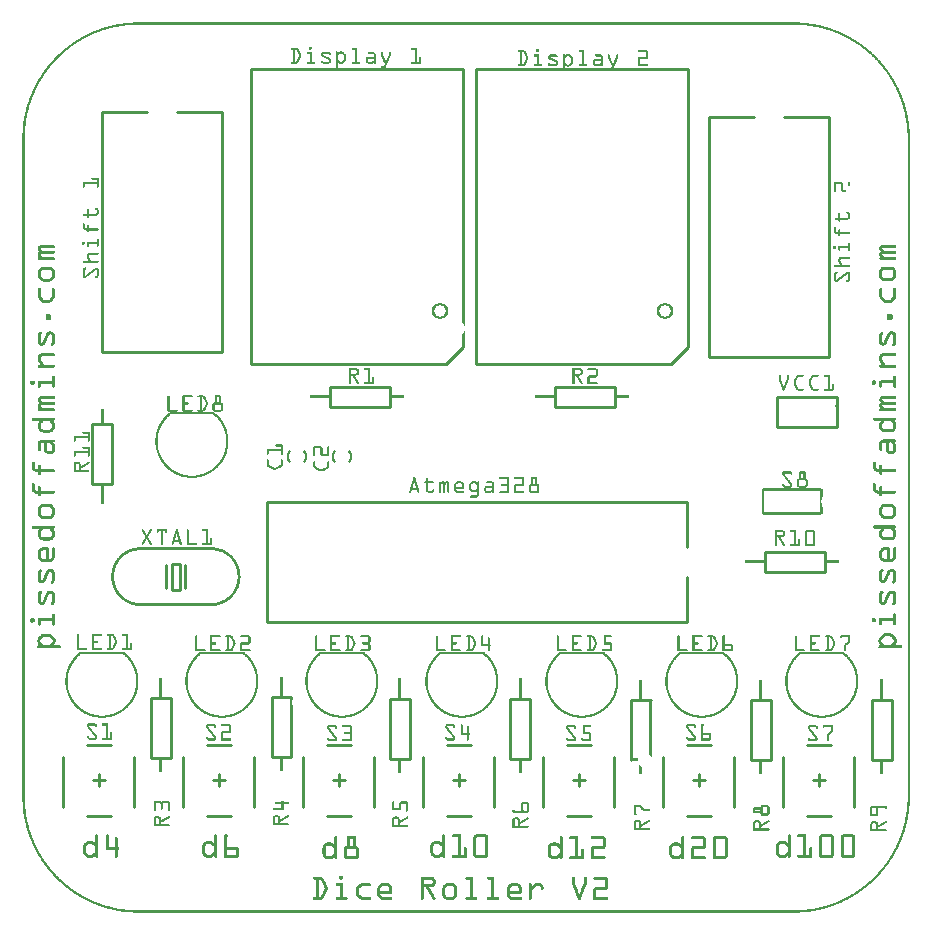
<source format=gto>
G04 MADE WITH FRITZING*
G04 WWW.FRITZING.ORG*
G04 DOUBLE SIDED*
G04 HOLES PLATED*
G04 CONTOUR ON CENTER OF CONTOUR VECTOR*
%ASAXBY*%
%FSLAX23Y23*%
%MOIN*%
%OFA0B0*%
%SFA1.0B1.0*%
%ADD10C,0.055244X0.039244*%
%ADD11R,0.038714X0.096457X0.019029X0.076772*%
%ADD12C,0.009843*%
%ADD13C,0.010000*%
%ADD14C,0.007874*%
%ADD15R,0.001000X0.001000*%
%LNSILK1*%
G90*
G70*
G54D10*
X2141Y2006D03*
X1391Y2006D03*
G54D12*
X498Y1164D02*
X527Y1164D01*
X527Y1077D01*
X498Y1077D01*
X498Y1164D01*
D02*
G54D13*
X2216Y1371D02*
X816Y1371D01*
D02*
X816Y1371D02*
X816Y971D01*
D02*
X816Y971D02*
X2216Y971D01*
D02*
X2216Y1371D02*
X2216Y1221D01*
D02*
X2216Y1121D02*
X2216Y971D01*
D02*
X2475Y1204D02*
X2675Y1204D01*
D02*
X2675Y1204D02*
X2675Y1138D01*
D02*
X2675Y1138D02*
X2475Y1138D01*
D02*
X2475Y1138D02*
X2475Y1204D01*
D02*
X233Y1430D02*
X233Y1630D01*
D02*
X233Y1630D02*
X299Y1630D01*
D02*
X299Y1630D02*
X299Y1430D01*
D02*
X299Y1430D02*
X233Y1430D01*
D02*
X2716Y1721D02*
X2516Y1721D01*
D02*
X2516Y1721D02*
X2516Y1621D01*
D02*
X2516Y1621D02*
X2716Y1621D01*
D02*
X2716Y1621D02*
X2716Y1721D01*
D02*
X2290Y2653D02*
X2290Y1853D01*
D02*
X2290Y1853D02*
X2690Y1853D01*
D02*
X2690Y1853D02*
X2690Y2653D01*
D02*
X2290Y2653D02*
X2440Y2653D01*
D02*
X2540Y2653D02*
X2690Y2653D01*
D02*
X266Y2671D02*
X266Y1871D01*
D02*
X266Y1871D02*
X666Y1871D01*
D02*
X666Y1871D02*
X666Y2671D01*
D02*
X266Y2671D02*
X416Y2671D01*
D02*
X516Y2671D02*
X666Y2671D01*
D02*
X1511Y1829D02*
X1511Y2813D01*
D02*
X1511Y2813D02*
X2220Y2813D01*
D02*
X2220Y2813D02*
X2220Y1888D01*
D02*
X2161Y1829D02*
X1511Y1829D01*
D02*
X2220Y1888D02*
X2161Y1829D01*
D02*
X761Y1829D02*
X761Y2813D01*
D02*
X761Y2813D02*
X1470Y2813D01*
D02*
X1411Y1829D02*
X761Y1829D01*
D02*
X1470Y1888D02*
X1411Y1829D01*
D02*
X1775Y1754D02*
X1975Y1754D01*
D02*
X1975Y1754D02*
X1975Y1688D01*
D02*
X1975Y1688D02*
X1775Y1688D01*
D02*
X1775Y1688D02*
X1775Y1754D01*
D02*
X1025Y1754D02*
X1225Y1754D01*
D02*
X1225Y1754D02*
X1225Y1688D01*
D02*
X1225Y1688D02*
X1025Y1688D01*
D02*
X1025Y1688D02*
X1025Y1754D01*
D02*
X2694Y325D02*
X2615Y325D01*
D02*
X2772Y522D02*
X2772Y354D01*
D02*
X2536Y522D02*
X2536Y354D01*
D02*
X2694Y561D02*
X2615Y561D01*
D02*
X2674Y443D02*
X2635Y443D01*
D02*
X2654Y423D02*
X2654Y463D01*
D02*
X2294Y325D02*
X2215Y325D01*
D02*
X2372Y522D02*
X2372Y354D01*
D02*
X2136Y522D02*
X2136Y354D01*
D02*
X2294Y561D02*
X2215Y561D01*
D02*
X2274Y443D02*
X2235Y443D01*
D02*
X2254Y423D02*
X2254Y463D01*
D02*
X1894Y325D02*
X1815Y325D01*
D02*
X1972Y522D02*
X1972Y354D01*
D02*
X1736Y522D02*
X1736Y354D01*
D02*
X1894Y561D02*
X1815Y561D01*
D02*
X1874Y443D02*
X1835Y443D01*
D02*
X1854Y423D02*
X1854Y463D01*
D02*
X1494Y325D02*
X1415Y325D01*
D02*
X1572Y522D02*
X1572Y354D01*
D02*
X1336Y522D02*
X1336Y354D01*
D02*
X1494Y561D02*
X1415Y561D01*
D02*
X1474Y443D02*
X1435Y443D01*
D02*
X1454Y423D02*
X1454Y463D01*
D02*
X1094Y325D02*
X1015Y325D01*
D02*
X1172Y522D02*
X1172Y354D01*
D02*
X936Y522D02*
X936Y354D01*
D02*
X1094Y561D02*
X1015Y561D01*
D02*
X1074Y443D02*
X1035Y443D01*
D02*
X1054Y423D02*
X1054Y463D01*
D02*
X694Y325D02*
X615Y325D01*
D02*
X772Y522D02*
X772Y354D01*
D02*
X536Y522D02*
X536Y354D01*
D02*
X694Y561D02*
X615Y561D01*
D02*
X674Y443D02*
X635Y443D01*
D02*
X654Y423D02*
X654Y463D01*
D02*
X294Y325D02*
X215Y325D01*
D02*
X372Y522D02*
X372Y354D01*
D02*
X136Y522D02*
X136Y354D01*
D02*
X294Y561D02*
X215Y561D01*
D02*
X274Y443D02*
X235Y443D01*
D02*
X254Y423D02*
X254Y463D01*
D02*
X2899Y711D02*
X2899Y511D01*
D02*
X2899Y511D02*
X2833Y511D01*
D02*
X2833Y511D02*
X2833Y711D01*
D02*
X2833Y711D02*
X2899Y711D01*
D02*
X2494Y710D02*
X2494Y510D01*
D02*
X2494Y510D02*
X2428Y510D01*
D02*
X2428Y510D02*
X2428Y710D01*
D02*
X2428Y710D02*
X2494Y710D01*
D02*
X2028Y510D02*
X2028Y710D01*
D02*
X2028Y710D02*
X2094Y710D01*
D02*
X1693Y715D02*
X1693Y515D01*
D02*
X1693Y515D02*
X1627Y515D01*
D02*
X1627Y515D02*
X1627Y715D01*
D02*
X1627Y715D02*
X1693Y715D01*
D02*
X1292Y715D02*
X1292Y515D01*
D02*
X1292Y515D02*
X1226Y515D01*
D02*
X1226Y515D02*
X1226Y715D01*
D02*
X1226Y715D02*
X1292Y715D01*
D02*
X897Y520D02*
X831Y520D01*
D02*
X831Y520D02*
X831Y720D01*
D02*
X831Y720D02*
X897Y720D01*
D02*
X494Y716D02*
X494Y516D01*
D02*
X494Y516D02*
X428Y516D01*
D02*
X428Y516D02*
X428Y716D01*
D02*
X428Y716D02*
X494Y716D01*
G54D12*
X543Y1161D02*
X543Y1083D01*
D02*
X480Y1161D02*
X480Y1083D01*
D02*
G54D14*
X636Y1667D02*
X494Y1667D01*
D02*
X2736Y867D02*
X2594Y867D01*
D02*
X2336Y867D02*
X2194Y867D01*
D02*
X1936Y867D02*
X1794Y867D01*
D02*
X1536Y867D02*
X1394Y867D01*
D02*
X1136Y867D02*
X994Y867D01*
D02*
X736Y867D02*
X594Y867D01*
D02*
X336Y867D02*
X194Y867D01*
D02*
G54D15*
X368Y2969D02*
X2590Y2969D01*
X354Y2968D02*
X2604Y2968D01*
X344Y2967D02*
X2614Y2967D01*
X336Y2966D02*
X2622Y2966D01*
X329Y2965D02*
X2629Y2965D01*
X323Y2964D02*
X2635Y2964D01*
X317Y2963D02*
X2641Y2963D01*
X312Y2962D02*
X2646Y2962D01*
X307Y2961D02*
X367Y2961D01*
X2591Y2961D02*
X2651Y2961D01*
X302Y2960D02*
X353Y2960D01*
X2605Y2960D02*
X2656Y2960D01*
X298Y2959D02*
X343Y2959D01*
X2615Y2959D02*
X2660Y2959D01*
X294Y2958D02*
X335Y2958D01*
X2623Y2958D02*
X2664Y2958D01*
X290Y2957D02*
X328Y2957D01*
X2630Y2957D02*
X2668Y2957D01*
X286Y2956D02*
X322Y2956D01*
X2636Y2956D02*
X2672Y2956D01*
X283Y2955D02*
X316Y2955D01*
X2642Y2955D02*
X2675Y2955D01*
X279Y2954D02*
X311Y2954D01*
X2647Y2954D02*
X2679Y2954D01*
X276Y2953D02*
X306Y2953D01*
X2652Y2953D02*
X2682Y2953D01*
X273Y2952D02*
X302Y2952D01*
X2656Y2952D02*
X2685Y2952D01*
X270Y2951D02*
X297Y2951D01*
X2661Y2951D02*
X2688Y2951D01*
X266Y2950D02*
X293Y2950D01*
X2665Y2950D02*
X2691Y2950D01*
X263Y2949D02*
X289Y2949D01*
X2669Y2949D02*
X2695Y2949D01*
X261Y2948D02*
X286Y2948D01*
X2672Y2948D02*
X2697Y2948D01*
X258Y2947D02*
X282Y2947D01*
X2676Y2947D02*
X2700Y2947D01*
X255Y2946D02*
X279Y2946D01*
X2679Y2946D02*
X2703Y2946D01*
X252Y2945D02*
X275Y2945D01*
X2683Y2945D02*
X2706Y2945D01*
X250Y2944D02*
X272Y2944D01*
X2686Y2944D02*
X2708Y2944D01*
X247Y2943D02*
X269Y2943D01*
X2689Y2943D02*
X2711Y2943D01*
X245Y2942D02*
X266Y2942D01*
X2692Y2942D02*
X2713Y2942D01*
X242Y2941D02*
X263Y2941D01*
X2695Y2941D02*
X2716Y2941D01*
X240Y2940D02*
X260Y2940D01*
X2698Y2940D02*
X2718Y2940D01*
X237Y2939D02*
X257Y2939D01*
X2701Y2939D02*
X2721Y2939D01*
X235Y2938D02*
X255Y2938D01*
X2703Y2938D02*
X2723Y2938D01*
X233Y2937D02*
X252Y2937D01*
X2706Y2937D02*
X2725Y2937D01*
X230Y2936D02*
X249Y2936D01*
X2709Y2936D02*
X2728Y2936D01*
X228Y2935D02*
X247Y2935D01*
X2711Y2935D02*
X2730Y2935D01*
X226Y2934D02*
X244Y2934D01*
X2714Y2934D02*
X2732Y2934D01*
X224Y2933D02*
X242Y2933D01*
X2716Y2933D02*
X2734Y2933D01*
X222Y2932D02*
X239Y2932D01*
X2719Y2932D02*
X2736Y2932D01*
X220Y2931D02*
X237Y2931D01*
X2721Y2931D02*
X2738Y2931D01*
X218Y2930D02*
X235Y2930D01*
X2723Y2930D02*
X2740Y2930D01*
X216Y2929D02*
X233Y2929D01*
X2725Y2929D02*
X2742Y2929D01*
X214Y2928D02*
X230Y2928D01*
X2728Y2928D02*
X2744Y2928D01*
X212Y2927D02*
X228Y2927D01*
X2730Y2927D02*
X2746Y2927D01*
X210Y2926D02*
X226Y2926D01*
X2732Y2926D02*
X2748Y2926D01*
X208Y2925D02*
X224Y2925D01*
X2734Y2925D02*
X2750Y2925D01*
X206Y2924D02*
X222Y2924D01*
X2736Y2924D02*
X2752Y2924D01*
X204Y2923D02*
X220Y2923D01*
X2738Y2923D02*
X2754Y2923D01*
X202Y2922D02*
X218Y2922D01*
X2740Y2922D02*
X2756Y2922D01*
X200Y2921D02*
X216Y2921D01*
X2742Y2921D02*
X2758Y2921D01*
X199Y2920D02*
X214Y2920D01*
X2744Y2920D02*
X2759Y2920D01*
X197Y2919D02*
X212Y2919D01*
X2746Y2919D02*
X2761Y2919D01*
X195Y2918D02*
X210Y2918D01*
X2748Y2918D02*
X2763Y2918D01*
X193Y2917D02*
X208Y2917D01*
X2750Y2917D02*
X2765Y2917D01*
X192Y2916D02*
X206Y2916D01*
X2752Y2916D02*
X2766Y2916D01*
X190Y2915D02*
X204Y2915D01*
X2754Y2915D02*
X2768Y2915D01*
X188Y2914D02*
X202Y2914D01*
X2756Y2914D02*
X2770Y2914D01*
X187Y2913D02*
X201Y2913D01*
X2757Y2913D02*
X2771Y2913D01*
X185Y2912D02*
X199Y2912D01*
X2759Y2912D02*
X2773Y2912D01*
X184Y2911D02*
X197Y2911D01*
X2761Y2911D02*
X2774Y2911D01*
X182Y2910D02*
X195Y2910D01*
X2763Y2910D02*
X2776Y2910D01*
X180Y2909D02*
X194Y2909D01*
X2764Y2909D02*
X2778Y2909D01*
X179Y2908D02*
X192Y2908D01*
X2766Y2908D02*
X2779Y2908D01*
X177Y2907D02*
X190Y2907D01*
X2768Y2907D02*
X2781Y2907D01*
X176Y2906D02*
X189Y2906D01*
X2769Y2906D02*
X2782Y2906D01*
X174Y2905D02*
X187Y2905D01*
X2771Y2905D02*
X2784Y2905D01*
X173Y2904D02*
X185Y2904D01*
X2772Y2904D02*
X2785Y2904D01*
X171Y2903D02*
X184Y2903D01*
X2774Y2903D02*
X2787Y2903D01*
X170Y2902D02*
X182Y2902D01*
X2776Y2902D02*
X2788Y2902D01*
X168Y2901D02*
X181Y2901D01*
X2777Y2901D02*
X2790Y2901D01*
X167Y2900D02*
X179Y2900D01*
X2779Y2900D02*
X2791Y2900D01*
X165Y2899D02*
X178Y2899D01*
X2780Y2899D02*
X2793Y2899D01*
X164Y2898D02*
X176Y2898D01*
X2782Y2898D02*
X2794Y2898D01*
X163Y2897D02*
X175Y2897D01*
X2783Y2897D02*
X2795Y2897D01*
X161Y2896D02*
X173Y2896D01*
X2785Y2896D02*
X2797Y2896D01*
X160Y2895D02*
X172Y2895D01*
X2786Y2895D02*
X2798Y2895D01*
X159Y2894D02*
X170Y2894D01*
X2788Y2894D02*
X2799Y2894D01*
X157Y2893D02*
X169Y2893D01*
X2789Y2893D02*
X2801Y2893D01*
X156Y2892D02*
X167Y2892D01*
X2791Y2892D02*
X2802Y2892D01*
X154Y2891D02*
X166Y2891D01*
X2792Y2891D02*
X2803Y2891D01*
X153Y2890D02*
X165Y2890D01*
X2793Y2890D02*
X2805Y2890D01*
X152Y2889D02*
X163Y2889D01*
X2795Y2889D02*
X2806Y2889D01*
X151Y2888D02*
X162Y2888D01*
X957Y2888D02*
X963Y2888D01*
X2796Y2888D02*
X2807Y2888D01*
X149Y2887D02*
X161Y2887D01*
X956Y2887D02*
X964Y2887D01*
X2797Y2887D02*
X2809Y2887D01*
X148Y2886D02*
X159Y2886D01*
X955Y2886D02*
X965Y2886D01*
X2799Y2886D02*
X2810Y2886D01*
X147Y2885D02*
X158Y2885D01*
X897Y2885D02*
X913Y2885D01*
X955Y2885D02*
X965Y2885D01*
X1100Y2885D02*
X1113Y2885D01*
X1297Y2885D02*
X1315Y2885D01*
X2800Y2885D02*
X2811Y2885D01*
X146Y2884D02*
X157Y2884D01*
X896Y2884D02*
X916Y2884D01*
X955Y2884D02*
X965Y2884D01*
X1099Y2884D02*
X1114Y2884D01*
X1296Y2884D02*
X1315Y2884D01*
X2801Y2884D02*
X2812Y2884D01*
X144Y2883D02*
X155Y2883D01*
X895Y2883D02*
X917Y2883D01*
X955Y2883D02*
X965Y2883D01*
X1099Y2883D02*
X1115Y2883D01*
X1295Y2883D02*
X1315Y2883D01*
X2803Y2883D02*
X2814Y2883D01*
X143Y2882D02*
X154Y2882D01*
X895Y2882D02*
X918Y2882D01*
X955Y2882D02*
X965Y2882D01*
X1098Y2882D02*
X1115Y2882D01*
X1295Y2882D02*
X1315Y2882D01*
X2804Y2882D02*
X2815Y2882D01*
X142Y2881D02*
X153Y2881D01*
X895Y2881D02*
X919Y2881D01*
X955Y2881D02*
X965Y2881D01*
X1098Y2881D02*
X1115Y2881D01*
X1295Y2881D02*
X1315Y2881D01*
X2805Y2881D02*
X2816Y2881D01*
X141Y2880D02*
X151Y2880D01*
X896Y2880D02*
X920Y2880D01*
X956Y2880D02*
X964Y2880D01*
X1099Y2880D02*
X1115Y2880D01*
X1295Y2880D02*
X1315Y2880D01*
X1714Y2880D02*
X1720Y2880D01*
X2807Y2880D02*
X2817Y2880D01*
X139Y2879D02*
X150Y2879D01*
X897Y2879D02*
X920Y2879D01*
X957Y2879D02*
X963Y2879D01*
X1100Y2879D02*
X1115Y2879D01*
X1296Y2879D02*
X1315Y2879D01*
X1713Y2879D02*
X1721Y2879D01*
X2808Y2879D02*
X2819Y2879D01*
X138Y2878D02*
X149Y2878D01*
X902Y2878D02*
X908Y2878D01*
X913Y2878D02*
X921Y2878D01*
X1109Y2878D02*
X1115Y2878D01*
X1309Y2878D02*
X1315Y2878D01*
X1713Y2878D02*
X1722Y2878D01*
X2809Y2878D02*
X2820Y2878D01*
X137Y2877D02*
X148Y2877D01*
X902Y2877D02*
X908Y2877D01*
X914Y2877D02*
X921Y2877D01*
X1109Y2877D02*
X1115Y2877D01*
X1309Y2877D02*
X1315Y2877D01*
X1654Y2877D02*
X1670Y2877D01*
X1712Y2877D02*
X1722Y2877D01*
X1857Y2877D02*
X1870Y2877D01*
X2054Y2877D02*
X2081Y2877D01*
X2810Y2877D02*
X2821Y2877D01*
X136Y2876D02*
X146Y2876D01*
X902Y2876D02*
X908Y2876D01*
X915Y2876D02*
X922Y2876D01*
X1109Y2876D02*
X1115Y2876D01*
X1309Y2876D02*
X1315Y2876D01*
X1653Y2876D02*
X1672Y2876D01*
X1712Y2876D02*
X1722Y2876D01*
X1856Y2876D02*
X1871Y2876D01*
X2053Y2876D02*
X2083Y2876D01*
X2812Y2876D02*
X2822Y2876D01*
X135Y2875D02*
X145Y2875D01*
X902Y2875D02*
X908Y2875D01*
X915Y2875D02*
X922Y2875D01*
X1109Y2875D02*
X1115Y2875D01*
X1309Y2875D02*
X1315Y2875D01*
X1652Y2875D02*
X1674Y2875D01*
X1712Y2875D02*
X1722Y2875D01*
X1856Y2875D02*
X1872Y2875D01*
X2052Y2875D02*
X2084Y2875D01*
X2813Y2875D02*
X2823Y2875D01*
X134Y2874D02*
X144Y2874D01*
X902Y2874D02*
X908Y2874D01*
X916Y2874D02*
X923Y2874D01*
X1109Y2874D02*
X1115Y2874D01*
X1309Y2874D02*
X1315Y2874D01*
X1652Y2874D02*
X1675Y2874D01*
X1712Y2874D02*
X1722Y2874D01*
X1855Y2874D02*
X1872Y2874D01*
X2052Y2874D02*
X2084Y2874D01*
X2814Y2874D02*
X2824Y2874D01*
X132Y2873D02*
X143Y2873D01*
X902Y2873D02*
X908Y2873D01*
X916Y2873D02*
X923Y2873D01*
X1109Y2873D02*
X1115Y2873D01*
X1309Y2873D02*
X1315Y2873D01*
X1652Y2873D02*
X1676Y2873D01*
X1712Y2873D02*
X1722Y2873D01*
X1855Y2873D02*
X1872Y2873D01*
X2052Y2873D02*
X2085Y2873D01*
X2815Y2873D02*
X2826Y2873D01*
X131Y2872D02*
X142Y2872D01*
X902Y2872D02*
X908Y2872D01*
X917Y2872D02*
X924Y2872D01*
X1047Y2872D02*
X1048Y2872D01*
X1060Y2872D02*
X1064Y2872D01*
X1109Y2872D02*
X1115Y2872D01*
X1309Y2872D02*
X1315Y2872D01*
X1653Y2872D02*
X1677Y2872D01*
X1713Y2872D02*
X1721Y2872D01*
X1856Y2872D02*
X1872Y2872D01*
X2052Y2872D02*
X2085Y2872D01*
X2816Y2872D02*
X2827Y2872D01*
X130Y2871D02*
X140Y2871D01*
X902Y2871D02*
X908Y2871D01*
X917Y2871D02*
X924Y2871D01*
X1046Y2871D02*
X1050Y2871D01*
X1057Y2871D02*
X1067Y2871D01*
X1109Y2871D02*
X1115Y2871D01*
X1309Y2871D02*
X1315Y2871D01*
X1653Y2871D02*
X1677Y2871D01*
X1714Y2871D02*
X1720Y2871D01*
X1857Y2871D02*
X1872Y2871D01*
X2053Y2871D02*
X2085Y2871D01*
X2817Y2871D02*
X2828Y2871D01*
X129Y2870D02*
X139Y2870D01*
X902Y2870D02*
X908Y2870D01*
X918Y2870D02*
X925Y2870D01*
X950Y2870D02*
X963Y2870D01*
X1001Y2870D02*
X1022Y2870D01*
X1045Y2870D02*
X1051Y2870D01*
X1055Y2870D02*
X1068Y2870D01*
X1109Y2870D02*
X1115Y2870D01*
X1153Y2870D02*
X1171Y2870D01*
X1196Y2870D02*
X1199Y2870D01*
X1224Y2870D02*
X1227Y2870D01*
X1309Y2870D02*
X1315Y2870D01*
X1659Y2870D02*
X1665Y2870D01*
X1670Y2870D02*
X1678Y2870D01*
X1866Y2870D02*
X1872Y2870D01*
X2079Y2870D02*
X2086Y2870D01*
X2819Y2870D02*
X2829Y2870D01*
X128Y2869D02*
X138Y2869D01*
X902Y2869D02*
X908Y2869D01*
X918Y2869D02*
X925Y2869D01*
X949Y2869D02*
X964Y2869D01*
X999Y2869D02*
X1024Y2869D01*
X1045Y2869D02*
X1051Y2869D01*
X1054Y2869D02*
X1070Y2869D01*
X1109Y2869D02*
X1115Y2869D01*
X1152Y2869D02*
X1173Y2869D01*
X1195Y2869D02*
X1200Y2869D01*
X1223Y2869D02*
X1228Y2869D01*
X1309Y2869D02*
X1315Y2869D01*
X1659Y2869D02*
X1665Y2869D01*
X1671Y2869D02*
X1678Y2869D01*
X1866Y2869D02*
X1872Y2869D01*
X2079Y2869D02*
X2086Y2869D01*
X2820Y2869D02*
X2830Y2869D01*
X127Y2868D02*
X137Y2868D01*
X902Y2868D02*
X908Y2868D01*
X919Y2868D02*
X926Y2868D01*
X948Y2868D02*
X965Y2868D01*
X998Y2868D02*
X1026Y2868D01*
X1045Y2868D02*
X1051Y2868D01*
X1053Y2868D02*
X1071Y2868D01*
X1109Y2868D02*
X1115Y2868D01*
X1152Y2868D02*
X1175Y2868D01*
X1195Y2868D02*
X1201Y2868D01*
X1223Y2868D02*
X1228Y2868D01*
X1309Y2868D02*
X1315Y2868D01*
X1659Y2868D02*
X1665Y2868D01*
X1672Y2868D02*
X1679Y2868D01*
X1866Y2868D02*
X1872Y2868D01*
X2079Y2868D02*
X2086Y2868D01*
X2821Y2868D02*
X2831Y2868D01*
X126Y2867D02*
X136Y2867D01*
X902Y2867D02*
X908Y2867D01*
X919Y2867D02*
X926Y2867D01*
X948Y2867D02*
X965Y2867D01*
X997Y2867D02*
X1027Y2867D01*
X1045Y2867D02*
X1072Y2867D01*
X1109Y2867D02*
X1115Y2867D01*
X1152Y2867D02*
X1176Y2867D01*
X1195Y2867D02*
X1201Y2867D01*
X1222Y2867D02*
X1229Y2867D01*
X1309Y2867D02*
X1315Y2867D01*
X1659Y2867D02*
X1665Y2867D01*
X1672Y2867D02*
X1679Y2867D01*
X1866Y2867D02*
X1872Y2867D01*
X2079Y2867D02*
X2086Y2867D01*
X2822Y2867D02*
X2832Y2867D01*
X125Y2866D02*
X135Y2866D01*
X902Y2866D02*
X908Y2866D01*
X920Y2866D02*
X927Y2866D01*
X949Y2866D02*
X965Y2866D01*
X997Y2866D02*
X1027Y2866D01*
X1045Y2866D02*
X1073Y2866D01*
X1109Y2866D02*
X1115Y2866D01*
X1152Y2866D02*
X1176Y2866D01*
X1195Y2866D02*
X1201Y2866D01*
X1222Y2866D02*
X1229Y2866D01*
X1309Y2866D02*
X1315Y2866D01*
X1659Y2866D02*
X1665Y2866D01*
X1673Y2866D02*
X1680Y2866D01*
X1866Y2866D02*
X1872Y2866D01*
X2079Y2866D02*
X2086Y2866D01*
X2823Y2866D02*
X2833Y2866D01*
X124Y2865D02*
X134Y2865D01*
X902Y2865D02*
X908Y2865D01*
X920Y2865D02*
X927Y2865D01*
X949Y2865D02*
X965Y2865D01*
X996Y2865D02*
X1028Y2865D01*
X1045Y2865D02*
X1060Y2865D01*
X1064Y2865D02*
X1074Y2865D01*
X1109Y2865D02*
X1115Y2865D01*
X1153Y2865D02*
X1177Y2865D01*
X1195Y2865D02*
X1201Y2865D01*
X1222Y2865D02*
X1229Y2865D01*
X1309Y2865D02*
X1315Y2865D01*
X1659Y2865D02*
X1665Y2865D01*
X1673Y2865D02*
X1680Y2865D01*
X1866Y2865D02*
X1872Y2865D01*
X2079Y2865D02*
X2086Y2865D01*
X2824Y2865D02*
X2834Y2865D01*
X123Y2864D02*
X133Y2864D01*
X902Y2864D02*
X908Y2864D01*
X921Y2864D02*
X927Y2864D01*
X950Y2864D02*
X965Y2864D01*
X996Y2864D02*
X1028Y2864D01*
X1045Y2864D02*
X1058Y2864D01*
X1066Y2864D02*
X1075Y2864D01*
X1109Y2864D02*
X1115Y2864D01*
X1154Y2864D02*
X1177Y2864D01*
X1195Y2864D02*
X1201Y2864D01*
X1222Y2864D02*
X1229Y2864D01*
X1309Y2864D02*
X1315Y2864D01*
X1659Y2864D02*
X1665Y2864D01*
X1674Y2864D02*
X1681Y2864D01*
X1805Y2864D02*
X1805Y2864D01*
X1817Y2864D02*
X1820Y2864D01*
X1866Y2864D02*
X1872Y2864D01*
X2079Y2864D02*
X2086Y2864D01*
X2825Y2864D02*
X2835Y2864D01*
X122Y2863D02*
X131Y2863D01*
X902Y2863D02*
X908Y2863D01*
X921Y2863D02*
X928Y2863D01*
X959Y2863D02*
X965Y2863D01*
X996Y2863D02*
X1002Y2863D01*
X1021Y2863D02*
X1028Y2863D01*
X1045Y2863D02*
X1057Y2863D01*
X1067Y2863D02*
X1076Y2863D01*
X1109Y2863D02*
X1115Y2863D01*
X1170Y2863D02*
X1178Y2863D01*
X1195Y2863D02*
X1201Y2863D01*
X1222Y2863D02*
X1229Y2863D01*
X1309Y2863D02*
X1315Y2863D01*
X1659Y2863D02*
X1665Y2863D01*
X1674Y2863D02*
X1681Y2863D01*
X1803Y2863D02*
X1807Y2863D01*
X1814Y2863D02*
X1824Y2863D01*
X1866Y2863D02*
X1872Y2863D01*
X2079Y2863D02*
X2086Y2863D01*
X2827Y2863D02*
X2836Y2863D01*
X120Y2862D02*
X130Y2862D01*
X902Y2862D02*
X908Y2862D01*
X922Y2862D02*
X928Y2862D01*
X959Y2862D02*
X965Y2862D01*
X996Y2862D02*
X1002Y2862D01*
X1023Y2862D02*
X1027Y2862D01*
X1045Y2862D02*
X1056Y2862D01*
X1068Y2862D02*
X1077Y2862D01*
X1109Y2862D02*
X1115Y2862D01*
X1171Y2862D02*
X1178Y2862D01*
X1195Y2862D02*
X1201Y2862D01*
X1222Y2862D02*
X1229Y2862D01*
X1309Y2862D02*
X1315Y2862D01*
X1659Y2862D02*
X1665Y2862D01*
X1675Y2862D02*
X1682Y2862D01*
X1707Y2862D02*
X1720Y2862D01*
X1758Y2862D02*
X1779Y2862D01*
X1802Y2862D02*
X1808Y2862D01*
X1812Y2862D02*
X1825Y2862D01*
X1866Y2862D02*
X1872Y2862D01*
X1910Y2862D02*
X1928Y2862D01*
X1953Y2862D02*
X1956Y2862D01*
X1981Y2862D02*
X1984Y2862D01*
X2079Y2862D02*
X2086Y2862D01*
X2828Y2862D02*
X2838Y2862D01*
X119Y2861D02*
X129Y2861D01*
X902Y2861D02*
X908Y2861D01*
X922Y2861D02*
X928Y2861D01*
X959Y2861D02*
X965Y2861D01*
X996Y2861D02*
X1002Y2861D01*
X1024Y2861D02*
X1026Y2861D01*
X1045Y2861D02*
X1055Y2861D01*
X1069Y2861D02*
X1078Y2861D01*
X1109Y2861D02*
X1115Y2861D01*
X1171Y2861D02*
X1178Y2861D01*
X1195Y2861D02*
X1201Y2861D01*
X1222Y2861D02*
X1228Y2861D01*
X1309Y2861D02*
X1315Y2861D01*
X1659Y2861D02*
X1665Y2861D01*
X1675Y2861D02*
X1682Y2861D01*
X1706Y2861D02*
X1721Y2861D01*
X1757Y2861D02*
X1781Y2861D01*
X1802Y2861D02*
X1808Y2861D01*
X1811Y2861D02*
X1827Y2861D01*
X1866Y2861D02*
X1872Y2861D01*
X1909Y2861D02*
X1930Y2861D01*
X1953Y2861D02*
X1957Y2861D01*
X1980Y2861D02*
X1985Y2861D01*
X2079Y2861D02*
X2086Y2861D01*
X2829Y2861D02*
X2839Y2861D01*
X118Y2860D02*
X128Y2860D01*
X902Y2860D02*
X908Y2860D01*
X922Y2860D02*
X928Y2860D01*
X959Y2860D02*
X965Y2860D01*
X996Y2860D02*
X1003Y2860D01*
X1045Y2860D02*
X1054Y2860D01*
X1070Y2860D02*
X1078Y2860D01*
X1109Y2860D02*
X1115Y2860D01*
X1172Y2860D02*
X1178Y2860D01*
X1195Y2860D02*
X1202Y2860D01*
X1222Y2860D02*
X1228Y2860D01*
X1309Y2860D02*
X1315Y2860D01*
X1659Y2860D02*
X1665Y2860D01*
X1676Y2860D02*
X1683Y2860D01*
X1706Y2860D02*
X1722Y2860D01*
X1755Y2860D02*
X1783Y2860D01*
X1802Y2860D02*
X1808Y2860D01*
X1810Y2860D02*
X1828Y2860D01*
X1866Y2860D02*
X1872Y2860D01*
X1909Y2860D02*
X1932Y2860D01*
X1952Y2860D02*
X1958Y2860D01*
X1980Y2860D02*
X1985Y2860D01*
X2079Y2860D02*
X2086Y2860D01*
X2830Y2860D02*
X2840Y2860D01*
X117Y2859D02*
X127Y2859D01*
X902Y2859D02*
X908Y2859D01*
X922Y2859D02*
X929Y2859D01*
X959Y2859D02*
X965Y2859D01*
X996Y2859D02*
X1005Y2859D01*
X1045Y2859D02*
X1053Y2859D01*
X1071Y2859D02*
X1078Y2859D01*
X1109Y2859D02*
X1115Y2859D01*
X1172Y2859D02*
X1178Y2859D01*
X1196Y2859D02*
X1202Y2859D01*
X1221Y2859D02*
X1228Y2859D01*
X1309Y2859D02*
X1315Y2859D01*
X1659Y2859D02*
X1665Y2859D01*
X1676Y2859D02*
X1683Y2859D01*
X1705Y2859D02*
X1722Y2859D01*
X1755Y2859D02*
X1783Y2859D01*
X1802Y2859D02*
X1829Y2859D01*
X1866Y2859D02*
X1872Y2859D01*
X1909Y2859D02*
X1933Y2859D01*
X1952Y2859D02*
X1958Y2859D01*
X1979Y2859D02*
X1986Y2859D01*
X2079Y2859D02*
X2086Y2859D01*
X2831Y2859D02*
X2841Y2859D01*
X116Y2858D02*
X126Y2858D01*
X902Y2858D02*
X908Y2858D01*
X923Y2858D02*
X929Y2858D01*
X959Y2858D02*
X965Y2858D01*
X997Y2858D02*
X1007Y2858D01*
X1045Y2858D02*
X1052Y2858D01*
X1072Y2858D02*
X1078Y2858D01*
X1109Y2858D02*
X1115Y2858D01*
X1172Y2858D02*
X1178Y2858D01*
X1196Y2858D02*
X1203Y2858D01*
X1221Y2858D02*
X1227Y2858D01*
X1309Y2858D02*
X1315Y2858D01*
X1659Y2858D02*
X1665Y2858D01*
X1677Y2858D02*
X1684Y2858D01*
X1706Y2858D02*
X1722Y2858D01*
X1754Y2858D02*
X1784Y2858D01*
X1802Y2858D02*
X1830Y2858D01*
X1866Y2858D02*
X1872Y2858D01*
X1909Y2858D02*
X1933Y2858D01*
X1952Y2858D02*
X1958Y2858D01*
X1979Y2858D02*
X1986Y2858D01*
X2079Y2858D02*
X2086Y2858D01*
X2832Y2858D02*
X2842Y2858D01*
X115Y2857D02*
X125Y2857D01*
X902Y2857D02*
X908Y2857D01*
X922Y2857D02*
X928Y2857D01*
X959Y2857D02*
X965Y2857D01*
X997Y2857D02*
X1010Y2857D01*
X1045Y2857D02*
X1051Y2857D01*
X1072Y2857D02*
X1079Y2857D01*
X1109Y2857D02*
X1115Y2857D01*
X1172Y2857D02*
X1178Y2857D01*
X1196Y2857D02*
X1203Y2857D01*
X1220Y2857D02*
X1227Y2857D01*
X1309Y2857D02*
X1315Y2857D01*
X1659Y2857D02*
X1665Y2857D01*
X1677Y2857D02*
X1684Y2857D01*
X1706Y2857D02*
X1722Y2857D01*
X1753Y2857D02*
X1785Y2857D01*
X1802Y2857D02*
X1817Y2857D01*
X1821Y2857D02*
X1831Y2857D01*
X1866Y2857D02*
X1872Y2857D01*
X1910Y2857D02*
X1934Y2857D01*
X1952Y2857D02*
X1958Y2857D01*
X1979Y2857D02*
X1986Y2857D01*
X2079Y2857D02*
X2086Y2857D01*
X2833Y2857D02*
X2843Y2857D01*
X114Y2856D02*
X124Y2856D01*
X902Y2856D02*
X908Y2856D01*
X922Y2856D02*
X928Y2856D01*
X959Y2856D02*
X965Y2856D01*
X998Y2856D02*
X1012Y2856D01*
X1045Y2856D02*
X1051Y2856D01*
X1072Y2856D02*
X1079Y2856D01*
X1109Y2856D02*
X1115Y2856D01*
X1172Y2856D02*
X1178Y2856D01*
X1197Y2856D02*
X1204Y2856D01*
X1220Y2856D02*
X1226Y2856D01*
X1309Y2856D02*
X1315Y2856D01*
X1659Y2856D02*
X1665Y2856D01*
X1678Y2856D02*
X1684Y2856D01*
X1707Y2856D02*
X1722Y2856D01*
X1753Y2856D02*
X1785Y2856D01*
X1802Y2856D02*
X1815Y2856D01*
X1823Y2856D02*
X1832Y2856D01*
X1866Y2856D02*
X1872Y2856D01*
X1911Y2856D02*
X1934Y2856D01*
X1952Y2856D02*
X1958Y2856D01*
X1979Y2856D02*
X1986Y2856D01*
X2079Y2856D02*
X2086Y2856D01*
X2834Y2856D02*
X2844Y2856D01*
X113Y2855D02*
X123Y2855D01*
X902Y2855D02*
X908Y2855D01*
X922Y2855D02*
X928Y2855D01*
X959Y2855D02*
X965Y2855D01*
X999Y2855D02*
X1014Y2855D01*
X1045Y2855D02*
X1051Y2855D01*
X1072Y2855D02*
X1079Y2855D01*
X1109Y2855D02*
X1115Y2855D01*
X1151Y2855D02*
X1178Y2855D01*
X1197Y2855D02*
X1204Y2855D01*
X1219Y2855D02*
X1226Y2855D01*
X1309Y2855D02*
X1315Y2855D01*
X1324Y2855D02*
X1327Y2855D01*
X1659Y2855D02*
X1665Y2855D01*
X1678Y2855D02*
X1685Y2855D01*
X1716Y2855D02*
X1722Y2855D01*
X1753Y2855D02*
X1759Y2855D01*
X1778Y2855D02*
X1785Y2855D01*
X1802Y2855D02*
X1814Y2855D01*
X1824Y2855D02*
X1833Y2855D01*
X1866Y2855D02*
X1872Y2855D01*
X1927Y2855D02*
X1935Y2855D01*
X1952Y2855D02*
X1958Y2855D01*
X1979Y2855D02*
X1986Y2855D01*
X2079Y2855D02*
X2086Y2855D01*
X2835Y2855D02*
X2845Y2855D01*
X112Y2854D02*
X122Y2854D01*
X902Y2854D02*
X908Y2854D01*
X921Y2854D02*
X928Y2854D01*
X959Y2854D02*
X965Y2854D01*
X1000Y2854D02*
X1017Y2854D01*
X1045Y2854D02*
X1051Y2854D01*
X1072Y2854D02*
X1079Y2854D01*
X1109Y2854D02*
X1115Y2854D01*
X1149Y2854D02*
X1178Y2854D01*
X1198Y2854D02*
X1204Y2854D01*
X1219Y2854D02*
X1226Y2854D01*
X1309Y2854D02*
X1315Y2854D01*
X1323Y2854D02*
X1328Y2854D01*
X1659Y2854D02*
X1665Y2854D01*
X1679Y2854D02*
X1685Y2854D01*
X1716Y2854D02*
X1722Y2854D01*
X1753Y2854D02*
X1759Y2854D01*
X1780Y2854D02*
X1784Y2854D01*
X1802Y2854D02*
X1813Y2854D01*
X1825Y2854D02*
X1834Y2854D01*
X1866Y2854D02*
X1872Y2854D01*
X1928Y2854D02*
X1935Y2854D01*
X1952Y2854D02*
X1958Y2854D01*
X1979Y2854D02*
X1986Y2854D01*
X2079Y2854D02*
X2086Y2854D01*
X2836Y2854D02*
X2846Y2854D01*
X111Y2853D02*
X121Y2853D01*
X902Y2853D02*
X908Y2853D01*
X921Y2853D02*
X928Y2853D01*
X959Y2853D02*
X965Y2853D01*
X1002Y2853D02*
X1019Y2853D01*
X1045Y2853D02*
X1051Y2853D01*
X1072Y2853D02*
X1079Y2853D01*
X1109Y2853D02*
X1115Y2853D01*
X1148Y2853D02*
X1178Y2853D01*
X1198Y2853D02*
X1205Y2853D01*
X1218Y2853D02*
X1225Y2853D01*
X1309Y2853D02*
X1315Y2853D01*
X1322Y2853D02*
X1328Y2853D01*
X1659Y2853D02*
X1665Y2853D01*
X1679Y2853D02*
X1685Y2853D01*
X1716Y2853D02*
X1722Y2853D01*
X1753Y2853D02*
X1759Y2853D01*
X1781Y2853D02*
X1783Y2853D01*
X1802Y2853D02*
X1812Y2853D01*
X1826Y2853D02*
X1835Y2853D01*
X1866Y2853D02*
X1872Y2853D01*
X1928Y2853D02*
X1935Y2853D01*
X1952Y2853D02*
X1958Y2853D01*
X1979Y2853D02*
X1986Y2853D01*
X2056Y2853D02*
X2085Y2853D01*
X2837Y2853D02*
X2847Y2853D01*
X110Y2852D02*
X120Y2852D01*
X902Y2852D02*
X908Y2852D01*
X920Y2852D02*
X927Y2852D01*
X959Y2852D02*
X965Y2852D01*
X1005Y2852D02*
X1021Y2852D01*
X1045Y2852D02*
X1051Y2852D01*
X1072Y2852D02*
X1079Y2852D01*
X1109Y2852D02*
X1115Y2852D01*
X1147Y2852D02*
X1178Y2852D01*
X1199Y2852D02*
X1205Y2852D01*
X1218Y2852D02*
X1225Y2852D01*
X1309Y2852D02*
X1315Y2852D01*
X1322Y2852D02*
X1328Y2852D01*
X1659Y2852D02*
X1665Y2852D01*
X1679Y2852D02*
X1685Y2852D01*
X1716Y2852D02*
X1722Y2852D01*
X1753Y2852D02*
X1760Y2852D01*
X1802Y2852D02*
X1811Y2852D01*
X1827Y2852D02*
X1835Y2852D01*
X1866Y2852D02*
X1872Y2852D01*
X1929Y2852D02*
X1935Y2852D01*
X1952Y2852D02*
X1959Y2852D01*
X1979Y2852D02*
X1985Y2852D01*
X2054Y2852D02*
X2085Y2852D01*
X2838Y2852D02*
X2848Y2852D01*
X109Y2851D02*
X119Y2851D01*
X902Y2851D02*
X908Y2851D01*
X920Y2851D02*
X927Y2851D01*
X959Y2851D02*
X965Y2851D01*
X1007Y2851D02*
X1023Y2851D01*
X1045Y2851D02*
X1051Y2851D01*
X1072Y2851D02*
X1079Y2851D01*
X1109Y2851D02*
X1115Y2851D01*
X1146Y2851D02*
X1178Y2851D01*
X1199Y2851D02*
X1206Y2851D01*
X1218Y2851D02*
X1224Y2851D01*
X1309Y2851D02*
X1315Y2851D01*
X1322Y2851D02*
X1328Y2851D01*
X1659Y2851D02*
X1665Y2851D01*
X1680Y2851D02*
X1686Y2851D01*
X1716Y2851D02*
X1722Y2851D01*
X1753Y2851D02*
X1762Y2851D01*
X1802Y2851D02*
X1810Y2851D01*
X1828Y2851D02*
X1835Y2851D01*
X1866Y2851D02*
X1872Y2851D01*
X1929Y2851D02*
X1935Y2851D01*
X1953Y2851D02*
X1959Y2851D01*
X1978Y2851D02*
X1985Y2851D01*
X2053Y2851D02*
X2085Y2851D01*
X2839Y2851D02*
X2849Y2851D01*
X108Y2850D02*
X118Y2850D01*
X902Y2850D02*
X908Y2850D01*
X919Y2850D02*
X926Y2850D01*
X959Y2850D02*
X965Y2850D01*
X1009Y2850D02*
X1025Y2850D01*
X1045Y2850D02*
X1051Y2850D01*
X1072Y2850D02*
X1079Y2850D01*
X1109Y2850D02*
X1115Y2850D01*
X1146Y2850D02*
X1178Y2850D01*
X1200Y2850D02*
X1206Y2850D01*
X1217Y2850D02*
X1224Y2850D01*
X1309Y2850D02*
X1315Y2850D01*
X1322Y2850D02*
X1328Y2850D01*
X1659Y2850D02*
X1665Y2850D01*
X1680Y2850D02*
X1686Y2850D01*
X1716Y2850D02*
X1722Y2850D01*
X1754Y2850D02*
X1764Y2850D01*
X1802Y2850D02*
X1809Y2850D01*
X1829Y2850D02*
X1835Y2850D01*
X1866Y2850D02*
X1872Y2850D01*
X1929Y2850D02*
X1935Y2850D01*
X1953Y2850D02*
X1960Y2850D01*
X1978Y2850D02*
X1984Y2850D01*
X2053Y2850D02*
X2084Y2850D01*
X2840Y2850D02*
X2850Y2850D01*
X107Y2849D02*
X117Y2849D01*
X902Y2849D02*
X908Y2849D01*
X919Y2849D02*
X926Y2849D01*
X959Y2849D02*
X965Y2849D01*
X1012Y2849D02*
X1026Y2849D01*
X1045Y2849D02*
X1051Y2849D01*
X1072Y2849D02*
X1079Y2849D01*
X1109Y2849D02*
X1115Y2849D01*
X1145Y2849D02*
X1178Y2849D01*
X1200Y2849D02*
X1207Y2849D01*
X1217Y2849D02*
X1223Y2849D01*
X1309Y2849D02*
X1315Y2849D01*
X1322Y2849D02*
X1328Y2849D01*
X1659Y2849D02*
X1665Y2849D01*
X1679Y2849D02*
X1686Y2849D01*
X1716Y2849D02*
X1722Y2849D01*
X1754Y2849D02*
X1767Y2849D01*
X1802Y2849D02*
X1808Y2849D01*
X1830Y2849D02*
X1836Y2849D01*
X1866Y2849D02*
X1872Y2849D01*
X1929Y2849D02*
X1935Y2849D01*
X1953Y2849D02*
X1960Y2849D01*
X1977Y2849D02*
X1984Y2849D01*
X2052Y2849D02*
X2084Y2849D01*
X2841Y2849D02*
X2851Y2849D01*
X107Y2848D02*
X116Y2848D01*
X902Y2848D02*
X908Y2848D01*
X918Y2848D02*
X925Y2848D01*
X959Y2848D02*
X965Y2848D01*
X1014Y2848D02*
X1026Y2848D01*
X1045Y2848D02*
X1051Y2848D01*
X1072Y2848D02*
X1079Y2848D01*
X1109Y2848D02*
X1115Y2848D01*
X1145Y2848D02*
X1152Y2848D01*
X1171Y2848D02*
X1178Y2848D01*
X1200Y2848D02*
X1207Y2848D01*
X1216Y2848D02*
X1223Y2848D01*
X1309Y2848D02*
X1315Y2848D01*
X1322Y2848D02*
X1328Y2848D01*
X1659Y2848D02*
X1665Y2848D01*
X1679Y2848D02*
X1685Y2848D01*
X1716Y2848D02*
X1722Y2848D01*
X1755Y2848D02*
X1769Y2848D01*
X1802Y2848D02*
X1808Y2848D01*
X1830Y2848D02*
X1836Y2848D01*
X1866Y2848D02*
X1872Y2848D01*
X1929Y2848D02*
X1935Y2848D01*
X1954Y2848D02*
X1961Y2848D01*
X1977Y2848D02*
X1984Y2848D01*
X2052Y2848D02*
X2082Y2848D01*
X2842Y2848D02*
X2851Y2848D01*
X106Y2847D02*
X115Y2847D01*
X902Y2847D02*
X908Y2847D01*
X918Y2847D02*
X925Y2847D01*
X959Y2847D02*
X965Y2847D01*
X1016Y2847D02*
X1027Y2847D01*
X1045Y2847D02*
X1051Y2847D01*
X1072Y2847D02*
X1079Y2847D01*
X1109Y2847D02*
X1115Y2847D01*
X1145Y2847D02*
X1151Y2847D01*
X1172Y2847D02*
X1178Y2847D01*
X1201Y2847D02*
X1207Y2847D01*
X1216Y2847D02*
X1223Y2847D01*
X1309Y2847D02*
X1315Y2847D01*
X1322Y2847D02*
X1328Y2847D01*
X1659Y2847D02*
X1665Y2847D01*
X1679Y2847D02*
X1685Y2847D01*
X1716Y2847D02*
X1722Y2847D01*
X1756Y2847D02*
X1771Y2847D01*
X1802Y2847D02*
X1808Y2847D01*
X1830Y2847D02*
X1836Y2847D01*
X1866Y2847D02*
X1872Y2847D01*
X1908Y2847D02*
X1935Y2847D01*
X1954Y2847D02*
X1961Y2847D01*
X1976Y2847D02*
X1983Y2847D01*
X2052Y2847D02*
X2080Y2847D01*
X2843Y2847D02*
X2852Y2847D01*
X105Y2846D02*
X114Y2846D01*
X902Y2846D02*
X908Y2846D01*
X917Y2846D02*
X924Y2846D01*
X959Y2846D02*
X965Y2846D01*
X1019Y2846D02*
X1028Y2846D01*
X1045Y2846D02*
X1051Y2846D01*
X1072Y2846D02*
X1079Y2846D01*
X1109Y2846D02*
X1115Y2846D01*
X1145Y2846D02*
X1151Y2846D01*
X1172Y2846D02*
X1178Y2846D01*
X1201Y2846D02*
X1208Y2846D01*
X1215Y2846D02*
X1222Y2846D01*
X1309Y2846D02*
X1315Y2846D01*
X1322Y2846D02*
X1328Y2846D01*
X1659Y2846D02*
X1665Y2846D01*
X1678Y2846D02*
X1685Y2846D01*
X1716Y2846D02*
X1722Y2846D01*
X1757Y2846D02*
X1774Y2846D01*
X1802Y2846D02*
X1808Y2846D01*
X1830Y2846D02*
X1836Y2846D01*
X1866Y2846D02*
X1872Y2846D01*
X1906Y2846D02*
X1935Y2846D01*
X1955Y2846D02*
X1961Y2846D01*
X1976Y2846D02*
X1983Y2846D01*
X2052Y2846D02*
X2058Y2846D01*
X2844Y2846D02*
X2853Y2846D01*
X104Y2845D02*
X113Y2845D01*
X902Y2845D02*
X908Y2845D01*
X917Y2845D02*
X924Y2845D01*
X959Y2845D02*
X965Y2845D01*
X1021Y2845D02*
X1028Y2845D01*
X1045Y2845D02*
X1051Y2845D01*
X1072Y2845D02*
X1079Y2845D01*
X1109Y2845D02*
X1115Y2845D01*
X1145Y2845D02*
X1151Y2845D01*
X1172Y2845D02*
X1178Y2845D01*
X1202Y2845D02*
X1208Y2845D01*
X1215Y2845D02*
X1222Y2845D01*
X1309Y2845D02*
X1315Y2845D01*
X1322Y2845D02*
X1328Y2845D01*
X1659Y2845D02*
X1665Y2845D01*
X1678Y2845D02*
X1685Y2845D01*
X1716Y2845D02*
X1722Y2845D01*
X1759Y2845D02*
X1776Y2845D01*
X1802Y2845D02*
X1808Y2845D01*
X1830Y2845D02*
X1836Y2845D01*
X1866Y2845D02*
X1872Y2845D01*
X1905Y2845D02*
X1935Y2845D01*
X1955Y2845D02*
X1962Y2845D01*
X1976Y2845D02*
X1982Y2845D01*
X2052Y2845D02*
X2058Y2845D01*
X2845Y2845D02*
X2854Y2845D01*
X103Y2844D02*
X112Y2844D01*
X902Y2844D02*
X908Y2844D01*
X916Y2844D02*
X923Y2844D01*
X959Y2844D02*
X965Y2844D01*
X1022Y2844D02*
X1028Y2844D01*
X1045Y2844D02*
X1052Y2844D01*
X1072Y2844D02*
X1078Y2844D01*
X1109Y2844D02*
X1115Y2844D01*
X1145Y2844D02*
X1151Y2844D01*
X1172Y2844D02*
X1178Y2844D01*
X1202Y2844D02*
X1209Y2844D01*
X1214Y2844D02*
X1221Y2844D01*
X1309Y2844D02*
X1315Y2844D01*
X1322Y2844D02*
X1328Y2844D01*
X1659Y2844D02*
X1665Y2844D01*
X1677Y2844D02*
X1684Y2844D01*
X1716Y2844D02*
X1722Y2844D01*
X1762Y2844D02*
X1778Y2844D01*
X1802Y2844D02*
X1808Y2844D01*
X1830Y2844D02*
X1836Y2844D01*
X1866Y2844D02*
X1872Y2844D01*
X1904Y2844D02*
X1935Y2844D01*
X1956Y2844D02*
X1962Y2844D01*
X1975Y2844D02*
X1982Y2844D01*
X2052Y2844D02*
X2058Y2844D01*
X2846Y2844D02*
X2855Y2844D01*
X102Y2843D02*
X111Y2843D01*
X902Y2843D02*
X908Y2843D01*
X916Y2843D02*
X923Y2843D01*
X959Y2843D02*
X965Y2843D01*
X1022Y2843D02*
X1028Y2843D01*
X1045Y2843D02*
X1053Y2843D01*
X1072Y2843D02*
X1078Y2843D01*
X1109Y2843D02*
X1115Y2843D01*
X1145Y2843D02*
X1151Y2843D01*
X1172Y2843D02*
X1178Y2843D01*
X1203Y2843D02*
X1209Y2843D01*
X1214Y2843D02*
X1221Y2843D01*
X1309Y2843D02*
X1315Y2843D01*
X1322Y2843D02*
X1328Y2843D01*
X1659Y2843D02*
X1665Y2843D01*
X1677Y2843D02*
X1684Y2843D01*
X1716Y2843D02*
X1722Y2843D01*
X1764Y2843D02*
X1780Y2843D01*
X1802Y2843D02*
X1808Y2843D01*
X1830Y2843D02*
X1836Y2843D01*
X1866Y2843D02*
X1872Y2843D01*
X1904Y2843D02*
X1935Y2843D01*
X1956Y2843D02*
X1963Y2843D01*
X1975Y2843D02*
X1981Y2843D01*
X2052Y2843D02*
X2058Y2843D01*
X2847Y2843D02*
X2856Y2843D01*
X101Y2842D02*
X110Y2842D01*
X902Y2842D02*
X908Y2842D01*
X915Y2842D02*
X922Y2842D01*
X959Y2842D02*
X965Y2842D01*
X1022Y2842D02*
X1028Y2842D01*
X1045Y2842D02*
X1054Y2842D01*
X1070Y2842D02*
X1078Y2842D01*
X1109Y2842D02*
X1115Y2842D01*
X1145Y2842D02*
X1151Y2842D01*
X1171Y2842D02*
X1178Y2842D01*
X1203Y2842D02*
X1210Y2842D01*
X1214Y2842D02*
X1220Y2842D01*
X1309Y2842D02*
X1315Y2842D01*
X1322Y2842D02*
X1328Y2842D01*
X1659Y2842D02*
X1665Y2842D01*
X1676Y2842D02*
X1683Y2842D01*
X1716Y2842D02*
X1722Y2842D01*
X1766Y2842D02*
X1782Y2842D01*
X1802Y2842D02*
X1808Y2842D01*
X1830Y2842D02*
X1836Y2842D01*
X1866Y2842D02*
X1872Y2842D01*
X1903Y2842D02*
X1935Y2842D01*
X1957Y2842D02*
X1963Y2842D01*
X1974Y2842D02*
X1981Y2842D01*
X2052Y2842D02*
X2058Y2842D01*
X2848Y2842D02*
X2857Y2842D01*
X100Y2841D02*
X109Y2841D01*
X902Y2841D02*
X908Y2841D01*
X915Y2841D02*
X922Y2841D01*
X959Y2841D02*
X965Y2841D01*
X997Y2841D02*
X998Y2841D01*
X1022Y2841D02*
X1028Y2841D01*
X1045Y2841D02*
X1055Y2841D01*
X1069Y2841D02*
X1078Y2841D01*
X1109Y2841D02*
X1115Y2841D01*
X1145Y2841D02*
X1151Y2841D01*
X1169Y2841D02*
X1178Y2841D01*
X1203Y2841D02*
X1220Y2841D01*
X1309Y2841D02*
X1315Y2841D01*
X1322Y2841D02*
X1328Y2841D01*
X1659Y2841D02*
X1665Y2841D01*
X1676Y2841D02*
X1683Y2841D01*
X1716Y2841D02*
X1722Y2841D01*
X1769Y2841D02*
X1783Y2841D01*
X1802Y2841D02*
X1808Y2841D01*
X1830Y2841D02*
X1836Y2841D01*
X1866Y2841D02*
X1872Y2841D01*
X1903Y2841D02*
X1935Y2841D01*
X1957Y2841D02*
X1964Y2841D01*
X1974Y2841D02*
X1980Y2841D01*
X2052Y2841D02*
X2058Y2841D01*
X2849Y2841D02*
X2858Y2841D01*
X99Y2840D02*
X108Y2840D01*
X902Y2840D02*
X908Y2840D01*
X914Y2840D02*
X921Y2840D01*
X959Y2840D02*
X965Y2840D01*
X996Y2840D02*
X1000Y2840D01*
X1022Y2840D02*
X1028Y2840D01*
X1045Y2840D02*
X1056Y2840D01*
X1068Y2840D02*
X1077Y2840D01*
X1109Y2840D02*
X1115Y2840D01*
X1145Y2840D02*
X1151Y2840D01*
X1168Y2840D02*
X1178Y2840D01*
X1204Y2840D02*
X1219Y2840D01*
X1309Y2840D02*
X1315Y2840D01*
X1322Y2840D02*
X1328Y2840D01*
X1659Y2840D02*
X1665Y2840D01*
X1675Y2840D02*
X1682Y2840D01*
X1716Y2840D02*
X1722Y2840D01*
X1771Y2840D02*
X1783Y2840D01*
X1802Y2840D02*
X1808Y2840D01*
X1830Y2840D02*
X1836Y2840D01*
X1866Y2840D02*
X1872Y2840D01*
X1902Y2840D02*
X1909Y2840D01*
X1928Y2840D02*
X1935Y2840D01*
X1957Y2840D02*
X1964Y2840D01*
X1973Y2840D02*
X1980Y2840D01*
X2052Y2840D02*
X2058Y2840D01*
X2850Y2840D02*
X2859Y2840D01*
X98Y2839D02*
X107Y2839D01*
X902Y2839D02*
X908Y2839D01*
X913Y2839D02*
X921Y2839D01*
X959Y2839D02*
X965Y2839D01*
X995Y2839D02*
X1002Y2839D01*
X1021Y2839D02*
X1028Y2839D01*
X1045Y2839D02*
X1057Y2839D01*
X1067Y2839D02*
X1076Y2839D01*
X1109Y2839D02*
X1115Y2839D01*
X1145Y2839D02*
X1152Y2839D01*
X1166Y2839D02*
X1178Y2839D01*
X1204Y2839D02*
X1219Y2839D01*
X1309Y2839D02*
X1315Y2839D01*
X1322Y2839D02*
X1328Y2839D01*
X1659Y2839D02*
X1665Y2839D01*
X1675Y2839D02*
X1682Y2839D01*
X1716Y2839D02*
X1722Y2839D01*
X1773Y2839D02*
X1784Y2839D01*
X1802Y2839D02*
X1808Y2839D01*
X1830Y2839D02*
X1836Y2839D01*
X1866Y2839D02*
X1872Y2839D01*
X1902Y2839D02*
X1908Y2839D01*
X1929Y2839D02*
X1935Y2839D01*
X1958Y2839D02*
X1965Y2839D01*
X1973Y2839D02*
X1980Y2839D01*
X2052Y2839D02*
X2058Y2839D01*
X2851Y2839D02*
X2860Y2839D01*
X97Y2838D02*
X106Y2838D01*
X897Y2838D02*
X920Y2838D01*
X951Y2838D02*
X973Y2838D01*
X995Y2838D02*
X1028Y2838D01*
X1045Y2838D02*
X1058Y2838D01*
X1066Y2838D02*
X1075Y2838D01*
X1101Y2838D02*
X1123Y2838D01*
X1146Y2838D02*
X1178Y2838D01*
X1205Y2838D02*
X1219Y2838D01*
X1297Y2838D02*
X1328Y2838D01*
X1659Y2838D02*
X1665Y2838D01*
X1674Y2838D02*
X1681Y2838D01*
X1716Y2838D02*
X1722Y2838D01*
X1775Y2838D02*
X1785Y2838D01*
X1802Y2838D02*
X1808Y2838D01*
X1830Y2838D02*
X1836Y2838D01*
X1866Y2838D02*
X1872Y2838D01*
X1902Y2838D02*
X1908Y2838D01*
X1929Y2838D02*
X1935Y2838D01*
X1958Y2838D02*
X1965Y2838D01*
X1972Y2838D02*
X1979Y2838D01*
X2052Y2838D02*
X2058Y2838D01*
X2852Y2838D02*
X2861Y2838D01*
X97Y2837D02*
X105Y2837D01*
X896Y2837D02*
X920Y2837D01*
X949Y2837D02*
X974Y2837D01*
X995Y2837D02*
X1027Y2837D01*
X1045Y2837D02*
X1059Y2837D01*
X1064Y2837D02*
X1074Y2837D01*
X1099Y2837D02*
X1124Y2837D01*
X1146Y2837D02*
X1178Y2837D01*
X1205Y2837D02*
X1218Y2837D01*
X1296Y2837D02*
X1328Y2837D01*
X1659Y2837D02*
X1665Y2837D01*
X1674Y2837D02*
X1681Y2837D01*
X1716Y2837D02*
X1722Y2837D01*
X1778Y2837D02*
X1785Y2837D01*
X1802Y2837D02*
X1808Y2837D01*
X1830Y2837D02*
X1836Y2837D01*
X1866Y2837D02*
X1872Y2837D01*
X1902Y2837D02*
X1908Y2837D01*
X1929Y2837D02*
X1935Y2837D01*
X1959Y2837D02*
X1965Y2837D01*
X1972Y2837D02*
X1979Y2837D01*
X2052Y2837D02*
X2058Y2837D01*
X2853Y2837D02*
X2861Y2837D01*
X96Y2836D02*
X105Y2836D01*
X895Y2836D02*
X919Y2836D01*
X949Y2836D02*
X975Y2836D01*
X995Y2836D02*
X1027Y2836D01*
X1045Y2836D02*
X1073Y2836D01*
X1099Y2836D02*
X1125Y2836D01*
X1147Y2836D02*
X1178Y2836D01*
X1206Y2836D02*
X1218Y2836D01*
X1295Y2836D02*
X1328Y2836D01*
X1659Y2836D02*
X1665Y2836D01*
X1673Y2836D02*
X1680Y2836D01*
X1716Y2836D02*
X1722Y2836D01*
X1779Y2836D02*
X1785Y2836D01*
X1802Y2836D02*
X1809Y2836D01*
X1829Y2836D02*
X1836Y2836D01*
X1866Y2836D02*
X1872Y2836D01*
X1902Y2836D02*
X1908Y2836D01*
X1929Y2836D02*
X1935Y2836D01*
X1959Y2836D02*
X1966Y2836D01*
X1972Y2836D02*
X1978Y2836D01*
X2052Y2836D02*
X2058Y2836D01*
X2853Y2836D02*
X2862Y2836D01*
X95Y2835D02*
X104Y2835D01*
X895Y2835D02*
X919Y2835D01*
X948Y2835D02*
X975Y2835D01*
X996Y2835D02*
X1026Y2835D01*
X1045Y2835D02*
X1072Y2835D01*
X1098Y2835D02*
X1125Y2835D01*
X1147Y2835D02*
X1178Y2835D01*
X1206Y2835D02*
X1217Y2835D01*
X1295Y2835D02*
X1328Y2835D01*
X1659Y2835D02*
X1665Y2835D01*
X1673Y2835D02*
X1680Y2835D01*
X1716Y2835D02*
X1722Y2835D01*
X1779Y2835D02*
X1785Y2835D01*
X1802Y2835D02*
X1810Y2835D01*
X1829Y2835D02*
X1835Y2835D01*
X1866Y2835D02*
X1872Y2835D01*
X1902Y2835D02*
X1908Y2835D01*
X1929Y2835D02*
X1935Y2835D01*
X1960Y2835D02*
X1966Y2835D01*
X1971Y2835D02*
X1978Y2835D01*
X2052Y2835D02*
X2058Y2835D01*
X2854Y2835D02*
X2863Y2835D01*
X94Y2834D02*
X103Y2834D01*
X895Y2834D02*
X918Y2834D01*
X948Y2834D02*
X975Y2834D01*
X997Y2834D02*
X1025Y2834D01*
X1045Y2834D02*
X1051Y2834D01*
X1053Y2834D02*
X1071Y2834D01*
X1098Y2834D02*
X1125Y2834D01*
X1148Y2834D02*
X1170Y2834D01*
X1173Y2834D02*
X1178Y2834D01*
X1210Y2834D02*
X1217Y2834D01*
X1295Y2834D02*
X1328Y2834D01*
X1659Y2834D02*
X1665Y2834D01*
X1672Y2834D02*
X1679Y2834D01*
X1716Y2834D02*
X1722Y2834D01*
X1779Y2834D02*
X1785Y2834D01*
X1802Y2834D02*
X1811Y2834D01*
X1828Y2834D02*
X1835Y2834D01*
X1866Y2834D02*
X1872Y2834D01*
X1902Y2834D02*
X1908Y2834D01*
X1928Y2834D02*
X1935Y2834D01*
X1960Y2834D02*
X1967Y2834D01*
X1971Y2834D02*
X1977Y2834D01*
X2052Y2834D02*
X2058Y2834D01*
X2855Y2834D02*
X2864Y2834D01*
X93Y2833D02*
X102Y2833D01*
X895Y2833D02*
X916Y2833D01*
X949Y2833D02*
X975Y2833D01*
X999Y2833D02*
X1024Y2833D01*
X1045Y2833D02*
X1051Y2833D01*
X1054Y2833D02*
X1070Y2833D01*
X1099Y2833D02*
X1125Y2833D01*
X1150Y2833D02*
X1169Y2833D01*
X1173Y2833D02*
X1177Y2833D01*
X1210Y2833D02*
X1216Y2833D01*
X1295Y2833D02*
X1328Y2833D01*
X1659Y2833D02*
X1665Y2833D01*
X1672Y2833D02*
X1679Y2833D01*
X1716Y2833D02*
X1722Y2833D01*
X1755Y2833D02*
X1755Y2833D01*
X1779Y2833D02*
X1785Y2833D01*
X1802Y2833D02*
X1812Y2833D01*
X1826Y2833D02*
X1835Y2833D01*
X1866Y2833D02*
X1872Y2833D01*
X1902Y2833D02*
X1908Y2833D01*
X1926Y2833D02*
X1935Y2833D01*
X1961Y2833D02*
X1977Y2833D01*
X2052Y2833D02*
X2058Y2833D01*
X2856Y2833D02*
X2865Y2833D01*
X92Y2832D02*
X101Y2832D01*
X896Y2832D02*
X914Y2832D01*
X950Y2832D02*
X974Y2832D01*
X1001Y2832D02*
X1022Y2832D01*
X1045Y2832D02*
X1051Y2832D01*
X1055Y2832D02*
X1069Y2832D01*
X1100Y2832D02*
X1124Y2832D01*
X1151Y2832D02*
X1167Y2832D01*
X1174Y2832D02*
X1177Y2832D01*
X1209Y2832D02*
X1216Y2832D01*
X1296Y2832D02*
X1327Y2832D01*
X1659Y2832D02*
X1665Y2832D01*
X1671Y2832D02*
X1678Y2832D01*
X1716Y2832D02*
X1722Y2832D01*
X1753Y2832D02*
X1757Y2832D01*
X1779Y2832D02*
X1785Y2832D01*
X1802Y2832D02*
X1813Y2832D01*
X1825Y2832D02*
X1834Y2832D01*
X1866Y2832D02*
X1872Y2832D01*
X1902Y2832D02*
X1908Y2832D01*
X1925Y2832D02*
X1935Y2832D01*
X1961Y2832D02*
X1977Y2832D01*
X2052Y2832D02*
X2058Y2832D01*
X2857Y2832D02*
X2866Y2832D01*
X91Y2831D02*
X100Y2831D01*
X1045Y2831D02*
X1051Y2831D01*
X1057Y2831D02*
X1067Y2831D01*
X1209Y2831D02*
X1216Y2831D01*
X1659Y2831D02*
X1665Y2831D01*
X1671Y2831D02*
X1678Y2831D01*
X1716Y2831D02*
X1722Y2831D01*
X1752Y2831D02*
X1759Y2831D01*
X1778Y2831D02*
X1785Y2831D01*
X1802Y2831D02*
X1814Y2831D01*
X1824Y2831D02*
X1833Y2831D01*
X1866Y2831D02*
X1872Y2831D01*
X1902Y2831D02*
X1909Y2831D01*
X1923Y2831D02*
X1935Y2831D01*
X1961Y2831D02*
X1976Y2831D01*
X2052Y2831D02*
X2058Y2831D01*
X2858Y2831D02*
X2867Y2831D01*
X91Y2830D02*
X99Y2830D01*
X1045Y2830D02*
X1051Y2830D01*
X1060Y2830D02*
X1064Y2830D01*
X1208Y2830D02*
X1215Y2830D01*
X1654Y2830D02*
X1677Y2830D01*
X1708Y2830D02*
X1730Y2830D01*
X1752Y2830D02*
X1785Y2830D01*
X1802Y2830D02*
X1815Y2830D01*
X1823Y2830D02*
X1833Y2830D01*
X1858Y2830D02*
X1880Y2830D01*
X1903Y2830D02*
X1935Y2830D01*
X1962Y2830D02*
X1976Y2830D01*
X2052Y2830D02*
X2083Y2830D01*
X2859Y2830D02*
X2867Y2830D01*
X90Y2829D02*
X98Y2829D01*
X1045Y2829D02*
X1051Y2829D01*
X1208Y2829D02*
X1215Y2829D01*
X1653Y2829D02*
X1677Y2829D01*
X1706Y2829D02*
X1731Y2829D01*
X1752Y2829D02*
X1784Y2829D01*
X1802Y2829D02*
X1816Y2829D01*
X1821Y2829D02*
X1831Y2829D01*
X1856Y2829D02*
X1881Y2829D01*
X1903Y2829D02*
X1935Y2829D01*
X1962Y2829D02*
X1975Y2829D01*
X2052Y2829D02*
X2085Y2829D01*
X2860Y2829D02*
X2868Y2829D01*
X89Y2828D02*
X98Y2828D01*
X1045Y2828D02*
X1051Y2828D01*
X1207Y2828D02*
X1214Y2828D01*
X1652Y2828D02*
X1676Y2828D01*
X1706Y2828D02*
X1732Y2828D01*
X1752Y2828D02*
X1784Y2828D01*
X1802Y2828D02*
X1830Y2828D01*
X1856Y2828D02*
X1882Y2828D01*
X1904Y2828D02*
X1935Y2828D01*
X1963Y2828D02*
X1975Y2828D01*
X2052Y2828D02*
X2085Y2828D01*
X2860Y2828D02*
X2869Y2828D01*
X88Y2827D02*
X97Y2827D01*
X1045Y2827D02*
X1051Y2827D01*
X1207Y2827D02*
X1214Y2827D01*
X1652Y2827D02*
X1676Y2827D01*
X1705Y2827D02*
X1732Y2827D01*
X1753Y2827D02*
X1783Y2827D01*
X1802Y2827D02*
X1829Y2827D01*
X1855Y2827D02*
X1882Y2827D01*
X1904Y2827D02*
X1935Y2827D01*
X1963Y2827D02*
X1974Y2827D01*
X2052Y2827D02*
X2086Y2827D01*
X2861Y2827D02*
X2870Y2827D01*
X87Y2826D02*
X96Y2826D01*
X1045Y2826D02*
X1051Y2826D01*
X1207Y2826D02*
X1213Y2826D01*
X1652Y2826D02*
X1675Y2826D01*
X1705Y2826D02*
X1732Y2826D01*
X1754Y2826D02*
X1782Y2826D01*
X1802Y2826D02*
X1808Y2826D01*
X1810Y2826D02*
X1828Y2826D01*
X1855Y2826D02*
X1882Y2826D01*
X1905Y2826D02*
X1927Y2826D01*
X1930Y2826D02*
X1935Y2826D01*
X1967Y2826D02*
X1974Y2826D01*
X2052Y2826D02*
X2085Y2826D01*
X2862Y2826D02*
X2871Y2826D01*
X86Y2825D02*
X95Y2825D01*
X1045Y2825D02*
X1051Y2825D01*
X1206Y2825D02*
X1213Y2825D01*
X1652Y2825D02*
X1673Y2825D01*
X1706Y2825D02*
X1732Y2825D01*
X1756Y2825D02*
X1781Y2825D01*
X1802Y2825D02*
X1808Y2825D01*
X1811Y2825D02*
X1827Y2825D01*
X1856Y2825D02*
X1882Y2825D01*
X1906Y2825D02*
X1926Y2825D01*
X1930Y2825D02*
X1935Y2825D01*
X1967Y2825D02*
X1973Y2825D01*
X2052Y2825D02*
X2085Y2825D01*
X2863Y2825D02*
X2872Y2825D01*
X86Y2824D02*
X94Y2824D01*
X1045Y2824D02*
X1051Y2824D01*
X1206Y2824D02*
X1212Y2824D01*
X1653Y2824D02*
X1672Y2824D01*
X1707Y2824D02*
X1731Y2824D01*
X1758Y2824D02*
X1779Y2824D01*
X1802Y2824D02*
X1808Y2824D01*
X1812Y2824D02*
X1826Y2824D01*
X1857Y2824D02*
X1881Y2824D01*
X1908Y2824D02*
X1924Y2824D01*
X1931Y2824D02*
X1934Y2824D01*
X1966Y2824D02*
X1973Y2824D01*
X2052Y2824D02*
X2084Y2824D01*
X2864Y2824D02*
X2872Y2824D01*
X85Y2823D02*
X93Y2823D01*
X1045Y2823D02*
X1051Y2823D01*
X1197Y2823D02*
X1212Y2823D01*
X1802Y2823D02*
X1808Y2823D01*
X1814Y2823D02*
X1824Y2823D01*
X1966Y2823D02*
X1973Y2823D01*
X2865Y2823D02*
X2873Y2823D01*
X84Y2822D02*
X93Y2822D01*
X1045Y2822D02*
X1051Y2822D01*
X1196Y2822D02*
X1212Y2822D01*
X1802Y2822D02*
X1808Y2822D01*
X1816Y2822D02*
X1822Y2822D01*
X1965Y2822D02*
X1972Y2822D01*
X2865Y2822D02*
X2874Y2822D01*
X83Y2821D02*
X92Y2821D01*
X1045Y2821D02*
X1051Y2821D01*
X1195Y2821D02*
X1211Y2821D01*
X1802Y2821D02*
X1808Y2821D01*
X1965Y2821D02*
X1972Y2821D01*
X2866Y2821D02*
X2875Y2821D01*
X82Y2820D02*
X91Y2820D01*
X1045Y2820D02*
X1051Y2820D01*
X1195Y2820D02*
X1211Y2820D01*
X1802Y2820D02*
X1808Y2820D01*
X1965Y2820D02*
X1971Y2820D01*
X2867Y2820D02*
X2876Y2820D01*
X82Y2819D02*
X90Y2819D01*
X1045Y2819D02*
X1051Y2819D01*
X1196Y2819D02*
X1210Y2819D01*
X1802Y2819D02*
X1808Y2819D01*
X1964Y2819D02*
X1971Y2819D01*
X2868Y2819D02*
X2876Y2819D01*
X81Y2818D02*
X89Y2818D01*
X1046Y2818D02*
X1050Y2818D01*
X1196Y2818D02*
X1210Y2818D01*
X1467Y2818D02*
X1471Y2818D01*
X1802Y2818D02*
X1808Y2818D01*
X1964Y2818D02*
X1970Y2818D01*
X2869Y2818D02*
X2877Y2818D01*
X80Y2817D02*
X89Y2817D01*
X1047Y2817D02*
X1049Y2817D01*
X1197Y2817D02*
X1209Y2817D01*
X1466Y2817D02*
X1473Y2817D01*
X1802Y2817D02*
X1808Y2817D01*
X1963Y2817D02*
X1970Y2817D01*
X2869Y2817D02*
X2878Y2817D01*
X79Y2816D02*
X88Y2816D01*
X1465Y2816D02*
X1473Y2816D01*
X1802Y2816D02*
X1808Y2816D01*
X1963Y2816D02*
X1970Y2816D01*
X2870Y2816D02*
X2879Y2816D01*
X79Y2815D02*
X87Y2815D01*
X1465Y2815D02*
X1474Y2815D01*
X1802Y2815D02*
X1808Y2815D01*
X1954Y2815D02*
X1969Y2815D01*
X2871Y2815D02*
X2879Y2815D01*
X78Y2814D02*
X86Y2814D01*
X1465Y2814D02*
X1474Y2814D01*
X1802Y2814D02*
X1808Y2814D01*
X1953Y2814D02*
X1969Y2814D01*
X2872Y2814D02*
X2880Y2814D01*
X77Y2813D02*
X85Y2813D01*
X1465Y2813D02*
X1474Y2813D01*
X1802Y2813D02*
X1808Y2813D01*
X1952Y2813D02*
X1968Y2813D01*
X2873Y2813D02*
X2881Y2813D01*
X76Y2812D02*
X85Y2812D01*
X1465Y2812D02*
X1474Y2812D01*
X1802Y2812D02*
X1808Y2812D01*
X1952Y2812D02*
X1968Y2812D01*
X2873Y2812D02*
X2882Y2812D01*
X76Y2811D02*
X84Y2811D01*
X1465Y2811D02*
X1474Y2811D01*
X1802Y2811D02*
X1808Y2811D01*
X1953Y2811D02*
X1967Y2811D01*
X2874Y2811D02*
X2882Y2811D01*
X75Y2810D02*
X83Y2810D01*
X1465Y2810D02*
X1474Y2810D01*
X1803Y2810D02*
X1807Y2810D01*
X1953Y2810D02*
X1967Y2810D01*
X2875Y2810D02*
X2883Y2810D01*
X74Y2809D02*
X82Y2809D01*
X1465Y2809D02*
X1474Y2809D01*
X1804Y2809D02*
X1806Y2809D01*
X1954Y2809D02*
X1966Y2809D01*
X2876Y2809D02*
X2884Y2809D01*
X73Y2808D02*
X82Y2808D01*
X1465Y2808D02*
X1474Y2808D01*
X2876Y2808D02*
X2885Y2808D01*
X73Y2807D02*
X81Y2807D01*
X1465Y2807D02*
X1474Y2807D01*
X2877Y2807D02*
X2885Y2807D01*
X72Y2806D02*
X80Y2806D01*
X1465Y2806D02*
X1474Y2806D01*
X2878Y2806D02*
X2886Y2806D01*
X71Y2805D02*
X79Y2805D01*
X1465Y2805D02*
X1474Y2805D01*
X2878Y2805D02*
X2887Y2805D01*
X71Y2804D02*
X79Y2804D01*
X1465Y2804D02*
X1474Y2804D01*
X2879Y2804D02*
X2887Y2804D01*
X70Y2803D02*
X78Y2803D01*
X1465Y2803D02*
X1474Y2803D01*
X2880Y2803D02*
X2888Y2803D01*
X69Y2802D02*
X77Y2802D01*
X1465Y2802D02*
X1474Y2802D01*
X2881Y2802D02*
X2889Y2802D01*
X69Y2801D02*
X77Y2801D01*
X1465Y2801D02*
X1474Y2801D01*
X2881Y2801D02*
X2889Y2801D01*
X68Y2800D02*
X76Y2800D01*
X1465Y2800D02*
X1474Y2800D01*
X2882Y2800D02*
X2890Y2800D01*
X67Y2799D02*
X75Y2799D01*
X1465Y2799D02*
X1474Y2799D01*
X2883Y2799D02*
X2891Y2799D01*
X66Y2798D02*
X75Y2798D01*
X1465Y2798D02*
X1474Y2798D01*
X2883Y2798D02*
X2892Y2798D01*
X66Y2797D02*
X74Y2797D01*
X1465Y2797D02*
X1474Y2797D01*
X2884Y2797D02*
X2892Y2797D01*
X65Y2796D02*
X73Y2796D01*
X1465Y2796D02*
X1474Y2796D01*
X2885Y2796D02*
X2893Y2796D01*
X64Y2795D02*
X72Y2795D01*
X1465Y2795D02*
X1474Y2795D01*
X2886Y2795D02*
X2894Y2795D01*
X64Y2794D02*
X72Y2794D01*
X1465Y2794D02*
X1474Y2794D01*
X2886Y2794D02*
X2894Y2794D01*
X63Y2793D02*
X71Y2793D01*
X1465Y2793D02*
X1474Y2793D01*
X2887Y2793D02*
X2895Y2793D01*
X62Y2792D02*
X70Y2792D01*
X1465Y2792D02*
X1474Y2792D01*
X2888Y2792D02*
X2895Y2792D01*
X62Y2791D02*
X70Y2791D01*
X1465Y2791D02*
X1474Y2791D01*
X2888Y2791D02*
X2896Y2791D01*
X61Y2790D02*
X69Y2790D01*
X1465Y2790D02*
X1474Y2790D01*
X2889Y2790D02*
X2897Y2790D01*
X61Y2789D02*
X68Y2789D01*
X1465Y2789D02*
X1474Y2789D01*
X2889Y2789D02*
X2897Y2789D01*
X60Y2788D02*
X68Y2788D01*
X1465Y2788D02*
X1474Y2788D01*
X2890Y2788D02*
X2898Y2788D01*
X59Y2787D02*
X67Y2787D01*
X1465Y2787D02*
X1474Y2787D01*
X2891Y2787D02*
X2899Y2787D01*
X59Y2786D02*
X67Y2786D01*
X1465Y2786D02*
X1474Y2786D01*
X2891Y2786D02*
X2899Y2786D01*
X58Y2785D02*
X66Y2785D01*
X1465Y2785D02*
X1474Y2785D01*
X2892Y2785D02*
X2900Y2785D01*
X57Y2784D02*
X65Y2784D01*
X1465Y2784D02*
X1474Y2784D01*
X2893Y2784D02*
X2901Y2784D01*
X57Y2783D02*
X65Y2783D01*
X1465Y2783D02*
X1474Y2783D01*
X2893Y2783D02*
X2901Y2783D01*
X56Y2782D02*
X64Y2782D01*
X1465Y2782D02*
X1474Y2782D01*
X2894Y2782D02*
X2902Y2782D01*
X56Y2781D02*
X63Y2781D01*
X1465Y2781D02*
X1474Y2781D01*
X2895Y2781D02*
X2902Y2781D01*
X55Y2780D02*
X63Y2780D01*
X1465Y2780D02*
X1474Y2780D01*
X2895Y2780D02*
X2903Y2780D01*
X54Y2779D02*
X62Y2779D01*
X1465Y2779D02*
X1474Y2779D01*
X2896Y2779D02*
X2904Y2779D01*
X54Y2778D02*
X62Y2778D01*
X1465Y2778D02*
X1474Y2778D01*
X2896Y2778D02*
X2904Y2778D01*
X53Y2777D02*
X61Y2777D01*
X1465Y2777D02*
X1474Y2777D01*
X2897Y2777D02*
X2905Y2777D01*
X53Y2776D02*
X60Y2776D01*
X1465Y2776D02*
X1474Y2776D01*
X2898Y2776D02*
X2905Y2776D01*
X52Y2775D02*
X60Y2775D01*
X1465Y2775D02*
X1474Y2775D01*
X2898Y2775D02*
X2906Y2775D01*
X51Y2774D02*
X59Y2774D01*
X1465Y2774D02*
X1474Y2774D01*
X2899Y2774D02*
X2907Y2774D01*
X51Y2773D02*
X59Y2773D01*
X1465Y2773D02*
X1474Y2773D01*
X2899Y2773D02*
X2907Y2773D01*
X50Y2772D02*
X58Y2772D01*
X1465Y2772D02*
X1474Y2772D01*
X2900Y2772D02*
X2908Y2772D01*
X50Y2771D02*
X57Y2771D01*
X1465Y2771D02*
X1474Y2771D01*
X2901Y2771D02*
X2908Y2771D01*
X49Y2770D02*
X57Y2770D01*
X1465Y2770D02*
X1474Y2770D01*
X2901Y2770D02*
X2909Y2770D01*
X49Y2769D02*
X56Y2769D01*
X1465Y2769D02*
X1474Y2769D01*
X2902Y2769D02*
X2909Y2769D01*
X48Y2768D02*
X56Y2768D01*
X1465Y2768D02*
X1474Y2768D01*
X2902Y2768D02*
X2910Y2768D01*
X48Y2767D02*
X55Y2767D01*
X1465Y2767D02*
X1474Y2767D01*
X2903Y2767D02*
X2910Y2767D01*
X47Y2766D02*
X55Y2766D01*
X1465Y2766D02*
X1474Y2766D01*
X2903Y2766D02*
X2911Y2766D01*
X46Y2765D02*
X54Y2765D01*
X1465Y2765D02*
X1474Y2765D01*
X2904Y2765D02*
X2912Y2765D01*
X46Y2764D02*
X54Y2764D01*
X1465Y2764D02*
X1474Y2764D01*
X2904Y2764D02*
X2912Y2764D01*
X45Y2763D02*
X53Y2763D01*
X1465Y2763D02*
X1474Y2763D01*
X2905Y2763D02*
X2913Y2763D01*
X45Y2762D02*
X52Y2762D01*
X1465Y2762D02*
X1474Y2762D01*
X2906Y2762D02*
X2913Y2762D01*
X44Y2761D02*
X52Y2761D01*
X1465Y2761D02*
X1474Y2761D01*
X2906Y2761D02*
X2914Y2761D01*
X44Y2760D02*
X51Y2760D01*
X1465Y2760D02*
X1474Y2760D01*
X2907Y2760D02*
X2914Y2760D01*
X43Y2759D02*
X51Y2759D01*
X1465Y2759D02*
X1474Y2759D01*
X2907Y2759D02*
X2915Y2759D01*
X43Y2758D02*
X50Y2758D01*
X1465Y2758D02*
X1474Y2758D01*
X2908Y2758D02*
X2915Y2758D01*
X42Y2757D02*
X50Y2757D01*
X1465Y2757D02*
X1474Y2757D01*
X2908Y2757D02*
X2916Y2757D01*
X42Y2756D02*
X49Y2756D01*
X1465Y2756D02*
X1474Y2756D01*
X2909Y2756D02*
X2916Y2756D01*
X41Y2755D02*
X49Y2755D01*
X1465Y2755D02*
X1474Y2755D01*
X2909Y2755D02*
X2917Y2755D01*
X41Y2754D02*
X48Y2754D01*
X1465Y2754D02*
X1474Y2754D01*
X2910Y2754D02*
X2917Y2754D01*
X40Y2753D02*
X48Y2753D01*
X1465Y2753D02*
X1474Y2753D01*
X2910Y2753D02*
X2918Y2753D01*
X40Y2752D02*
X47Y2752D01*
X1465Y2752D02*
X1474Y2752D01*
X2911Y2752D02*
X2918Y2752D01*
X39Y2751D02*
X47Y2751D01*
X1465Y2751D02*
X1474Y2751D01*
X2911Y2751D02*
X2919Y2751D01*
X39Y2750D02*
X46Y2750D01*
X1465Y2750D02*
X1474Y2750D01*
X2912Y2750D02*
X2919Y2750D01*
X38Y2749D02*
X46Y2749D01*
X1465Y2749D02*
X1474Y2749D01*
X2912Y2749D02*
X2920Y2749D01*
X38Y2748D02*
X45Y2748D01*
X1465Y2748D02*
X1474Y2748D01*
X2913Y2748D02*
X2920Y2748D01*
X37Y2747D02*
X45Y2747D01*
X1465Y2747D02*
X1474Y2747D01*
X2913Y2747D02*
X2921Y2747D01*
X37Y2746D02*
X44Y2746D01*
X1465Y2746D02*
X1474Y2746D01*
X2914Y2746D02*
X2921Y2746D01*
X36Y2745D02*
X44Y2745D01*
X1465Y2745D02*
X1474Y2745D01*
X2914Y2745D02*
X2922Y2745D01*
X36Y2744D02*
X43Y2744D01*
X1465Y2744D02*
X1474Y2744D01*
X2915Y2744D02*
X2922Y2744D01*
X35Y2743D02*
X43Y2743D01*
X1465Y2743D02*
X1474Y2743D01*
X2915Y2743D02*
X2922Y2743D01*
X35Y2742D02*
X42Y2742D01*
X1465Y2742D02*
X1474Y2742D01*
X2916Y2742D02*
X2923Y2742D01*
X35Y2741D02*
X42Y2741D01*
X1465Y2741D02*
X1474Y2741D01*
X2916Y2741D02*
X2923Y2741D01*
X34Y2740D02*
X42Y2740D01*
X1465Y2740D02*
X1474Y2740D01*
X2916Y2740D02*
X2924Y2740D01*
X34Y2739D02*
X41Y2739D01*
X1465Y2739D02*
X1474Y2739D01*
X2917Y2739D02*
X2924Y2739D01*
X33Y2738D02*
X41Y2738D01*
X1465Y2738D02*
X1474Y2738D01*
X2917Y2738D02*
X2925Y2738D01*
X33Y2737D02*
X40Y2737D01*
X1465Y2737D02*
X1474Y2737D01*
X2918Y2737D02*
X2925Y2737D01*
X32Y2736D02*
X40Y2736D01*
X1465Y2736D02*
X1474Y2736D01*
X2918Y2736D02*
X2926Y2736D01*
X32Y2735D02*
X39Y2735D01*
X1465Y2735D02*
X1474Y2735D01*
X2919Y2735D02*
X2926Y2735D01*
X31Y2734D02*
X39Y2734D01*
X1465Y2734D02*
X1474Y2734D01*
X2919Y2734D02*
X2926Y2734D01*
X31Y2733D02*
X38Y2733D01*
X1465Y2733D02*
X1474Y2733D01*
X2920Y2733D02*
X2927Y2733D01*
X31Y2732D02*
X38Y2732D01*
X1465Y2732D02*
X1474Y2732D01*
X2920Y2732D02*
X2927Y2732D01*
X30Y2731D02*
X38Y2731D01*
X1465Y2731D02*
X1474Y2731D01*
X2920Y2731D02*
X2928Y2731D01*
X30Y2730D02*
X37Y2730D01*
X1465Y2730D02*
X1474Y2730D01*
X2921Y2730D02*
X2928Y2730D01*
X29Y2729D02*
X37Y2729D01*
X1465Y2729D02*
X1474Y2729D01*
X2921Y2729D02*
X2929Y2729D01*
X29Y2728D02*
X36Y2728D01*
X1465Y2728D02*
X1474Y2728D01*
X2922Y2728D02*
X2929Y2728D01*
X29Y2727D02*
X36Y2727D01*
X1465Y2727D02*
X1474Y2727D01*
X2922Y2727D02*
X2929Y2727D01*
X28Y2726D02*
X35Y2726D01*
X1465Y2726D02*
X1474Y2726D01*
X2923Y2726D02*
X2930Y2726D01*
X28Y2725D02*
X35Y2725D01*
X1465Y2725D02*
X1474Y2725D01*
X2923Y2725D02*
X2930Y2725D01*
X27Y2724D02*
X35Y2724D01*
X1465Y2724D02*
X1474Y2724D01*
X2923Y2724D02*
X2931Y2724D01*
X27Y2723D02*
X34Y2723D01*
X1465Y2723D02*
X1474Y2723D01*
X2924Y2723D02*
X2931Y2723D01*
X27Y2722D02*
X34Y2722D01*
X1465Y2722D02*
X1474Y2722D01*
X2924Y2722D02*
X2931Y2722D01*
X26Y2721D02*
X33Y2721D01*
X1465Y2721D02*
X1474Y2721D01*
X2925Y2721D02*
X2932Y2721D01*
X26Y2720D02*
X33Y2720D01*
X1465Y2720D02*
X1474Y2720D01*
X2925Y2720D02*
X2932Y2720D01*
X25Y2719D02*
X33Y2719D01*
X1465Y2719D02*
X1474Y2719D01*
X2925Y2719D02*
X2933Y2719D01*
X25Y2718D02*
X32Y2718D01*
X1465Y2718D02*
X1474Y2718D01*
X2926Y2718D02*
X2933Y2718D01*
X25Y2717D02*
X32Y2717D01*
X1465Y2717D02*
X1474Y2717D01*
X2926Y2717D02*
X2933Y2717D01*
X24Y2716D02*
X32Y2716D01*
X1465Y2716D02*
X1474Y2716D01*
X2926Y2716D02*
X2934Y2716D01*
X24Y2715D02*
X31Y2715D01*
X1465Y2715D02*
X1474Y2715D01*
X2927Y2715D02*
X2934Y2715D01*
X24Y2714D02*
X31Y2714D01*
X1465Y2714D02*
X1474Y2714D01*
X2927Y2714D02*
X2934Y2714D01*
X23Y2713D02*
X30Y2713D01*
X1465Y2713D02*
X1474Y2713D01*
X2928Y2713D02*
X2935Y2713D01*
X23Y2712D02*
X30Y2712D01*
X1465Y2712D02*
X1474Y2712D01*
X2928Y2712D02*
X2935Y2712D01*
X22Y2711D02*
X30Y2711D01*
X1465Y2711D02*
X1474Y2711D01*
X2928Y2711D02*
X2936Y2711D01*
X22Y2710D02*
X29Y2710D01*
X1465Y2710D02*
X1474Y2710D01*
X2929Y2710D02*
X2936Y2710D01*
X22Y2709D02*
X29Y2709D01*
X1465Y2709D02*
X1474Y2709D01*
X2929Y2709D02*
X2936Y2709D01*
X21Y2708D02*
X29Y2708D01*
X1465Y2708D02*
X1474Y2708D01*
X2929Y2708D02*
X2937Y2708D01*
X21Y2707D02*
X28Y2707D01*
X1465Y2707D02*
X1474Y2707D01*
X2930Y2707D02*
X2937Y2707D01*
X21Y2706D02*
X28Y2706D01*
X1465Y2706D02*
X1474Y2706D01*
X2930Y2706D02*
X2937Y2706D01*
X20Y2705D02*
X28Y2705D01*
X1465Y2705D02*
X1474Y2705D01*
X2930Y2705D02*
X2938Y2705D01*
X20Y2704D02*
X27Y2704D01*
X1465Y2704D02*
X1474Y2704D01*
X2931Y2704D02*
X2938Y2704D01*
X20Y2703D02*
X27Y2703D01*
X1465Y2703D02*
X1474Y2703D01*
X2931Y2703D02*
X2938Y2703D01*
X19Y2702D02*
X27Y2702D01*
X1465Y2702D02*
X1474Y2702D01*
X2931Y2702D02*
X2939Y2702D01*
X19Y2701D02*
X26Y2701D01*
X1465Y2701D02*
X1474Y2701D01*
X2932Y2701D02*
X2939Y2701D01*
X19Y2700D02*
X26Y2700D01*
X1465Y2700D02*
X1474Y2700D01*
X2932Y2700D02*
X2939Y2700D01*
X18Y2699D02*
X26Y2699D01*
X1465Y2699D02*
X1474Y2699D01*
X2932Y2699D02*
X2940Y2699D01*
X18Y2698D02*
X25Y2698D01*
X1465Y2698D02*
X1474Y2698D01*
X2933Y2698D02*
X2940Y2698D01*
X18Y2697D02*
X25Y2697D01*
X1465Y2697D02*
X1474Y2697D01*
X2933Y2697D02*
X2940Y2697D01*
X17Y2696D02*
X25Y2696D01*
X1465Y2696D02*
X1474Y2696D01*
X2933Y2696D02*
X2941Y2696D01*
X17Y2695D02*
X24Y2695D01*
X1465Y2695D02*
X1474Y2695D01*
X2934Y2695D02*
X2941Y2695D01*
X17Y2694D02*
X24Y2694D01*
X1465Y2694D02*
X1474Y2694D01*
X2934Y2694D02*
X2941Y2694D01*
X17Y2693D02*
X24Y2693D01*
X1465Y2693D02*
X1474Y2693D01*
X2934Y2693D02*
X2941Y2693D01*
X16Y2692D02*
X23Y2692D01*
X1465Y2692D02*
X1474Y2692D01*
X2935Y2692D02*
X2942Y2692D01*
X16Y2691D02*
X23Y2691D01*
X1465Y2691D02*
X1474Y2691D01*
X2935Y2691D02*
X2942Y2691D01*
X16Y2690D02*
X23Y2690D01*
X1465Y2690D02*
X1474Y2690D01*
X2935Y2690D02*
X2942Y2690D01*
X15Y2689D02*
X22Y2689D01*
X1465Y2689D02*
X1474Y2689D01*
X2935Y2689D02*
X2943Y2689D01*
X15Y2688D02*
X22Y2688D01*
X1465Y2688D02*
X1474Y2688D01*
X2936Y2688D02*
X2943Y2688D01*
X15Y2687D02*
X22Y2687D01*
X1465Y2687D02*
X1474Y2687D01*
X2936Y2687D02*
X2943Y2687D01*
X14Y2686D02*
X22Y2686D01*
X1465Y2686D02*
X1474Y2686D01*
X2936Y2686D02*
X2944Y2686D01*
X14Y2685D02*
X21Y2685D01*
X1465Y2685D02*
X1474Y2685D01*
X2937Y2685D02*
X2944Y2685D01*
X14Y2684D02*
X21Y2684D01*
X1465Y2684D02*
X1474Y2684D01*
X2937Y2684D02*
X2944Y2684D01*
X14Y2683D02*
X21Y2683D01*
X1465Y2683D02*
X1474Y2683D01*
X2937Y2683D02*
X2944Y2683D01*
X13Y2682D02*
X20Y2682D01*
X1465Y2682D02*
X1474Y2682D01*
X2937Y2682D02*
X2945Y2682D01*
X13Y2681D02*
X20Y2681D01*
X1465Y2681D02*
X1474Y2681D01*
X2938Y2681D02*
X2945Y2681D01*
X13Y2680D02*
X20Y2680D01*
X1465Y2680D02*
X1474Y2680D01*
X2938Y2680D02*
X2945Y2680D01*
X13Y2679D02*
X20Y2679D01*
X1465Y2679D02*
X1474Y2679D01*
X2938Y2679D02*
X2945Y2679D01*
X12Y2678D02*
X19Y2678D01*
X1465Y2678D02*
X1474Y2678D01*
X2939Y2678D02*
X2946Y2678D01*
X12Y2677D02*
X19Y2677D01*
X1465Y2677D02*
X1474Y2677D01*
X2939Y2677D02*
X2946Y2677D01*
X12Y2676D02*
X19Y2676D01*
X1465Y2676D02*
X1474Y2676D01*
X2939Y2676D02*
X2946Y2676D01*
X12Y2675D02*
X19Y2675D01*
X1465Y2675D02*
X1474Y2675D01*
X2939Y2675D02*
X2946Y2675D01*
X11Y2674D02*
X18Y2674D01*
X1465Y2674D02*
X1474Y2674D01*
X2940Y2674D02*
X2947Y2674D01*
X11Y2673D02*
X18Y2673D01*
X1465Y2673D02*
X1474Y2673D01*
X2940Y2673D02*
X2947Y2673D01*
X11Y2672D02*
X18Y2672D01*
X1465Y2672D02*
X1474Y2672D01*
X2940Y2672D02*
X2947Y2672D01*
X11Y2671D02*
X18Y2671D01*
X1465Y2671D02*
X1474Y2671D01*
X2940Y2671D02*
X2947Y2671D01*
X10Y2670D02*
X17Y2670D01*
X1465Y2670D02*
X1474Y2670D01*
X2941Y2670D02*
X2948Y2670D01*
X10Y2669D02*
X17Y2669D01*
X1465Y2669D02*
X1474Y2669D01*
X2941Y2669D02*
X2948Y2669D01*
X10Y2668D02*
X17Y2668D01*
X1465Y2668D02*
X1474Y2668D01*
X2941Y2668D02*
X2948Y2668D01*
X10Y2667D02*
X17Y2667D01*
X1465Y2667D02*
X1474Y2667D01*
X2941Y2667D02*
X2948Y2667D01*
X9Y2666D02*
X16Y2666D01*
X1465Y2666D02*
X1474Y2666D01*
X2941Y2666D02*
X2949Y2666D01*
X9Y2665D02*
X16Y2665D01*
X1465Y2665D02*
X1474Y2665D01*
X2942Y2665D02*
X2949Y2665D01*
X9Y2664D02*
X16Y2664D01*
X1465Y2664D02*
X1474Y2664D01*
X2942Y2664D02*
X2949Y2664D01*
X9Y2663D02*
X16Y2663D01*
X1465Y2663D02*
X1474Y2663D01*
X2942Y2663D02*
X2949Y2663D01*
X9Y2662D02*
X16Y2662D01*
X1465Y2662D02*
X1474Y2662D01*
X2942Y2662D02*
X2949Y2662D01*
X8Y2661D02*
X15Y2661D01*
X1465Y2661D02*
X1474Y2661D01*
X2943Y2661D02*
X2950Y2661D01*
X8Y2660D02*
X15Y2660D01*
X1465Y2660D02*
X1474Y2660D01*
X2943Y2660D02*
X2950Y2660D01*
X8Y2659D02*
X15Y2659D01*
X1465Y2659D02*
X1474Y2659D01*
X2943Y2659D02*
X2950Y2659D01*
X8Y2658D02*
X15Y2658D01*
X1465Y2658D02*
X1474Y2658D01*
X2943Y2658D02*
X2950Y2658D01*
X8Y2657D02*
X15Y2657D01*
X1465Y2657D02*
X1474Y2657D01*
X2943Y2657D02*
X2950Y2657D01*
X7Y2656D02*
X14Y2656D01*
X1465Y2656D02*
X1474Y2656D01*
X2944Y2656D02*
X2951Y2656D01*
X7Y2655D02*
X14Y2655D01*
X1465Y2655D02*
X1474Y2655D01*
X2944Y2655D02*
X2951Y2655D01*
X7Y2654D02*
X14Y2654D01*
X1465Y2654D02*
X1474Y2654D01*
X2944Y2654D02*
X2951Y2654D01*
X7Y2653D02*
X14Y2653D01*
X1465Y2653D02*
X1474Y2653D01*
X2944Y2653D02*
X2951Y2653D01*
X7Y2652D02*
X14Y2652D01*
X1465Y2652D02*
X1474Y2652D01*
X2944Y2652D02*
X2951Y2652D01*
X6Y2651D02*
X13Y2651D01*
X1465Y2651D02*
X1474Y2651D01*
X2945Y2651D02*
X2952Y2651D01*
X6Y2650D02*
X13Y2650D01*
X1465Y2650D02*
X1474Y2650D01*
X2945Y2650D02*
X2952Y2650D01*
X6Y2649D02*
X13Y2649D01*
X1465Y2649D02*
X1474Y2649D01*
X2945Y2649D02*
X2952Y2649D01*
X6Y2648D02*
X13Y2648D01*
X1465Y2648D02*
X1474Y2648D01*
X2945Y2648D02*
X2952Y2648D01*
X6Y2647D02*
X13Y2647D01*
X1465Y2647D02*
X1474Y2647D01*
X2945Y2647D02*
X2952Y2647D01*
X5Y2646D02*
X13Y2646D01*
X1465Y2646D02*
X1474Y2646D01*
X2945Y2646D02*
X2952Y2646D01*
X5Y2645D02*
X12Y2645D01*
X1465Y2645D02*
X1474Y2645D01*
X2946Y2645D02*
X2953Y2645D01*
X5Y2644D02*
X12Y2644D01*
X1465Y2644D02*
X1474Y2644D01*
X2946Y2644D02*
X2953Y2644D01*
X5Y2643D02*
X12Y2643D01*
X1465Y2643D02*
X1474Y2643D01*
X2946Y2643D02*
X2953Y2643D01*
X5Y2642D02*
X12Y2642D01*
X1465Y2642D02*
X1474Y2642D01*
X2946Y2642D02*
X2953Y2642D01*
X5Y2641D02*
X12Y2641D01*
X1465Y2641D02*
X1474Y2641D01*
X2946Y2641D02*
X2953Y2641D01*
X5Y2640D02*
X12Y2640D01*
X1465Y2640D02*
X1474Y2640D01*
X2946Y2640D02*
X2953Y2640D01*
X4Y2639D02*
X11Y2639D01*
X1465Y2639D02*
X1474Y2639D01*
X2947Y2639D02*
X2954Y2639D01*
X4Y2638D02*
X11Y2638D01*
X1465Y2638D02*
X1474Y2638D01*
X2947Y2638D02*
X2954Y2638D01*
X4Y2637D02*
X11Y2637D01*
X1465Y2637D02*
X1474Y2637D01*
X2947Y2637D02*
X2954Y2637D01*
X4Y2636D02*
X11Y2636D01*
X1465Y2636D02*
X1474Y2636D01*
X2947Y2636D02*
X2954Y2636D01*
X4Y2635D02*
X11Y2635D01*
X1465Y2635D02*
X1474Y2635D01*
X2947Y2635D02*
X2954Y2635D01*
X4Y2634D02*
X11Y2634D01*
X1465Y2634D02*
X1474Y2634D01*
X2947Y2634D02*
X2954Y2634D01*
X4Y2633D02*
X11Y2633D01*
X1465Y2633D02*
X1474Y2633D01*
X2947Y2633D02*
X2954Y2633D01*
X3Y2632D02*
X10Y2632D01*
X1465Y2632D02*
X1474Y2632D01*
X2948Y2632D02*
X2955Y2632D01*
X3Y2631D02*
X10Y2631D01*
X1465Y2631D02*
X1474Y2631D01*
X2948Y2631D02*
X2955Y2631D01*
X3Y2630D02*
X10Y2630D01*
X1465Y2630D02*
X1474Y2630D01*
X2948Y2630D02*
X2955Y2630D01*
X3Y2629D02*
X10Y2629D01*
X1465Y2629D02*
X1474Y2629D01*
X2948Y2629D02*
X2955Y2629D01*
X3Y2628D02*
X10Y2628D01*
X1465Y2628D02*
X1474Y2628D01*
X2948Y2628D02*
X2955Y2628D01*
X3Y2627D02*
X10Y2627D01*
X1465Y2627D02*
X1474Y2627D01*
X2948Y2627D02*
X2955Y2627D01*
X3Y2626D02*
X10Y2626D01*
X1465Y2626D02*
X1474Y2626D01*
X2948Y2626D02*
X2955Y2626D01*
X3Y2625D02*
X10Y2625D01*
X1465Y2625D02*
X1474Y2625D01*
X2948Y2625D02*
X2955Y2625D01*
X2Y2624D02*
X9Y2624D01*
X1465Y2624D02*
X1474Y2624D01*
X2949Y2624D02*
X2956Y2624D01*
X2Y2623D02*
X9Y2623D01*
X1465Y2623D02*
X1474Y2623D01*
X2949Y2623D02*
X2956Y2623D01*
X2Y2622D02*
X9Y2622D01*
X1465Y2622D02*
X1474Y2622D01*
X2949Y2622D02*
X2956Y2622D01*
X2Y2621D02*
X9Y2621D01*
X1465Y2621D02*
X1474Y2621D01*
X2949Y2621D02*
X2956Y2621D01*
X2Y2620D02*
X9Y2620D01*
X1465Y2620D02*
X1474Y2620D01*
X2949Y2620D02*
X2956Y2620D01*
X2Y2619D02*
X9Y2619D01*
X1465Y2619D02*
X1474Y2619D01*
X2949Y2619D02*
X2956Y2619D01*
X2Y2618D02*
X9Y2618D01*
X1465Y2618D02*
X1474Y2618D01*
X2949Y2618D02*
X2956Y2618D01*
X2Y2617D02*
X9Y2617D01*
X1465Y2617D02*
X1474Y2617D01*
X2949Y2617D02*
X2956Y2617D01*
X2Y2616D02*
X9Y2616D01*
X1465Y2616D02*
X1474Y2616D01*
X2949Y2616D02*
X2956Y2616D01*
X2Y2615D02*
X9Y2615D01*
X1465Y2615D02*
X1474Y2615D01*
X2949Y2615D02*
X2956Y2615D01*
X1Y2614D02*
X8Y2614D01*
X1465Y2614D02*
X1474Y2614D01*
X2950Y2614D02*
X2957Y2614D01*
X1Y2613D02*
X8Y2613D01*
X1465Y2613D02*
X1474Y2613D01*
X2950Y2613D02*
X2957Y2613D01*
X1Y2612D02*
X8Y2612D01*
X1465Y2612D02*
X1474Y2612D01*
X2950Y2612D02*
X2957Y2612D01*
X1Y2611D02*
X8Y2611D01*
X1465Y2611D02*
X1474Y2611D01*
X2950Y2611D02*
X2957Y2611D01*
X1Y2610D02*
X8Y2610D01*
X1465Y2610D02*
X1474Y2610D01*
X2950Y2610D02*
X2957Y2610D01*
X1Y2609D02*
X8Y2609D01*
X1465Y2609D02*
X1474Y2609D01*
X2950Y2609D02*
X2957Y2609D01*
X1Y2608D02*
X8Y2608D01*
X1465Y2608D02*
X1474Y2608D01*
X2950Y2608D02*
X2957Y2608D01*
X1Y2607D02*
X8Y2607D01*
X1465Y2607D02*
X1474Y2607D01*
X2950Y2607D02*
X2957Y2607D01*
X1Y2606D02*
X8Y2606D01*
X1465Y2606D02*
X1474Y2606D01*
X2950Y2606D02*
X2957Y2606D01*
X1Y2605D02*
X8Y2605D01*
X1465Y2605D02*
X1474Y2605D01*
X2950Y2605D02*
X2957Y2605D01*
X1Y2604D02*
X8Y2604D01*
X1465Y2604D02*
X1474Y2604D01*
X2950Y2604D02*
X2957Y2604D01*
X1Y2603D02*
X8Y2603D01*
X1465Y2603D02*
X1474Y2603D01*
X2950Y2603D02*
X2957Y2603D01*
X1Y2602D02*
X8Y2602D01*
X1465Y2602D02*
X1474Y2602D01*
X2950Y2602D02*
X2957Y2602D01*
X1Y2601D02*
X8Y2601D01*
X1465Y2601D02*
X1474Y2601D01*
X2950Y2601D02*
X2957Y2601D01*
X0Y2600D02*
X7Y2600D01*
X1465Y2600D02*
X1474Y2600D01*
X2951Y2600D02*
X2958Y2600D01*
X0Y2599D02*
X7Y2599D01*
X1465Y2599D02*
X1474Y2599D01*
X2951Y2599D02*
X2958Y2599D01*
X0Y2598D02*
X7Y2598D01*
X1465Y2598D02*
X1474Y2598D01*
X2951Y2598D02*
X2958Y2598D01*
X0Y2597D02*
X7Y2597D01*
X1465Y2597D02*
X1474Y2597D01*
X2951Y2597D02*
X2958Y2597D01*
X0Y2596D02*
X7Y2596D01*
X1465Y2596D02*
X1474Y2596D01*
X2951Y2596D02*
X2958Y2596D01*
X0Y2595D02*
X7Y2595D01*
X1465Y2595D02*
X1474Y2595D01*
X2951Y2595D02*
X2958Y2595D01*
X0Y2594D02*
X7Y2594D01*
X1465Y2594D02*
X1474Y2594D01*
X2951Y2594D02*
X2958Y2594D01*
X0Y2593D02*
X7Y2593D01*
X1465Y2593D02*
X1474Y2593D01*
X2951Y2593D02*
X2958Y2593D01*
X0Y2592D02*
X7Y2592D01*
X1465Y2592D02*
X1474Y2592D01*
X2951Y2592D02*
X2958Y2592D01*
X0Y2591D02*
X7Y2591D01*
X1465Y2591D02*
X1474Y2591D01*
X2951Y2591D02*
X2958Y2591D01*
X0Y2590D02*
X7Y2590D01*
X1465Y2590D02*
X1474Y2590D01*
X2951Y2590D02*
X2958Y2590D01*
X0Y2589D02*
X7Y2589D01*
X1465Y2589D02*
X1474Y2589D01*
X2951Y2589D02*
X2958Y2589D01*
X0Y2588D02*
X7Y2588D01*
X1465Y2588D02*
X1474Y2588D01*
X2951Y2588D02*
X2958Y2588D01*
X0Y2587D02*
X7Y2587D01*
X1465Y2587D02*
X1474Y2587D01*
X2951Y2587D02*
X2958Y2587D01*
X0Y2586D02*
X7Y2586D01*
X1465Y2586D02*
X1474Y2586D01*
X2951Y2586D02*
X2958Y2586D01*
X0Y2585D02*
X7Y2585D01*
X1465Y2585D02*
X1474Y2585D01*
X2951Y2585D02*
X2958Y2585D01*
X0Y2584D02*
X7Y2584D01*
X1465Y2584D02*
X1474Y2584D01*
X2951Y2584D02*
X2958Y2584D01*
X0Y2583D02*
X7Y2583D01*
X1465Y2583D02*
X1474Y2583D01*
X2951Y2583D02*
X2958Y2583D01*
X0Y2582D02*
X7Y2582D01*
X1465Y2582D02*
X1474Y2582D01*
X2951Y2582D02*
X2958Y2582D01*
X0Y2581D02*
X7Y2581D01*
X1465Y2581D02*
X1474Y2581D01*
X2951Y2581D02*
X2958Y2581D01*
X0Y2580D02*
X7Y2580D01*
X1465Y2580D02*
X1474Y2580D01*
X2951Y2580D02*
X2958Y2580D01*
X0Y2579D02*
X7Y2579D01*
X1465Y2579D02*
X1474Y2579D01*
X2951Y2579D02*
X2958Y2579D01*
X0Y2578D02*
X7Y2578D01*
X1465Y2578D02*
X1474Y2578D01*
X2951Y2578D02*
X2958Y2578D01*
X0Y2577D02*
X7Y2577D01*
X1465Y2577D02*
X1474Y2577D01*
X2951Y2577D02*
X2958Y2577D01*
X0Y2576D02*
X7Y2576D01*
X1465Y2576D02*
X1474Y2576D01*
X2951Y2576D02*
X2958Y2576D01*
X0Y2575D02*
X7Y2575D01*
X1465Y2575D02*
X1474Y2575D01*
X2951Y2575D02*
X2958Y2575D01*
X0Y2574D02*
X7Y2574D01*
X1465Y2574D02*
X1474Y2574D01*
X2951Y2574D02*
X2958Y2574D01*
X0Y2573D02*
X7Y2573D01*
X1465Y2573D02*
X1474Y2573D01*
X2951Y2573D02*
X2958Y2573D01*
X0Y2572D02*
X7Y2572D01*
X1465Y2572D02*
X1474Y2572D01*
X2951Y2572D02*
X2958Y2572D01*
X0Y2571D02*
X7Y2571D01*
X1465Y2571D02*
X1474Y2571D01*
X2951Y2571D02*
X2958Y2571D01*
X0Y2570D02*
X7Y2570D01*
X1465Y2570D02*
X1474Y2570D01*
X2951Y2570D02*
X2958Y2570D01*
X0Y2569D02*
X7Y2569D01*
X1465Y2569D02*
X1474Y2569D01*
X2951Y2569D02*
X2958Y2569D01*
X0Y2568D02*
X7Y2568D01*
X1465Y2568D02*
X1474Y2568D01*
X2951Y2568D02*
X2958Y2568D01*
X0Y2567D02*
X7Y2567D01*
X1465Y2567D02*
X1474Y2567D01*
X2951Y2567D02*
X2958Y2567D01*
X0Y2566D02*
X7Y2566D01*
X1465Y2566D02*
X1474Y2566D01*
X2951Y2566D02*
X2958Y2566D01*
X0Y2565D02*
X7Y2565D01*
X1465Y2565D02*
X1474Y2565D01*
X2951Y2565D02*
X2958Y2565D01*
X0Y2564D02*
X7Y2564D01*
X1465Y2564D02*
X1474Y2564D01*
X2951Y2564D02*
X2958Y2564D01*
X0Y2563D02*
X7Y2563D01*
X1465Y2563D02*
X1474Y2563D01*
X2951Y2563D02*
X2958Y2563D01*
X0Y2562D02*
X7Y2562D01*
X1465Y2562D02*
X1474Y2562D01*
X2951Y2562D02*
X2958Y2562D01*
X0Y2561D02*
X7Y2561D01*
X1465Y2561D02*
X1474Y2561D01*
X2951Y2561D02*
X2958Y2561D01*
X0Y2560D02*
X7Y2560D01*
X1465Y2560D02*
X1474Y2560D01*
X2951Y2560D02*
X2958Y2560D01*
X0Y2559D02*
X7Y2559D01*
X1465Y2559D02*
X1474Y2559D01*
X2951Y2559D02*
X2958Y2559D01*
X0Y2558D02*
X7Y2558D01*
X1465Y2558D02*
X1474Y2558D01*
X2951Y2558D02*
X2958Y2558D01*
X0Y2557D02*
X7Y2557D01*
X1465Y2557D02*
X1474Y2557D01*
X2951Y2557D02*
X2958Y2557D01*
X0Y2556D02*
X7Y2556D01*
X1465Y2556D02*
X1474Y2556D01*
X2951Y2556D02*
X2958Y2556D01*
X0Y2555D02*
X7Y2555D01*
X1465Y2555D02*
X1474Y2555D01*
X2951Y2555D02*
X2958Y2555D01*
X0Y2554D02*
X7Y2554D01*
X1465Y2554D02*
X1474Y2554D01*
X2951Y2554D02*
X2958Y2554D01*
X0Y2553D02*
X7Y2553D01*
X1465Y2553D02*
X1474Y2553D01*
X2951Y2553D02*
X2958Y2553D01*
X0Y2552D02*
X7Y2552D01*
X1465Y2552D02*
X1474Y2552D01*
X2951Y2552D02*
X2958Y2552D01*
X0Y2551D02*
X7Y2551D01*
X1465Y2551D02*
X1474Y2551D01*
X2951Y2551D02*
X2958Y2551D01*
X0Y2550D02*
X7Y2550D01*
X1465Y2550D02*
X1474Y2550D01*
X2951Y2550D02*
X2958Y2550D01*
X0Y2549D02*
X7Y2549D01*
X1465Y2549D02*
X1474Y2549D01*
X2951Y2549D02*
X2958Y2549D01*
X0Y2548D02*
X7Y2548D01*
X1465Y2548D02*
X1474Y2548D01*
X2951Y2548D02*
X2958Y2548D01*
X0Y2547D02*
X7Y2547D01*
X1465Y2547D02*
X1474Y2547D01*
X2951Y2547D02*
X2958Y2547D01*
X0Y2546D02*
X7Y2546D01*
X1465Y2546D02*
X1474Y2546D01*
X2951Y2546D02*
X2958Y2546D01*
X0Y2545D02*
X7Y2545D01*
X1465Y2545D02*
X1474Y2545D01*
X2951Y2545D02*
X2958Y2545D01*
X0Y2544D02*
X7Y2544D01*
X1465Y2544D02*
X1474Y2544D01*
X2951Y2544D02*
X2958Y2544D01*
X0Y2543D02*
X7Y2543D01*
X1465Y2543D02*
X1474Y2543D01*
X2951Y2543D02*
X2958Y2543D01*
X0Y2542D02*
X7Y2542D01*
X1465Y2542D02*
X1474Y2542D01*
X2951Y2542D02*
X2958Y2542D01*
X0Y2541D02*
X7Y2541D01*
X1465Y2541D02*
X1474Y2541D01*
X2951Y2541D02*
X2958Y2541D01*
X0Y2540D02*
X7Y2540D01*
X1465Y2540D02*
X1474Y2540D01*
X2951Y2540D02*
X2958Y2540D01*
X0Y2539D02*
X7Y2539D01*
X1465Y2539D02*
X1474Y2539D01*
X2951Y2539D02*
X2958Y2539D01*
X0Y2538D02*
X7Y2538D01*
X1465Y2538D02*
X1474Y2538D01*
X2951Y2538D02*
X2958Y2538D01*
X0Y2537D02*
X7Y2537D01*
X1465Y2537D02*
X1474Y2537D01*
X2951Y2537D02*
X2958Y2537D01*
X0Y2536D02*
X7Y2536D01*
X1465Y2536D02*
X1474Y2536D01*
X2951Y2536D02*
X2958Y2536D01*
X0Y2535D02*
X7Y2535D01*
X1465Y2535D02*
X1474Y2535D01*
X2951Y2535D02*
X2958Y2535D01*
X0Y2534D02*
X7Y2534D01*
X1465Y2534D02*
X1474Y2534D01*
X2951Y2534D02*
X2958Y2534D01*
X0Y2533D02*
X7Y2533D01*
X1465Y2533D02*
X1474Y2533D01*
X2951Y2533D02*
X2958Y2533D01*
X0Y2532D02*
X7Y2532D01*
X1465Y2532D02*
X1474Y2532D01*
X2951Y2532D02*
X2958Y2532D01*
X0Y2531D02*
X7Y2531D01*
X1465Y2531D02*
X1474Y2531D01*
X2951Y2531D02*
X2958Y2531D01*
X0Y2530D02*
X7Y2530D01*
X1465Y2530D02*
X1474Y2530D01*
X2951Y2530D02*
X2958Y2530D01*
X0Y2529D02*
X7Y2529D01*
X1465Y2529D02*
X1474Y2529D01*
X2951Y2529D02*
X2958Y2529D01*
X0Y2528D02*
X7Y2528D01*
X1465Y2528D02*
X1474Y2528D01*
X2951Y2528D02*
X2958Y2528D01*
X0Y2527D02*
X7Y2527D01*
X1465Y2527D02*
X1474Y2527D01*
X2951Y2527D02*
X2958Y2527D01*
X0Y2526D02*
X7Y2526D01*
X1465Y2526D02*
X1474Y2526D01*
X2951Y2526D02*
X2958Y2526D01*
X0Y2525D02*
X7Y2525D01*
X1465Y2525D02*
X1474Y2525D01*
X2951Y2525D02*
X2958Y2525D01*
X0Y2524D02*
X7Y2524D01*
X1465Y2524D02*
X1474Y2524D01*
X2951Y2524D02*
X2958Y2524D01*
X0Y2523D02*
X7Y2523D01*
X1465Y2523D02*
X1474Y2523D01*
X2951Y2523D02*
X2958Y2523D01*
X0Y2522D02*
X7Y2522D01*
X1465Y2522D02*
X1474Y2522D01*
X2951Y2522D02*
X2958Y2522D01*
X0Y2521D02*
X7Y2521D01*
X1465Y2521D02*
X1474Y2521D01*
X2951Y2521D02*
X2958Y2521D01*
X0Y2520D02*
X7Y2520D01*
X1465Y2520D02*
X1474Y2520D01*
X2951Y2520D02*
X2958Y2520D01*
X0Y2519D02*
X7Y2519D01*
X1465Y2519D02*
X1474Y2519D01*
X2951Y2519D02*
X2958Y2519D01*
X0Y2518D02*
X7Y2518D01*
X1465Y2518D02*
X1474Y2518D01*
X2951Y2518D02*
X2958Y2518D01*
X0Y2517D02*
X7Y2517D01*
X1465Y2517D02*
X1474Y2517D01*
X2951Y2517D02*
X2958Y2517D01*
X0Y2516D02*
X7Y2516D01*
X1465Y2516D02*
X1474Y2516D01*
X2951Y2516D02*
X2958Y2516D01*
X0Y2515D02*
X7Y2515D01*
X1465Y2515D02*
X1474Y2515D01*
X2951Y2515D02*
X2958Y2515D01*
X0Y2514D02*
X7Y2514D01*
X1465Y2514D02*
X1474Y2514D01*
X2951Y2514D02*
X2958Y2514D01*
X0Y2513D02*
X7Y2513D01*
X1465Y2513D02*
X1474Y2513D01*
X2951Y2513D02*
X2958Y2513D01*
X0Y2512D02*
X7Y2512D01*
X1465Y2512D02*
X1474Y2512D01*
X2951Y2512D02*
X2958Y2512D01*
X0Y2511D02*
X7Y2511D01*
X1465Y2511D02*
X1474Y2511D01*
X2951Y2511D02*
X2958Y2511D01*
X0Y2510D02*
X7Y2510D01*
X1465Y2510D02*
X1474Y2510D01*
X2951Y2510D02*
X2958Y2510D01*
X0Y2509D02*
X7Y2509D01*
X1465Y2509D02*
X1474Y2509D01*
X2951Y2509D02*
X2958Y2509D01*
X0Y2508D02*
X7Y2508D01*
X1465Y2508D02*
X1474Y2508D01*
X2951Y2508D02*
X2958Y2508D01*
X0Y2507D02*
X7Y2507D01*
X1465Y2507D02*
X1474Y2507D01*
X2951Y2507D02*
X2958Y2507D01*
X0Y2506D02*
X7Y2506D01*
X1465Y2506D02*
X1474Y2506D01*
X2951Y2506D02*
X2958Y2506D01*
X0Y2505D02*
X7Y2505D01*
X1465Y2505D02*
X1474Y2505D01*
X2951Y2505D02*
X2958Y2505D01*
X0Y2504D02*
X7Y2504D01*
X1465Y2504D02*
X1474Y2504D01*
X2951Y2504D02*
X2958Y2504D01*
X0Y2503D02*
X7Y2503D01*
X1465Y2503D02*
X1474Y2503D01*
X2951Y2503D02*
X2958Y2503D01*
X0Y2502D02*
X7Y2502D01*
X1465Y2502D02*
X1474Y2502D01*
X2951Y2502D02*
X2958Y2502D01*
X0Y2501D02*
X7Y2501D01*
X1465Y2501D02*
X1474Y2501D01*
X2951Y2501D02*
X2958Y2501D01*
X0Y2500D02*
X7Y2500D01*
X1465Y2500D02*
X1474Y2500D01*
X2951Y2500D02*
X2958Y2500D01*
X0Y2499D02*
X7Y2499D01*
X1465Y2499D02*
X1474Y2499D01*
X2951Y2499D02*
X2958Y2499D01*
X0Y2498D02*
X7Y2498D01*
X1465Y2498D02*
X1474Y2498D01*
X2951Y2498D02*
X2958Y2498D01*
X0Y2497D02*
X7Y2497D01*
X1465Y2497D02*
X1474Y2497D01*
X2951Y2497D02*
X2958Y2497D01*
X0Y2496D02*
X7Y2496D01*
X1465Y2496D02*
X1474Y2496D01*
X2951Y2496D02*
X2958Y2496D01*
X0Y2495D02*
X7Y2495D01*
X1465Y2495D02*
X1474Y2495D01*
X2951Y2495D02*
X2958Y2495D01*
X0Y2494D02*
X7Y2494D01*
X1465Y2494D02*
X1474Y2494D01*
X2951Y2494D02*
X2958Y2494D01*
X0Y2493D02*
X7Y2493D01*
X1465Y2493D02*
X1474Y2493D01*
X2951Y2493D02*
X2958Y2493D01*
X0Y2492D02*
X7Y2492D01*
X1465Y2492D02*
X1474Y2492D01*
X2951Y2492D02*
X2958Y2492D01*
X0Y2491D02*
X7Y2491D01*
X1465Y2491D02*
X1474Y2491D01*
X2951Y2491D02*
X2958Y2491D01*
X0Y2490D02*
X7Y2490D01*
X1465Y2490D02*
X1474Y2490D01*
X2951Y2490D02*
X2958Y2490D01*
X0Y2489D02*
X7Y2489D01*
X1465Y2489D02*
X1474Y2489D01*
X2951Y2489D02*
X2958Y2489D01*
X0Y2488D02*
X7Y2488D01*
X1465Y2488D02*
X1474Y2488D01*
X2951Y2488D02*
X2958Y2488D01*
X0Y2487D02*
X7Y2487D01*
X1465Y2487D02*
X1474Y2487D01*
X2951Y2487D02*
X2958Y2487D01*
X0Y2486D02*
X7Y2486D01*
X1465Y2486D02*
X1474Y2486D01*
X2951Y2486D02*
X2958Y2486D01*
X0Y2485D02*
X7Y2485D01*
X1465Y2485D02*
X1474Y2485D01*
X2951Y2485D02*
X2958Y2485D01*
X0Y2484D02*
X7Y2484D01*
X1465Y2484D02*
X1474Y2484D01*
X2951Y2484D02*
X2958Y2484D01*
X0Y2483D02*
X7Y2483D01*
X1465Y2483D02*
X1474Y2483D01*
X2951Y2483D02*
X2958Y2483D01*
X0Y2482D02*
X7Y2482D01*
X1465Y2482D02*
X1474Y2482D01*
X2951Y2482D02*
X2958Y2482D01*
X0Y2481D02*
X7Y2481D01*
X1465Y2481D02*
X1474Y2481D01*
X2951Y2481D02*
X2958Y2481D01*
X0Y2480D02*
X7Y2480D01*
X1465Y2480D02*
X1474Y2480D01*
X2951Y2480D02*
X2958Y2480D01*
X0Y2479D02*
X7Y2479D01*
X1465Y2479D02*
X1474Y2479D01*
X2951Y2479D02*
X2958Y2479D01*
X0Y2478D02*
X7Y2478D01*
X1465Y2478D02*
X1474Y2478D01*
X2951Y2478D02*
X2958Y2478D01*
X0Y2477D02*
X7Y2477D01*
X1465Y2477D02*
X1474Y2477D01*
X2951Y2477D02*
X2958Y2477D01*
X0Y2476D02*
X7Y2476D01*
X1465Y2476D02*
X1474Y2476D01*
X2951Y2476D02*
X2958Y2476D01*
X0Y2475D02*
X7Y2475D01*
X1465Y2475D02*
X1474Y2475D01*
X2951Y2475D02*
X2958Y2475D01*
X0Y2474D02*
X7Y2474D01*
X1465Y2474D02*
X1474Y2474D01*
X2951Y2474D02*
X2958Y2474D01*
X0Y2473D02*
X7Y2473D01*
X1465Y2473D02*
X1474Y2473D01*
X2951Y2473D02*
X2958Y2473D01*
X0Y2472D02*
X7Y2472D01*
X1465Y2472D02*
X1474Y2472D01*
X2951Y2472D02*
X2958Y2472D01*
X0Y2471D02*
X7Y2471D01*
X1465Y2471D02*
X1474Y2471D01*
X2951Y2471D02*
X2958Y2471D01*
X0Y2470D02*
X7Y2470D01*
X1465Y2470D02*
X1474Y2470D01*
X2951Y2470D02*
X2958Y2470D01*
X0Y2469D02*
X7Y2469D01*
X1465Y2469D02*
X1474Y2469D01*
X2951Y2469D02*
X2958Y2469D01*
X0Y2468D02*
X7Y2468D01*
X1465Y2468D02*
X1474Y2468D01*
X2951Y2468D02*
X2958Y2468D01*
X0Y2467D02*
X7Y2467D01*
X1465Y2467D02*
X1474Y2467D01*
X2951Y2467D02*
X2958Y2467D01*
X0Y2466D02*
X7Y2466D01*
X1465Y2466D02*
X1474Y2466D01*
X2951Y2466D02*
X2958Y2466D01*
X0Y2465D02*
X7Y2465D01*
X1465Y2465D02*
X1474Y2465D01*
X2951Y2465D02*
X2958Y2465D01*
X0Y2464D02*
X7Y2464D01*
X1465Y2464D02*
X1474Y2464D01*
X2951Y2464D02*
X2958Y2464D01*
X0Y2463D02*
X7Y2463D01*
X1465Y2463D02*
X1474Y2463D01*
X2951Y2463D02*
X2958Y2463D01*
X0Y2462D02*
X7Y2462D01*
X1465Y2462D02*
X1474Y2462D01*
X2951Y2462D02*
X2958Y2462D01*
X0Y2461D02*
X7Y2461D01*
X1465Y2461D02*
X1474Y2461D01*
X2951Y2461D02*
X2958Y2461D01*
X0Y2460D02*
X7Y2460D01*
X1465Y2460D02*
X1474Y2460D01*
X2951Y2460D02*
X2958Y2460D01*
X0Y2459D02*
X7Y2459D01*
X1465Y2459D02*
X1474Y2459D01*
X2951Y2459D02*
X2958Y2459D01*
X0Y2458D02*
X7Y2458D01*
X1465Y2458D02*
X1474Y2458D01*
X2951Y2458D02*
X2958Y2458D01*
X0Y2457D02*
X7Y2457D01*
X1465Y2457D02*
X1474Y2457D01*
X2951Y2457D02*
X2958Y2457D01*
X0Y2456D02*
X7Y2456D01*
X1465Y2456D02*
X1474Y2456D01*
X2951Y2456D02*
X2958Y2456D01*
X0Y2455D02*
X7Y2455D01*
X1465Y2455D02*
X1474Y2455D01*
X2951Y2455D02*
X2958Y2455D01*
X0Y2454D02*
X7Y2454D01*
X1465Y2454D02*
X1474Y2454D01*
X2951Y2454D02*
X2958Y2454D01*
X0Y2453D02*
X7Y2453D01*
X1465Y2453D02*
X1474Y2453D01*
X2951Y2453D02*
X2958Y2453D01*
X0Y2452D02*
X7Y2452D01*
X1465Y2452D02*
X1474Y2452D01*
X2951Y2452D02*
X2958Y2452D01*
X0Y2451D02*
X7Y2451D01*
X231Y2451D02*
X253Y2451D01*
X1465Y2451D02*
X1474Y2451D01*
X2951Y2451D02*
X2958Y2451D01*
X0Y2450D02*
X7Y2450D01*
X231Y2450D02*
X254Y2450D01*
X1465Y2450D02*
X1474Y2450D01*
X2951Y2450D02*
X2958Y2450D01*
X0Y2449D02*
X7Y2449D01*
X230Y2449D02*
X254Y2449D01*
X1465Y2449D02*
X1474Y2449D01*
X2951Y2449D02*
X2958Y2449D01*
X0Y2448D02*
X7Y2448D01*
X230Y2448D02*
X254Y2448D01*
X1465Y2448D02*
X1474Y2448D01*
X2951Y2448D02*
X2958Y2448D01*
X0Y2447D02*
X7Y2447D01*
X231Y2447D02*
X254Y2447D01*
X1465Y2447D02*
X1474Y2447D01*
X2951Y2447D02*
X2958Y2447D01*
X0Y2446D02*
X7Y2446D01*
X231Y2446D02*
X254Y2446D01*
X1465Y2446D02*
X1474Y2446D01*
X2951Y2446D02*
X2958Y2446D01*
X0Y2445D02*
X7Y2445D01*
X233Y2445D02*
X254Y2445D01*
X1465Y2445D02*
X1474Y2445D01*
X2951Y2445D02*
X2958Y2445D01*
X0Y2444D02*
X7Y2444D01*
X248Y2444D02*
X254Y2444D01*
X1465Y2444D02*
X1474Y2444D01*
X2951Y2444D02*
X2958Y2444D01*
X0Y2443D02*
X7Y2443D01*
X248Y2443D02*
X254Y2443D01*
X1465Y2443D02*
X1474Y2443D01*
X2951Y2443D02*
X2958Y2443D01*
X0Y2442D02*
X7Y2442D01*
X248Y2442D02*
X254Y2442D01*
X1465Y2442D02*
X1474Y2442D01*
X2951Y2442D02*
X2958Y2442D01*
X0Y2441D02*
X7Y2441D01*
X248Y2441D02*
X254Y2441D01*
X1465Y2441D02*
X1474Y2441D01*
X2951Y2441D02*
X2958Y2441D01*
X0Y2440D02*
X7Y2440D01*
X248Y2440D02*
X254Y2440D01*
X1465Y2440D02*
X1474Y2440D01*
X2951Y2440D02*
X2958Y2440D01*
X0Y2439D02*
X7Y2439D01*
X248Y2439D02*
X254Y2439D01*
X1465Y2439D02*
X1474Y2439D01*
X2951Y2439D02*
X2958Y2439D01*
X0Y2438D02*
X7Y2438D01*
X201Y2438D02*
X254Y2438D01*
X1465Y2438D02*
X1474Y2438D01*
X2710Y2438D02*
X2731Y2438D01*
X2754Y2438D02*
X2757Y2438D01*
X2951Y2438D02*
X2958Y2438D01*
X0Y2437D02*
X7Y2437D01*
X201Y2437D02*
X254Y2437D01*
X1465Y2437D02*
X1474Y2437D01*
X2708Y2437D02*
X2732Y2437D01*
X2753Y2437D02*
X2758Y2437D01*
X2951Y2437D02*
X2958Y2437D01*
X0Y2436D02*
X7Y2436D01*
X201Y2436D02*
X254Y2436D01*
X1465Y2436D02*
X1474Y2436D01*
X2707Y2436D02*
X2733Y2436D01*
X2753Y2436D02*
X2759Y2436D01*
X2951Y2436D02*
X2958Y2436D01*
X0Y2435D02*
X7Y2435D01*
X201Y2435D02*
X254Y2435D01*
X1465Y2435D02*
X1474Y2435D01*
X2707Y2435D02*
X2734Y2435D01*
X2753Y2435D02*
X2759Y2435D01*
X2951Y2435D02*
X2958Y2435D01*
X0Y2434D02*
X7Y2434D01*
X201Y2434D02*
X254Y2434D01*
X1465Y2434D02*
X1474Y2434D01*
X2706Y2434D02*
X2735Y2434D01*
X2753Y2434D02*
X2759Y2434D01*
X2951Y2434D02*
X2958Y2434D01*
X0Y2433D02*
X7Y2433D01*
X201Y2433D02*
X254Y2433D01*
X1465Y2433D02*
X1474Y2433D01*
X2706Y2433D02*
X2735Y2433D01*
X2753Y2433D02*
X2759Y2433D01*
X2951Y2433D02*
X2958Y2433D01*
X0Y2432D02*
X7Y2432D01*
X201Y2432D02*
X254Y2432D01*
X1465Y2432D02*
X1474Y2432D01*
X2706Y2432D02*
X2735Y2432D01*
X2753Y2432D02*
X2759Y2432D01*
X2951Y2432D02*
X2958Y2432D01*
X0Y2431D02*
X7Y2431D01*
X201Y2431D02*
X207Y2431D01*
X248Y2431D02*
X254Y2431D01*
X1465Y2431D02*
X1474Y2431D01*
X2706Y2431D02*
X2712Y2431D01*
X2729Y2431D02*
X2735Y2431D01*
X2753Y2431D02*
X2759Y2431D01*
X2951Y2431D02*
X2958Y2431D01*
X0Y2430D02*
X7Y2430D01*
X201Y2430D02*
X207Y2430D01*
X248Y2430D02*
X254Y2430D01*
X1465Y2430D02*
X1474Y2430D01*
X2706Y2430D02*
X2712Y2430D01*
X2729Y2430D02*
X2735Y2430D01*
X2753Y2430D02*
X2759Y2430D01*
X2951Y2430D02*
X2958Y2430D01*
X0Y2429D02*
X7Y2429D01*
X201Y2429D02*
X207Y2429D01*
X248Y2429D02*
X254Y2429D01*
X1465Y2429D02*
X1474Y2429D01*
X2706Y2429D02*
X2712Y2429D01*
X2729Y2429D02*
X2735Y2429D01*
X2753Y2429D02*
X2759Y2429D01*
X2951Y2429D02*
X2958Y2429D01*
X0Y2428D02*
X7Y2428D01*
X201Y2428D02*
X207Y2428D01*
X248Y2428D02*
X254Y2428D01*
X1465Y2428D02*
X1474Y2428D01*
X2706Y2428D02*
X2712Y2428D01*
X2729Y2428D02*
X2735Y2428D01*
X2753Y2428D02*
X2759Y2428D01*
X2951Y2428D02*
X2958Y2428D01*
X0Y2427D02*
X7Y2427D01*
X201Y2427D02*
X207Y2427D01*
X248Y2427D02*
X254Y2427D01*
X1465Y2427D02*
X1474Y2427D01*
X2706Y2427D02*
X2712Y2427D01*
X2729Y2427D02*
X2735Y2427D01*
X2753Y2427D02*
X2759Y2427D01*
X2951Y2427D02*
X2958Y2427D01*
X0Y2426D02*
X7Y2426D01*
X201Y2426D02*
X207Y2426D01*
X248Y2426D02*
X254Y2426D01*
X1465Y2426D02*
X1474Y2426D01*
X2706Y2426D02*
X2712Y2426D01*
X2729Y2426D02*
X2735Y2426D01*
X2753Y2426D02*
X2758Y2426D01*
X2951Y2426D02*
X2958Y2426D01*
X0Y2425D02*
X7Y2425D01*
X201Y2425D02*
X207Y2425D01*
X248Y2425D02*
X254Y2425D01*
X1465Y2425D02*
X1474Y2425D01*
X2706Y2425D02*
X2712Y2425D01*
X2729Y2425D02*
X2735Y2425D01*
X2753Y2425D02*
X2756Y2425D01*
X2951Y2425D02*
X2958Y2425D01*
X0Y2424D02*
X7Y2424D01*
X201Y2424D02*
X207Y2424D01*
X248Y2424D02*
X254Y2424D01*
X1465Y2424D02*
X1474Y2424D01*
X2706Y2424D02*
X2712Y2424D01*
X2729Y2424D02*
X2735Y2424D01*
X2753Y2424D02*
X2755Y2424D01*
X2951Y2424D02*
X2958Y2424D01*
X0Y2423D02*
X7Y2423D01*
X201Y2423D02*
X207Y2423D01*
X248Y2423D02*
X254Y2423D01*
X1465Y2423D02*
X1474Y2423D01*
X2706Y2423D02*
X2712Y2423D01*
X2729Y2423D02*
X2735Y2423D01*
X2753Y2423D02*
X2754Y2423D01*
X2951Y2423D02*
X2958Y2423D01*
X0Y2422D02*
X7Y2422D01*
X201Y2422D02*
X207Y2422D01*
X248Y2422D02*
X254Y2422D01*
X1465Y2422D02*
X1474Y2422D01*
X2706Y2422D02*
X2712Y2422D01*
X2729Y2422D02*
X2735Y2422D01*
X2753Y2422D02*
X2753Y2422D01*
X2951Y2422D02*
X2958Y2422D01*
X0Y2421D02*
X7Y2421D01*
X201Y2421D02*
X207Y2421D01*
X248Y2421D02*
X254Y2421D01*
X1465Y2421D02*
X1474Y2421D01*
X2706Y2421D02*
X2712Y2421D01*
X2729Y2421D02*
X2735Y2421D01*
X2951Y2421D02*
X2958Y2421D01*
X0Y2420D02*
X7Y2420D01*
X201Y2420D02*
X207Y2420D01*
X248Y2420D02*
X254Y2420D01*
X1465Y2420D02*
X1474Y2420D01*
X2706Y2420D02*
X2712Y2420D01*
X2729Y2420D02*
X2735Y2420D01*
X2951Y2420D02*
X2958Y2420D01*
X0Y2419D02*
X7Y2419D01*
X201Y2419D02*
X206Y2419D01*
X249Y2419D02*
X253Y2419D01*
X1465Y2419D02*
X1474Y2419D01*
X2706Y2419D02*
X2712Y2419D01*
X2729Y2419D02*
X2735Y2419D01*
X2951Y2419D02*
X2958Y2419D01*
X0Y2418D02*
X7Y2418D01*
X202Y2418D02*
X205Y2418D01*
X249Y2418D02*
X252Y2418D01*
X1465Y2418D02*
X1474Y2418D01*
X2706Y2418D02*
X2712Y2418D01*
X2729Y2418D02*
X2735Y2418D01*
X2951Y2418D02*
X2958Y2418D01*
X0Y2417D02*
X7Y2417D01*
X1465Y2417D02*
X1474Y2417D01*
X2706Y2417D02*
X2712Y2417D01*
X2729Y2417D02*
X2735Y2417D01*
X2951Y2417D02*
X2958Y2417D01*
X0Y2416D02*
X7Y2416D01*
X1465Y2416D02*
X1474Y2416D01*
X2706Y2416D02*
X2712Y2416D01*
X2729Y2416D02*
X2735Y2416D01*
X2951Y2416D02*
X2958Y2416D01*
X0Y2415D02*
X7Y2415D01*
X1465Y2415D02*
X1474Y2415D01*
X2706Y2415D02*
X2712Y2415D01*
X2729Y2415D02*
X2735Y2415D01*
X2951Y2415D02*
X2958Y2415D01*
X0Y2414D02*
X7Y2414D01*
X1465Y2414D02*
X1474Y2414D01*
X2706Y2414D02*
X2712Y2414D01*
X2729Y2414D02*
X2735Y2414D01*
X2951Y2414D02*
X2958Y2414D01*
X0Y2413D02*
X7Y2413D01*
X1465Y2413D02*
X1474Y2413D01*
X2706Y2413D02*
X2712Y2413D01*
X2729Y2413D02*
X2735Y2413D01*
X2951Y2413D02*
X2958Y2413D01*
X0Y2412D02*
X7Y2412D01*
X1465Y2412D02*
X1474Y2412D01*
X2706Y2412D02*
X2712Y2412D01*
X2729Y2412D02*
X2735Y2412D01*
X2951Y2412D02*
X2958Y2412D01*
X0Y2411D02*
X7Y2411D01*
X1465Y2411D02*
X1474Y2411D01*
X2706Y2411D02*
X2712Y2411D01*
X2729Y2411D02*
X2736Y2411D01*
X2951Y2411D02*
X2958Y2411D01*
X0Y2410D02*
X7Y2410D01*
X1465Y2410D02*
X1474Y2410D01*
X2706Y2410D02*
X2712Y2410D01*
X2729Y2410D02*
X2746Y2410D01*
X2951Y2410D02*
X2958Y2410D01*
X0Y2409D02*
X7Y2409D01*
X1465Y2409D02*
X1474Y2409D01*
X2706Y2409D02*
X2712Y2409D01*
X2729Y2409D02*
X2746Y2409D01*
X2951Y2409D02*
X2958Y2409D01*
X0Y2408D02*
X7Y2408D01*
X1465Y2408D02*
X1474Y2408D01*
X2706Y2408D02*
X2712Y2408D01*
X2730Y2408D02*
X2746Y2408D01*
X2951Y2408D02*
X2958Y2408D01*
X0Y2407D02*
X7Y2407D01*
X1465Y2407D02*
X1474Y2407D01*
X2706Y2407D02*
X2712Y2407D01*
X2730Y2407D02*
X2746Y2407D01*
X2951Y2407D02*
X2958Y2407D01*
X0Y2406D02*
X7Y2406D01*
X1465Y2406D02*
X1474Y2406D01*
X2706Y2406D02*
X2711Y2406D01*
X2731Y2406D02*
X2746Y2406D01*
X2951Y2406D02*
X2958Y2406D01*
X0Y2405D02*
X7Y2405D01*
X1465Y2405D02*
X1474Y2405D01*
X2707Y2405D02*
X2711Y2405D01*
X2733Y2405D02*
X2746Y2405D01*
X2951Y2405D02*
X2958Y2405D01*
X0Y2404D02*
X7Y2404D01*
X1465Y2404D02*
X1474Y2404D01*
X2709Y2404D02*
X2709Y2404D01*
X2735Y2404D02*
X2746Y2404D01*
X2951Y2404D02*
X2958Y2404D01*
X0Y2403D02*
X7Y2403D01*
X1465Y2403D02*
X1474Y2403D01*
X2951Y2403D02*
X2958Y2403D01*
X0Y2402D02*
X7Y2402D01*
X1465Y2402D02*
X1474Y2402D01*
X2951Y2402D02*
X2958Y2402D01*
X0Y2401D02*
X7Y2401D01*
X1465Y2401D02*
X1474Y2401D01*
X2951Y2401D02*
X2958Y2401D01*
X0Y2400D02*
X7Y2400D01*
X1465Y2400D02*
X1474Y2400D01*
X2951Y2400D02*
X2958Y2400D01*
X0Y2399D02*
X7Y2399D01*
X1465Y2399D02*
X1474Y2399D01*
X2951Y2399D02*
X2958Y2399D01*
X0Y2398D02*
X7Y2398D01*
X1465Y2398D02*
X1474Y2398D01*
X2951Y2398D02*
X2958Y2398D01*
X0Y2397D02*
X7Y2397D01*
X1465Y2397D02*
X1474Y2397D01*
X2951Y2397D02*
X2958Y2397D01*
X0Y2396D02*
X7Y2396D01*
X1465Y2396D02*
X1474Y2396D01*
X2951Y2396D02*
X2958Y2396D01*
X0Y2395D02*
X7Y2395D01*
X1465Y2395D02*
X1474Y2395D01*
X2951Y2395D02*
X2958Y2395D01*
X0Y2394D02*
X7Y2394D01*
X1465Y2394D02*
X1474Y2394D01*
X2951Y2394D02*
X2958Y2394D01*
X0Y2393D02*
X7Y2393D01*
X1465Y2393D02*
X1474Y2393D01*
X2951Y2393D02*
X2958Y2393D01*
X0Y2392D02*
X7Y2392D01*
X1465Y2392D02*
X1474Y2392D01*
X2951Y2392D02*
X2958Y2392D01*
X0Y2391D02*
X7Y2391D01*
X1465Y2391D02*
X1474Y2391D01*
X2951Y2391D02*
X2958Y2391D01*
X0Y2390D02*
X7Y2390D01*
X1465Y2390D02*
X1474Y2390D01*
X2951Y2390D02*
X2958Y2390D01*
X0Y2389D02*
X7Y2389D01*
X1465Y2389D02*
X1474Y2389D01*
X2951Y2389D02*
X2958Y2389D01*
X0Y2388D02*
X7Y2388D01*
X1465Y2388D02*
X1474Y2388D01*
X2951Y2388D02*
X2958Y2388D01*
X0Y2387D02*
X7Y2387D01*
X1465Y2387D02*
X1474Y2387D01*
X2951Y2387D02*
X2958Y2387D01*
X0Y2386D02*
X7Y2386D01*
X1465Y2386D02*
X1474Y2386D01*
X2951Y2386D02*
X2958Y2386D01*
X0Y2385D02*
X7Y2385D01*
X1465Y2385D02*
X1474Y2385D01*
X2951Y2385D02*
X2958Y2385D01*
X0Y2384D02*
X7Y2384D01*
X1465Y2384D02*
X1474Y2384D01*
X2951Y2384D02*
X2958Y2384D01*
X0Y2383D02*
X7Y2383D01*
X1465Y2383D02*
X1474Y2383D01*
X2951Y2383D02*
X2958Y2383D01*
X0Y2382D02*
X7Y2382D01*
X1465Y2382D02*
X1474Y2382D01*
X2951Y2382D02*
X2958Y2382D01*
X0Y2381D02*
X7Y2381D01*
X1465Y2381D02*
X1474Y2381D01*
X2951Y2381D02*
X2958Y2381D01*
X0Y2380D02*
X7Y2380D01*
X1465Y2380D02*
X1474Y2380D01*
X2951Y2380D02*
X2958Y2380D01*
X0Y2379D02*
X7Y2379D01*
X1465Y2379D02*
X1474Y2379D01*
X2951Y2379D02*
X2958Y2379D01*
X0Y2378D02*
X7Y2378D01*
X1465Y2378D02*
X1474Y2378D01*
X2951Y2378D02*
X2958Y2378D01*
X0Y2377D02*
X7Y2377D01*
X1465Y2377D02*
X1474Y2377D01*
X2951Y2377D02*
X2958Y2377D01*
X0Y2376D02*
X7Y2376D01*
X1465Y2376D02*
X1474Y2376D01*
X2951Y2376D02*
X2958Y2376D01*
X0Y2375D02*
X7Y2375D01*
X1465Y2375D02*
X1474Y2375D01*
X2951Y2375D02*
X2958Y2375D01*
X0Y2374D02*
X7Y2374D01*
X1465Y2374D02*
X1474Y2374D01*
X2951Y2374D02*
X2958Y2374D01*
X0Y2373D02*
X7Y2373D01*
X1465Y2373D02*
X1474Y2373D01*
X2951Y2373D02*
X2958Y2373D01*
X0Y2372D02*
X7Y2372D01*
X1465Y2372D02*
X1474Y2372D01*
X2951Y2372D02*
X2958Y2372D01*
X0Y2371D02*
X7Y2371D01*
X1465Y2371D02*
X1474Y2371D01*
X2951Y2371D02*
X2958Y2371D01*
X0Y2370D02*
X7Y2370D01*
X1465Y2370D02*
X1474Y2370D01*
X2951Y2370D02*
X2958Y2370D01*
X0Y2369D02*
X7Y2369D01*
X1465Y2369D02*
X1474Y2369D01*
X2951Y2369D02*
X2958Y2369D01*
X0Y2368D02*
X7Y2368D01*
X1465Y2368D02*
X1474Y2368D01*
X2951Y2368D02*
X2958Y2368D01*
X0Y2367D02*
X7Y2367D01*
X1465Y2367D02*
X1474Y2367D01*
X2951Y2367D02*
X2958Y2367D01*
X0Y2366D02*
X7Y2366D01*
X1465Y2366D02*
X1474Y2366D01*
X2951Y2366D02*
X2958Y2366D01*
X0Y2365D02*
X7Y2365D01*
X1465Y2365D02*
X1474Y2365D01*
X2951Y2365D02*
X2958Y2365D01*
X0Y2364D02*
X7Y2364D01*
X1465Y2364D02*
X1474Y2364D01*
X2951Y2364D02*
X2958Y2364D01*
X0Y2363D02*
X7Y2363D01*
X1465Y2363D02*
X1474Y2363D01*
X2951Y2363D02*
X2958Y2363D01*
X0Y2362D02*
X7Y2362D01*
X1465Y2362D02*
X1474Y2362D01*
X2951Y2362D02*
X2958Y2362D01*
X0Y2361D02*
X7Y2361D01*
X1465Y2361D02*
X1474Y2361D01*
X2951Y2361D02*
X2958Y2361D01*
X0Y2360D02*
X7Y2360D01*
X1465Y2360D02*
X1474Y2360D01*
X2951Y2360D02*
X2958Y2360D01*
X0Y2359D02*
X7Y2359D01*
X1465Y2359D02*
X1474Y2359D01*
X2951Y2359D02*
X2958Y2359D01*
X0Y2358D02*
X7Y2358D01*
X1465Y2358D02*
X1474Y2358D01*
X2951Y2358D02*
X2958Y2358D01*
X0Y2357D02*
X7Y2357D01*
X1465Y2357D02*
X1474Y2357D01*
X2951Y2357D02*
X2958Y2357D01*
X0Y2356D02*
X7Y2356D01*
X1465Y2356D02*
X1474Y2356D01*
X2951Y2356D02*
X2958Y2356D01*
X0Y2355D02*
X7Y2355D01*
X1465Y2355D02*
X1474Y2355D01*
X2951Y2355D02*
X2958Y2355D01*
X0Y2354D02*
X7Y2354D01*
X1465Y2354D02*
X1474Y2354D01*
X2951Y2354D02*
X2958Y2354D01*
X0Y2353D02*
X7Y2353D01*
X1465Y2353D02*
X1474Y2353D01*
X2951Y2353D02*
X2958Y2353D01*
X0Y2352D02*
X7Y2352D01*
X1465Y2352D02*
X1474Y2352D01*
X2951Y2352D02*
X2958Y2352D01*
X0Y2351D02*
X7Y2351D01*
X243Y2351D02*
X248Y2351D01*
X1465Y2351D02*
X1474Y2351D01*
X2951Y2351D02*
X2958Y2351D01*
X0Y2350D02*
X7Y2350D01*
X242Y2350D02*
X250Y2350D01*
X1465Y2350D02*
X1474Y2350D01*
X2951Y2350D02*
X2958Y2350D01*
X0Y2349D02*
X7Y2349D01*
X242Y2349D02*
X251Y2349D01*
X1465Y2349D02*
X1474Y2349D01*
X2951Y2349D02*
X2958Y2349D01*
X0Y2348D02*
X7Y2348D01*
X217Y2348D02*
X220Y2348D01*
X242Y2348D02*
X252Y2348D01*
X1465Y2348D02*
X1474Y2348D01*
X2951Y2348D02*
X2958Y2348D01*
X0Y2347D02*
X7Y2347D01*
X216Y2347D02*
X221Y2347D01*
X242Y2347D02*
X252Y2347D01*
X1465Y2347D02*
X1474Y2347D01*
X2951Y2347D02*
X2958Y2347D01*
X0Y2346D02*
X7Y2346D01*
X216Y2346D02*
X221Y2346D01*
X243Y2346D02*
X253Y2346D01*
X1465Y2346D02*
X1474Y2346D01*
X2951Y2346D02*
X2958Y2346D01*
X0Y2345D02*
X7Y2345D01*
X216Y2345D02*
X222Y2345D01*
X245Y2345D02*
X253Y2345D01*
X1465Y2345D02*
X1474Y2345D01*
X2951Y2345D02*
X2958Y2345D01*
X0Y2344D02*
X7Y2344D01*
X216Y2344D02*
X222Y2344D01*
X247Y2344D02*
X254Y2344D01*
X1465Y2344D02*
X1474Y2344D01*
X2951Y2344D02*
X2958Y2344D01*
X0Y2343D02*
X7Y2343D01*
X216Y2343D02*
X222Y2343D01*
X248Y2343D02*
X254Y2343D01*
X1465Y2343D02*
X1474Y2343D01*
X2951Y2343D02*
X2958Y2343D01*
X0Y2342D02*
X7Y2342D01*
X216Y2342D02*
X222Y2342D01*
X248Y2342D02*
X254Y2342D01*
X1465Y2342D02*
X1474Y2342D01*
X2951Y2342D02*
X2958Y2342D01*
X0Y2341D02*
X7Y2341D01*
X216Y2341D02*
X222Y2341D01*
X248Y2341D02*
X254Y2341D01*
X1465Y2341D02*
X1474Y2341D01*
X2951Y2341D02*
X2958Y2341D01*
X0Y2340D02*
X7Y2340D01*
X216Y2340D02*
X222Y2340D01*
X248Y2340D02*
X254Y2340D01*
X1465Y2340D02*
X1474Y2340D01*
X2951Y2340D02*
X2958Y2340D01*
X0Y2339D02*
X7Y2339D01*
X216Y2339D02*
X222Y2339D01*
X248Y2339D02*
X254Y2339D01*
X1465Y2339D02*
X1474Y2339D01*
X2951Y2339D02*
X2958Y2339D01*
X0Y2338D02*
X7Y2338D01*
X216Y2338D02*
X222Y2338D01*
X248Y2338D02*
X254Y2338D01*
X1465Y2338D02*
X1474Y2338D01*
X2748Y2338D02*
X2752Y2338D01*
X2951Y2338D02*
X2958Y2338D01*
X0Y2337D02*
X7Y2337D01*
X216Y2337D02*
X222Y2337D01*
X248Y2337D02*
X254Y2337D01*
X1465Y2337D02*
X1474Y2337D01*
X2747Y2337D02*
X2754Y2337D01*
X2951Y2337D02*
X2958Y2337D01*
X0Y2336D02*
X7Y2336D01*
X216Y2336D02*
X222Y2336D01*
X248Y2336D02*
X254Y2336D01*
X1465Y2336D02*
X1474Y2336D01*
X2747Y2336D02*
X2755Y2336D01*
X2951Y2336D02*
X2958Y2336D01*
X0Y2335D02*
X7Y2335D01*
X216Y2335D02*
X222Y2335D01*
X248Y2335D02*
X254Y2335D01*
X1465Y2335D02*
X1474Y2335D01*
X2747Y2335D02*
X2756Y2335D01*
X2951Y2335D02*
X2958Y2335D01*
X0Y2334D02*
X7Y2334D01*
X216Y2334D02*
X222Y2334D01*
X248Y2334D02*
X254Y2334D01*
X1465Y2334D02*
X1474Y2334D01*
X2721Y2334D02*
X2725Y2334D01*
X2747Y2334D02*
X2757Y2334D01*
X2951Y2334D02*
X2958Y2334D01*
X0Y2333D02*
X7Y2333D01*
X216Y2333D02*
X222Y2333D01*
X248Y2333D02*
X254Y2333D01*
X1465Y2333D02*
X1474Y2333D01*
X2721Y2333D02*
X2726Y2333D01*
X2748Y2333D02*
X2758Y2333D01*
X2951Y2333D02*
X2958Y2333D01*
X0Y2332D02*
X7Y2332D01*
X216Y2332D02*
X222Y2332D01*
X247Y2332D02*
X254Y2332D01*
X1465Y2332D02*
X1474Y2332D01*
X2720Y2332D02*
X2726Y2332D01*
X2749Y2332D02*
X2758Y2332D01*
X2951Y2332D02*
X2958Y2332D01*
X0Y2331D02*
X7Y2331D01*
X206Y2331D02*
X253Y2331D01*
X1465Y2331D02*
X1474Y2331D01*
X2720Y2331D02*
X2726Y2331D01*
X2751Y2331D02*
X2758Y2331D01*
X2951Y2331D02*
X2958Y2331D01*
X0Y2330D02*
X7Y2330D01*
X205Y2330D02*
X253Y2330D01*
X1465Y2330D02*
X1474Y2330D01*
X2720Y2330D02*
X2726Y2330D01*
X2752Y2330D02*
X2759Y2330D01*
X2951Y2330D02*
X2958Y2330D01*
X0Y2329D02*
X7Y2329D01*
X204Y2329D02*
X252Y2329D01*
X1465Y2329D02*
X1474Y2329D01*
X2720Y2329D02*
X2726Y2329D01*
X2753Y2329D02*
X2759Y2329D01*
X2951Y2329D02*
X2958Y2329D01*
X0Y2328D02*
X7Y2328D01*
X204Y2328D02*
X252Y2328D01*
X1465Y2328D02*
X1474Y2328D01*
X2720Y2328D02*
X2726Y2328D01*
X2753Y2328D02*
X2759Y2328D01*
X2951Y2328D02*
X2958Y2328D01*
X0Y2327D02*
X7Y2327D01*
X204Y2327D02*
X251Y2327D01*
X1465Y2327D02*
X1474Y2327D01*
X2720Y2327D02*
X2726Y2327D01*
X2753Y2327D02*
X2759Y2327D01*
X2951Y2327D02*
X2958Y2327D01*
X0Y2326D02*
X7Y2326D01*
X204Y2326D02*
X249Y2326D01*
X1465Y2326D02*
X1474Y2326D01*
X2720Y2326D02*
X2726Y2326D01*
X2753Y2326D02*
X2759Y2326D01*
X2951Y2326D02*
X2958Y2326D01*
X0Y2325D02*
X7Y2325D01*
X205Y2325D02*
X247Y2325D01*
X1465Y2325D02*
X1474Y2325D01*
X2720Y2325D02*
X2726Y2325D01*
X2753Y2325D02*
X2759Y2325D01*
X2951Y2325D02*
X2958Y2325D01*
X0Y2324D02*
X7Y2324D01*
X215Y2324D02*
X222Y2324D01*
X1465Y2324D02*
X1474Y2324D01*
X2720Y2324D02*
X2726Y2324D01*
X2753Y2324D02*
X2759Y2324D01*
X2951Y2324D02*
X2958Y2324D01*
X0Y2323D02*
X7Y2323D01*
X216Y2323D02*
X222Y2323D01*
X1465Y2323D02*
X1474Y2323D01*
X2720Y2323D02*
X2726Y2323D01*
X2753Y2323D02*
X2759Y2323D01*
X2951Y2323D02*
X2958Y2323D01*
X0Y2322D02*
X7Y2322D01*
X216Y2322D02*
X222Y2322D01*
X1465Y2322D02*
X1474Y2322D01*
X2720Y2322D02*
X2726Y2322D01*
X2753Y2322D02*
X2759Y2322D01*
X2951Y2322D02*
X2958Y2322D01*
X0Y2321D02*
X7Y2321D01*
X216Y2321D02*
X222Y2321D01*
X1465Y2321D02*
X1474Y2321D01*
X2720Y2321D02*
X2726Y2321D01*
X2753Y2321D02*
X2759Y2321D01*
X2951Y2321D02*
X2958Y2321D01*
X0Y2320D02*
X7Y2320D01*
X216Y2320D02*
X221Y2320D01*
X1465Y2320D02*
X1474Y2320D01*
X2720Y2320D02*
X2726Y2320D01*
X2752Y2320D02*
X2759Y2320D01*
X2951Y2320D02*
X2958Y2320D01*
X0Y2319D02*
X7Y2319D01*
X216Y2319D02*
X221Y2319D01*
X1465Y2319D02*
X1474Y2319D01*
X2720Y2319D02*
X2726Y2319D01*
X2752Y2319D02*
X2759Y2319D01*
X2951Y2319D02*
X2958Y2319D01*
X0Y2318D02*
X7Y2318D01*
X217Y2318D02*
X219Y2318D01*
X1465Y2318D02*
X1474Y2318D01*
X2720Y2318D02*
X2727Y2318D01*
X2750Y2318D02*
X2758Y2318D01*
X2951Y2318D02*
X2958Y2318D01*
X0Y2317D02*
X7Y2317D01*
X1465Y2317D02*
X1474Y2317D01*
X2710Y2317D02*
X2758Y2317D01*
X2951Y2317D02*
X2958Y2317D01*
X0Y2316D02*
X7Y2316D01*
X1465Y2316D02*
X1474Y2316D01*
X2709Y2316D02*
X2757Y2316D01*
X2951Y2316D02*
X2958Y2316D01*
X0Y2315D02*
X7Y2315D01*
X1465Y2315D02*
X1474Y2315D01*
X2709Y2315D02*
X2757Y2315D01*
X2951Y2315D02*
X2958Y2315D01*
X0Y2314D02*
X7Y2314D01*
X1465Y2314D02*
X1474Y2314D01*
X2709Y2314D02*
X2756Y2314D01*
X2951Y2314D02*
X2958Y2314D01*
X0Y2313D02*
X7Y2313D01*
X1465Y2313D02*
X1474Y2313D01*
X2709Y2313D02*
X2755Y2313D01*
X2951Y2313D02*
X2958Y2313D01*
X0Y2312D02*
X7Y2312D01*
X1465Y2312D02*
X1474Y2312D01*
X2709Y2312D02*
X2753Y2312D01*
X2951Y2312D02*
X2958Y2312D01*
X0Y2311D02*
X7Y2311D01*
X1465Y2311D02*
X1474Y2311D01*
X2711Y2311D02*
X2750Y2311D01*
X2951Y2311D02*
X2958Y2311D01*
X0Y2310D02*
X7Y2310D01*
X1465Y2310D02*
X1474Y2310D01*
X2720Y2310D02*
X2726Y2310D01*
X2951Y2310D02*
X2958Y2310D01*
X0Y2309D02*
X7Y2309D01*
X1465Y2309D02*
X1474Y2309D01*
X2720Y2309D02*
X2726Y2309D01*
X2951Y2309D02*
X2958Y2309D01*
X0Y2308D02*
X7Y2308D01*
X1465Y2308D02*
X1474Y2308D01*
X2720Y2308D02*
X2726Y2308D01*
X2951Y2308D02*
X2958Y2308D01*
X0Y2307D02*
X7Y2307D01*
X1465Y2307D02*
X1474Y2307D01*
X2720Y2307D02*
X2726Y2307D01*
X2951Y2307D02*
X2958Y2307D01*
X0Y2306D02*
X7Y2306D01*
X1465Y2306D02*
X1474Y2306D01*
X2721Y2306D02*
X2726Y2306D01*
X2951Y2306D02*
X2958Y2306D01*
X0Y2305D02*
X7Y2305D01*
X1465Y2305D02*
X1474Y2305D01*
X2721Y2305D02*
X2725Y2305D01*
X2951Y2305D02*
X2958Y2305D01*
X0Y2304D02*
X7Y2304D01*
X1465Y2304D02*
X1474Y2304D01*
X2951Y2304D02*
X2958Y2304D01*
X0Y2303D02*
X7Y2303D01*
X1465Y2303D02*
X1474Y2303D01*
X2951Y2303D02*
X2958Y2303D01*
X0Y2302D02*
X7Y2302D01*
X1465Y2302D02*
X1474Y2302D01*
X2951Y2302D02*
X2958Y2302D01*
X0Y2301D02*
X7Y2301D01*
X1465Y2301D02*
X1474Y2301D01*
X2951Y2301D02*
X2958Y2301D01*
X0Y2300D02*
X7Y2300D01*
X203Y2300D02*
X204Y2300D01*
X1465Y2300D02*
X1474Y2300D01*
X2951Y2300D02*
X2958Y2300D01*
X0Y2299D02*
X7Y2299D01*
X202Y2299D02*
X206Y2299D01*
X1465Y2299D02*
X1474Y2299D01*
X2951Y2299D02*
X2958Y2299D01*
X0Y2298D02*
X7Y2298D01*
X201Y2298D02*
X207Y2298D01*
X1465Y2298D02*
X1474Y2298D01*
X2951Y2298D02*
X2958Y2298D01*
X0Y2297D02*
X7Y2297D01*
X201Y2297D02*
X207Y2297D01*
X1465Y2297D02*
X1474Y2297D01*
X2951Y2297D02*
X2958Y2297D01*
X0Y2296D02*
X7Y2296D01*
X201Y2296D02*
X207Y2296D01*
X1465Y2296D02*
X1474Y2296D01*
X2951Y2296D02*
X2958Y2296D01*
X0Y2295D02*
X7Y2295D01*
X201Y2295D02*
X207Y2295D01*
X1465Y2295D02*
X1474Y2295D01*
X2951Y2295D02*
X2958Y2295D01*
X0Y2294D02*
X7Y2294D01*
X201Y2294D02*
X207Y2294D01*
X1465Y2294D02*
X1474Y2294D01*
X2951Y2294D02*
X2958Y2294D01*
X0Y2293D02*
X7Y2293D01*
X201Y2293D02*
X207Y2293D01*
X218Y2293D02*
X220Y2293D01*
X1465Y2293D02*
X1474Y2293D01*
X2951Y2293D02*
X2958Y2293D01*
X0Y2292D02*
X7Y2292D01*
X201Y2292D02*
X207Y2292D01*
X216Y2292D02*
X221Y2292D01*
X1465Y2292D02*
X1474Y2292D01*
X2951Y2292D02*
X2958Y2292D01*
X0Y2291D02*
X7Y2291D01*
X201Y2291D02*
X207Y2291D01*
X216Y2291D02*
X221Y2291D01*
X1465Y2291D02*
X1474Y2291D01*
X2951Y2291D02*
X2958Y2291D01*
X0Y2290D02*
X7Y2290D01*
X201Y2290D02*
X207Y2290D01*
X216Y2290D02*
X222Y2290D01*
X1465Y2290D02*
X1474Y2290D01*
X2951Y2290D02*
X2958Y2290D01*
X0Y2289D02*
X7Y2289D01*
X201Y2289D02*
X207Y2289D01*
X216Y2289D02*
X222Y2289D01*
X1465Y2289D02*
X1474Y2289D01*
X2951Y2289D02*
X2958Y2289D01*
X0Y2288D02*
X7Y2288D01*
X201Y2288D02*
X207Y2288D01*
X216Y2288D02*
X222Y2288D01*
X1465Y2288D02*
X1474Y2288D01*
X2951Y2288D02*
X2958Y2288D01*
X0Y2287D02*
X7Y2287D01*
X201Y2287D02*
X207Y2287D01*
X216Y2287D02*
X222Y2287D01*
X1465Y2287D02*
X1474Y2287D01*
X2951Y2287D02*
X2958Y2287D01*
X0Y2286D02*
X7Y2286D01*
X201Y2286D02*
X207Y2286D01*
X216Y2286D02*
X222Y2286D01*
X1465Y2286D02*
X1474Y2286D01*
X2707Y2286D02*
X2710Y2286D01*
X2951Y2286D02*
X2958Y2286D01*
X0Y2285D02*
X7Y2285D01*
X201Y2285D02*
X208Y2285D01*
X216Y2285D02*
X222Y2285D01*
X1465Y2285D02*
X1474Y2285D01*
X2706Y2285D02*
X2711Y2285D01*
X2951Y2285D02*
X2958Y2285D01*
X0Y2284D02*
X7Y2284D01*
X202Y2284D02*
X209Y2284D01*
X216Y2284D02*
X222Y2284D01*
X1465Y2284D02*
X1474Y2284D01*
X2706Y2284D02*
X2712Y2284D01*
X2951Y2284D02*
X2958Y2284D01*
X0Y2283D02*
X7Y2283D01*
X202Y2283D02*
X212Y2283D01*
X215Y2283D02*
X222Y2283D01*
X1465Y2283D02*
X1474Y2283D01*
X2706Y2283D02*
X2712Y2283D01*
X2951Y2283D02*
X2958Y2283D01*
X0Y2282D02*
X7Y2282D01*
X203Y2282D02*
X253Y2282D01*
X1465Y2282D02*
X1474Y2282D01*
X2706Y2282D02*
X2712Y2282D01*
X2951Y2282D02*
X2958Y2282D01*
X0Y2281D02*
X7Y2281D01*
X203Y2281D02*
X254Y2281D01*
X1465Y2281D02*
X1474Y2281D01*
X2706Y2281D02*
X2712Y2281D01*
X2951Y2281D02*
X2958Y2281D01*
X0Y2280D02*
X7Y2280D01*
X204Y2280D02*
X254Y2280D01*
X1465Y2280D02*
X1474Y2280D01*
X2706Y2280D02*
X2712Y2280D01*
X2951Y2280D02*
X2958Y2280D01*
X0Y2279D02*
X7Y2279D01*
X205Y2279D02*
X254Y2279D01*
X1465Y2279D02*
X1474Y2279D01*
X2706Y2279D02*
X2712Y2279D01*
X2722Y2279D02*
X2725Y2279D01*
X2951Y2279D02*
X2958Y2279D01*
X0Y2278D02*
X7Y2278D01*
X206Y2278D02*
X254Y2278D01*
X1465Y2278D02*
X1474Y2278D01*
X2706Y2278D02*
X2712Y2278D01*
X2721Y2278D02*
X2726Y2278D01*
X2951Y2278D02*
X2958Y2278D01*
X0Y2277D02*
X7Y2277D01*
X208Y2277D02*
X253Y2277D01*
X1465Y2277D02*
X1474Y2277D01*
X2706Y2277D02*
X2712Y2277D01*
X2720Y2277D02*
X2726Y2277D01*
X2951Y2277D02*
X2958Y2277D01*
X0Y2276D02*
X7Y2276D01*
X212Y2276D02*
X251Y2276D01*
X1465Y2276D02*
X1474Y2276D01*
X2706Y2276D02*
X2712Y2276D01*
X2720Y2276D02*
X2726Y2276D01*
X2951Y2276D02*
X2958Y2276D01*
X0Y2275D02*
X7Y2275D01*
X216Y2275D02*
X222Y2275D01*
X1465Y2275D02*
X1474Y2275D01*
X2706Y2275D02*
X2712Y2275D01*
X2720Y2275D02*
X2726Y2275D01*
X2951Y2275D02*
X2958Y2275D01*
X0Y2274D02*
X7Y2274D01*
X216Y2274D02*
X222Y2274D01*
X1465Y2274D02*
X1474Y2274D01*
X2706Y2274D02*
X2712Y2274D01*
X2720Y2274D02*
X2726Y2274D01*
X2951Y2274D02*
X2958Y2274D01*
X0Y2273D02*
X7Y2273D01*
X216Y2273D02*
X222Y2273D01*
X1465Y2273D02*
X1474Y2273D01*
X2706Y2273D02*
X2712Y2273D01*
X2720Y2273D02*
X2726Y2273D01*
X2951Y2273D02*
X2958Y2273D01*
X0Y2272D02*
X7Y2272D01*
X216Y2272D02*
X222Y2272D01*
X1465Y2272D02*
X1474Y2272D01*
X2706Y2272D02*
X2712Y2272D01*
X2720Y2272D02*
X2726Y2272D01*
X2951Y2272D02*
X2958Y2272D01*
X0Y2271D02*
X7Y2271D01*
X216Y2271D02*
X221Y2271D01*
X1465Y2271D02*
X1474Y2271D01*
X2706Y2271D02*
X2713Y2271D01*
X2720Y2271D02*
X2726Y2271D01*
X2951Y2271D02*
X2958Y2271D01*
X0Y2270D02*
X7Y2270D01*
X217Y2270D02*
X220Y2270D01*
X1465Y2270D02*
X1474Y2270D01*
X2707Y2270D02*
X2715Y2270D01*
X2720Y2270D02*
X2726Y2270D01*
X2951Y2270D02*
X2958Y2270D01*
X0Y2269D02*
X7Y2269D01*
X1465Y2269D02*
X1474Y2269D01*
X2707Y2269D02*
X2757Y2269D01*
X2951Y2269D02*
X2958Y2269D01*
X0Y2268D02*
X7Y2268D01*
X1465Y2268D02*
X1474Y2268D01*
X2708Y2268D02*
X2758Y2268D01*
X2951Y2268D02*
X2958Y2268D01*
X0Y2267D02*
X7Y2267D01*
X1465Y2267D02*
X1474Y2267D01*
X2708Y2267D02*
X2759Y2267D01*
X2951Y2267D02*
X2958Y2267D01*
X0Y2266D02*
X7Y2266D01*
X1465Y2266D02*
X1474Y2266D01*
X2709Y2266D02*
X2759Y2266D01*
X2951Y2266D02*
X2958Y2266D01*
X0Y2265D02*
X7Y2265D01*
X1465Y2265D02*
X1474Y2265D01*
X2711Y2265D02*
X2759Y2265D01*
X2951Y2265D02*
X2958Y2265D01*
X0Y2264D02*
X7Y2264D01*
X1465Y2264D02*
X1474Y2264D01*
X2712Y2264D02*
X2758Y2264D01*
X2951Y2264D02*
X2958Y2264D01*
X0Y2263D02*
X7Y2263D01*
X1465Y2263D02*
X1474Y2263D01*
X2714Y2263D02*
X2757Y2263D01*
X2951Y2263D02*
X2958Y2263D01*
X0Y2262D02*
X7Y2262D01*
X1465Y2262D02*
X1474Y2262D01*
X2720Y2262D02*
X2726Y2262D01*
X2951Y2262D02*
X2958Y2262D01*
X0Y2261D02*
X7Y2261D01*
X1465Y2261D02*
X1474Y2261D01*
X2720Y2261D02*
X2726Y2261D01*
X2951Y2261D02*
X2958Y2261D01*
X0Y2260D02*
X7Y2260D01*
X1465Y2260D02*
X1474Y2260D01*
X2720Y2260D02*
X2726Y2260D01*
X2951Y2260D02*
X2958Y2260D01*
X0Y2259D02*
X7Y2259D01*
X1465Y2259D02*
X1474Y2259D01*
X2720Y2259D02*
X2726Y2259D01*
X2951Y2259D02*
X2958Y2259D01*
X0Y2258D02*
X7Y2258D01*
X1465Y2258D02*
X1474Y2258D01*
X2721Y2258D02*
X2726Y2258D01*
X2951Y2258D02*
X2958Y2258D01*
X0Y2257D02*
X7Y2257D01*
X1465Y2257D02*
X1474Y2257D01*
X2721Y2257D02*
X2726Y2257D01*
X2951Y2257D02*
X2958Y2257D01*
X0Y2256D02*
X7Y2256D01*
X1465Y2256D02*
X1474Y2256D01*
X2951Y2256D02*
X2958Y2256D01*
X0Y2255D02*
X7Y2255D01*
X1465Y2255D02*
X1474Y2255D01*
X2951Y2255D02*
X2958Y2255D01*
X0Y2254D02*
X7Y2254D01*
X1465Y2254D02*
X1474Y2254D01*
X2951Y2254D02*
X2958Y2254D01*
X0Y2253D02*
X7Y2253D01*
X1465Y2253D02*
X1474Y2253D01*
X2951Y2253D02*
X2958Y2253D01*
X0Y2252D02*
X7Y2252D01*
X1465Y2252D02*
X1474Y2252D01*
X2951Y2252D02*
X2958Y2252D01*
X0Y2251D02*
X7Y2251D01*
X1465Y2251D02*
X1474Y2251D01*
X2951Y2251D02*
X2958Y2251D01*
X0Y2250D02*
X7Y2250D01*
X1465Y2250D02*
X1474Y2250D01*
X2951Y2250D02*
X2958Y2250D01*
X0Y2249D02*
X7Y2249D01*
X1465Y2249D02*
X1474Y2249D01*
X2951Y2249D02*
X2958Y2249D01*
X0Y2248D02*
X7Y2248D01*
X250Y2248D02*
X252Y2248D01*
X1465Y2248D02*
X1474Y2248D01*
X2951Y2248D02*
X2958Y2248D01*
X0Y2247D02*
X7Y2247D01*
X249Y2247D02*
X253Y2247D01*
X1465Y2247D02*
X1474Y2247D01*
X2951Y2247D02*
X2958Y2247D01*
X0Y2246D02*
X7Y2246D01*
X248Y2246D02*
X254Y2246D01*
X1465Y2246D02*
X1474Y2246D01*
X2951Y2246D02*
X2958Y2246D01*
X0Y2245D02*
X7Y2245D01*
X248Y2245D02*
X254Y2245D01*
X1465Y2245D02*
X1474Y2245D01*
X2951Y2245D02*
X2958Y2245D01*
X0Y2244D02*
X7Y2244D01*
X248Y2244D02*
X254Y2244D01*
X1465Y2244D02*
X1474Y2244D01*
X2951Y2244D02*
X2958Y2244D01*
X0Y2243D02*
X7Y2243D01*
X248Y2243D02*
X254Y2243D01*
X1465Y2243D02*
X1474Y2243D01*
X2951Y2243D02*
X2958Y2243D01*
X0Y2242D02*
X7Y2242D01*
X248Y2242D02*
X254Y2242D01*
X1465Y2242D02*
X1474Y2242D01*
X2951Y2242D02*
X2958Y2242D01*
X0Y2241D02*
X7Y2241D01*
X248Y2241D02*
X254Y2241D01*
X1465Y2241D02*
X1474Y2241D01*
X2951Y2241D02*
X2958Y2241D01*
X0Y2240D02*
X7Y2240D01*
X248Y2240D02*
X254Y2240D01*
X1465Y2240D02*
X1474Y2240D01*
X2951Y2240D02*
X2958Y2240D01*
X0Y2239D02*
X7Y2239D01*
X248Y2239D02*
X254Y2239D01*
X1465Y2239D02*
X1474Y2239D01*
X2951Y2239D02*
X2958Y2239D01*
X0Y2238D02*
X7Y2238D01*
X200Y2238D02*
X204Y2238D01*
X218Y2238D02*
X254Y2238D01*
X1465Y2238D02*
X1474Y2238D01*
X2951Y2238D02*
X2958Y2238D01*
X0Y2237D02*
X7Y2237D01*
X199Y2237D02*
X206Y2237D01*
X216Y2237D02*
X254Y2237D01*
X1465Y2237D02*
X1474Y2237D01*
X2951Y2237D02*
X2958Y2237D01*
X0Y2236D02*
X7Y2236D01*
X198Y2236D02*
X207Y2236D01*
X216Y2236D02*
X254Y2236D01*
X1465Y2236D02*
X1474Y2236D01*
X2951Y2236D02*
X2958Y2236D01*
X0Y2235D02*
X7Y2235D01*
X198Y2235D02*
X207Y2235D01*
X216Y2235D02*
X254Y2235D01*
X1465Y2235D02*
X1474Y2235D01*
X2755Y2235D02*
X2756Y2235D01*
X2951Y2235D02*
X2958Y2235D01*
X0Y2234D02*
X7Y2234D01*
X198Y2234D02*
X207Y2234D01*
X216Y2234D02*
X254Y2234D01*
X1465Y2234D02*
X1474Y2234D01*
X2754Y2234D02*
X2758Y2234D01*
X2951Y2234D02*
X2958Y2234D01*
X0Y2233D02*
X7Y2233D01*
X198Y2233D02*
X207Y2233D01*
X216Y2233D02*
X254Y2233D01*
X1465Y2233D02*
X1474Y2233D01*
X2753Y2233D02*
X2758Y2233D01*
X2951Y2233D02*
X2958Y2233D01*
X0Y2232D02*
X7Y2232D01*
X198Y2232D02*
X207Y2232D01*
X216Y2232D02*
X254Y2232D01*
X1465Y2232D02*
X1474Y2232D01*
X2753Y2232D02*
X2759Y2232D01*
X2951Y2232D02*
X2958Y2232D01*
X0Y2231D02*
X7Y2231D01*
X198Y2231D02*
X207Y2231D01*
X216Y2231D02*
X222Y2231D01*
X248Y2231D02*
X254Y2231D01*
X1465Y2231D02*
X1474Y2231D01*
X2753Y2231D02*
X2759Y2231D01*
X2951Y2231D02*
X2958Y2231D01*
X0Y2230D02*
X7Y2230D01*
X198Y2230D02*
X207Y2230D01*
X216Y2230D02*
X222Y2230D01*
X248Y2230D02*
X254Y2230D01*
X1465Y2230D02*
X1474Y2230D01*
X2753Y2230D02*
X2759Y2230D01*
X2951Y2230D02*
X2958Y2230D01*
X0Y2229D02*
X7Y2229D01*
X199Y2229D02*
X206Y2229D01*
X216Y2229D02*
X222Y2229D01*
X248Y2229D02*
X254Y2229D01*
X1465Y2229D02*
X1474Y2229D01*
X2753Y2229D02*
X2759Y2229D01*
X2951Y2229D02*
X2958Y2229D01*
X0Y2228D02*
X7Y2228D01*
X200Y2228D02*
X205Y2228D01*
X216Y2228D02*
X222Y2228D01*
X248Y2228D02*
X254Y2228D01*
X1465Y2228D02*
X1474Y2228D01*
X2753Y2228D02*
X2759Y2228D01*
X2951Y2228D02*
X2958Y2228D01*
X0Y2227D02*
X7Y2227D01*
X61Y2227D02*
X105Y2227D01*
X216Y2227D02*
X222Y2227D01*
X248Y2227D02*
X254Y2227D01*
X1465Y2227D02*
X1474Y2227D01*
X2753Y2227D02*
X2759Y2227D01*
X2864Y2227D02*
X2910Y2227D01*
X2951Y2227D02*
X2958Y2227D01*
X0Y2226D02*
X7Y2226D01*
X58Y2226D02*
X106Y2226D01*
X216Y2226D02*
X222Y2226D01*
X248Y2226D02*
X254Y2226D01*
X1465Y2226D02*
X1474Y2226D01*
X2753Y2226D02*
X2759Y2226D01*
X2862Y2226D02*
X2911Y2226D01*
X2951Y2226D02*
X2958Y2226D01*
X0Y2225D02*
X7Y2225D01*
X57Y2225D02*
X107Y2225D01*
X216Y2225D02*
X222Y2225D01*
X248Y2225D02*
X254Y2225D01*
X1465Y2225D02*
X1474Y2225D01*
X2753Y2225D02*
X2759Y2225D01*
X2861Y2225D02*
X2912Y2225D01*
X2951Y2225D02*
X2958Y2225D01*
X0Y2224D02*
X7Y2224D01*
X56Y2224D02*
X108Y2224D01*
X216Y2224D02*
X222Y2224D01*
X248Y2224D02*
X254Y2224D01*
X1465Y2224D02*
X1474Y2224D01*
X2704Y2224D02*
X2710Y2224D01*
X2722Y2224D02*
X2759Y2224D01*
X2860Y2224D02*
X2912Y2224D01*
X2951Y2224D02*
X2958Y2224D01*
X0Y2223D02*
X7Y2223D01*
X55Y2223D02*
X108Y2223D01*
X216Y2223D02*
X221Y2223D01*
X248Y2223D02*
X254Y2223D01*
X1465Y2223D02*
X1474Y2223D01*
X2703Y2223D02*
X2711Y2223D01*
X2721Y2223D02*
X2759Y2223D01*
X2859Y2223D02*
X2912Y2223D01*
X2951Y2223D02*
X2958Y2223D01*
X0Y2222D02*
X7Y2222D01*
X54Y2222D02*
X108Y2222D01*
X216Y2222D02*
X221Y2222D01*
X249Y2222D02*
X253Y2222D01*
X1465Y2222D02*
X1474Y2222D01*
X2703Y2222D02*
X2712Y2222D01*
X2720Y2222D02*
X2759Y2222D01*
X2859Y2222D02*
X2912Y2222D01*
X2951Y2222D02*
X2958Y2222D01*
X0Y2221D02*
X7Y2221D01*
X54Y2221D02*
X108Y2221D01*
X218Y2221D02*
X219Y2221D01*
X250Y2221D02*
X252Y2221D01*
X1465Y2221D02*
X1474Y2221D01*
X2703Y2221D02*
X2712Y2221D01*
X2720Y2221D02*
X2759Y2221D01*
X2858Y2221D02*
X2912Y2221D01*
X2951Y2221D02*
X2958Y2221D01*
X0Y2220D02*
X7Y2220D01*
X53Y2220D02*
X107Y2220D01*
X1465Y2220D02*
X1474Y2220D01*
X2703Y2220D02*
X2712Y2220D01*
X2720Y2220D02*
X2759Y2220D01*
X2858Y2220D02*
X2911Y2220D01*
X2951Y2220D02*
X2958Y2220D01*
X0Y2219D02*
X7Y2219D01*
X53Y2219D02*
X107Y2219D01*
X1465Y2219D02*
X1474Y2219D01*
X2703Y2219D02*
X2712Y2219D01*
X2720Y2219D02*
X2759Y2219D01*
X2857Y2219D02*
X2910Y2219D01*
X2951Y2219D02*
X2958Y2219D01*
X0Y2218D02*
X7Y2218D01*
X53Y2218D02*
X105Y2218D01*
X1465Y2218D02*
X1474Y2218D01*
X2703Y2218D02*
X2712Y2218D01*
X2720Y2218D02*
X2759Y2218D01*
X2857Y2218D02*
X2909Y2218D01*
X2951Y2218D02*
X2958Y2218D01*
X0Y2217D02*
X7Y2217D01*
X53Y2217D02*
X62Y2217D01*
X1465Y2217D02*
X1474Y2217D01*
X2703Y2217D02*
X2711Y2217D01*
X2720Y2217D02*
X2726Y2217D01*
X2753Y2217D02*
X2759Y2217D01*
X2857Y2217D02*
X2866Y2217D01*
X2951Y2217D02*
X2958Y2217D01*
X0Y2216D02*
X7Y2216D01*
X52Y2216D02*
X61Y2216D01*
X1465Y2216D02*
X1474Y2216D01*
X2703Y2216D02*
X2711Y2216D01*
X2720Y2216D02*
X2726Y2216D01*
X2753Y2216D02*
X2759Y2216D01*
X2857Y2216D02*
X2866Y2216D01*
X2951Y2216D02*
X2958Y2216D01*
X0Y2215D02*
X7Y2215D01*
X52Y2215D02*
X61Y2215D01*
X1465Y2215D02*
X1474Y2215D01*
X2704Y2215D02*
X2710Y2215D01*
X2720Y2215D02*
X2726Y2215D01*
X2753Y2215D02*
X2759Y2215D01*
X2857Y2215D02*
X2866Y2215D01*
X2951Y2215D02*
X2958Y2215D01*
X0Y2214D02*
X7Y2214D01*
X52Y2214D02*
X62Y2214D01*
X1465Y2214D02*
X1474Y2214D01*
X2720Y2214D02*
X2726Y2214D01*
X2753Y2214D02*
X2759Y2214D01*
X2857Y2214D02*
X2866Y2214D01*
X2951Y2214D02*
X2958Y2214D01*
X0Y2213D02*
X7Y2213D01*
X53Y2213D02*
X62Y2213D01*
X1465Y2213D02*
X1474Y2213D01*
X2720Y2213D02*
X2726Y2213D01*
X2753Y2213D02*
X2759Y2213D01*
X2857Y2213D02*
X2867Y2213D01*
X2951Y2213D02*
X2958Y2213D01*
X0Y2212D02*
X7Y2212D01*
X53Y2212D02*
X63Y2212D01*
X1465Y2212D02*
X1474Y2212D01*
X2720Y2212D02*
X2726Y2212D01*
X2753Y2212D02*
X2759Y2212D01*
X2857Y2212D02*
X2868Y2212D01*
X2951Y2212D02*
X2958Y2212D01*
X0Y2211D02*
X7Y2211D01*
X53Y2211D02*
X64Y2211D01*
X1465Y2211D02*
X1474Y2211D01*
X2720Y2211D02*
X2726Y2211D01*
X2753Y2211D02*
X2759Y2211D01*
X2857Y2211D02*
X2869Y2211D01*
X2951Y2211D02*
X2958Y2211D01*
X0Y2210D02*
X7Y2210D01*
X54Y2210D02*
X65Y2210D01*
X1465Y2210D02*
X1474Y2210D01*
X2720Y2210D02*
X2726Y2210D01*
X2753Y2210D02*
X2759Y2210D01*
X2858Y2210D02*
X2870Y2210D01*
X2951Y2210D02*
X2958Y2210D01*
X0Y2209D02*
X7Y2209D01*
X54Y2209D02*
X66Y2209D01*
X1465Y2209D02*
X1474Y2209D01*
X2721Y2209D02*
X2726Y2209D01*
X2753Y2209D02*
X2758Y2209D01*
X2858Y2209D02*
X2870Y2209D01*
X2951Y2209D02*
X2958Y2209D01*
X0Y2208D02*
X7Y2208D01*
X55Y2208D02*
X67Y2208D01*
X1465Y2208D02*
X1474Y2208D01*
X2722Y2208D02*
X2725Y2208D01*
X2754Y2208D02*
X2757Y2208D01*
X2859Y2208D02*
X2872Y2208D01*
X2951Y2208D02*
X2958Y2208D01*
X0Y2207D02*
X7Y2207D01*
X55Y2207D02*
X105Y2207D01*
X1465Y2207D02*
X1474Y2207D01*
X2860Y2207D02*
X2910Y2207D01*
X2951Y2207D02*
X2958Y2207D01*
X0Y2206D02*
X7Y2206D01*
X56Y2206D02*
X107Y2206D01*
X1465Y2206D02*
X1474Y2206D01*
X2861Y2206D02*
X2911Y2206D01*
X2951Y2206D02*
X2958Y2206D01*
X0Y2205D02*
X7Y2205D01*
X57Y2205D02*
X107Y2205D01*
X1465Y2205D02*
X1474Y2205D01*
X2861Y2205D02*
X2912Y2205D01*
X2951Y2205D02*
X2958Y2205D01*
X0Y2204D02*
X7Y2204D01*
X56Y2204D02*
X108Y2204D01*
X1465Y2204D02*
X1474Y2204D01*
X2860Y2204D02*
X2912Y2204D01*
X2951Y2204D02*
X2958Y2204D01*
X0Y2203D02*
X7Y2203D01*
X55Y2203D02*
X108Y2203D01*
X1465Y2203D02*
X1474Y2203D01*
X2859Y2203D02*
X2912Y2203D01*
X2951Y2203D02*
X2958Y2203D01*
X0Y2202D02*
X7Y2202D01*
X54Y2202D02*
X108Y2202D01*
X1465Y2202D02*
X1474Y2202D01*
X2858Y2202D02*
X2912Y2202D01*
X2951Y2202D02*
X2958Y2202D01*
X0Y2201D02*
X7Y2201D01*
X53Y2201D02*
X108Y2201D01*
X223Y2201D02*
X252Y2201D01*
X1465Y2201D02*
X1474Y2201D01*
X2858Y2201D02*
X2912Y2201D01*
X2951Y2201D02*
X2958Y2201D01*
X0Y2200D02*
X7Y2200D01*
X53Y2200D02*
X107Y2200D01*
X220Y2200D02*
X253Y2200D01*
X1465Y2200D02*
X1474Y2200D01*
X2857Y2200D02*
X2911Y2200D01*
X2951Y2200D02*
X2958Y2200D01*
X0Y2199D02*
X7Y2199D01*
X53Y2199D02*
X106Y2199D01*
X219Y2199D02*
X254Y2199D01*
X1465Y2199D02*
X1474Y2199D01*
X2857Y2199D02*
X2910Y2199D01*
X2951Y2199D02*
X2958Y2199D01*
X0Y2198D02*
X7Y2198D01*
X52Y2198D02*
X105Y2198D01*
X218Y2198D02*
X254Y2198D01*
X1465Y2198D02*
X1474Y2198D01*
X2857Y2198D02*
X2908Y2198D01*
X2951Y2198D02*
X2958Y2198D01*
X0Y2197D02*
X7Y2197D01*
X52Y2197D02*
X62Y2197D01*
X217Y2197D02*
X254Y2197D01*
X1465Y2197D02*
X1474Y2197D01*
X2856Y2197D02*
X2866Y2197D01*
X2951Y2197D02*
X2958Y2197D01*
X0Y2196D02*
X7Y2196D01*
X52Y2196D02*
X61Y2196D01*
X217Y2196D02*
X253Y2196D01*
X1465Y2196D02*
X1474Y2196D01*
X2856Y2196D02*
X2866Y2196D01*
X2951Y2196D02*
X2958Y2196D01*
X0Y2195D02*
X7Y2195D01*
X52Y2195D02*
X61Y2195D01*
X216Y2195D02*
X252Y2195D01*
X1465Y2195D02*
X1474Y2195D01*
X2856Y2195D02*
X2866Y2195D01*
X2951Y2195D02*
X2958Y2195D01*
X0Y2194D02*
X7Y2194D01*
X52Y2194D02*
X62Y2194D01*
X216Y2194D02*
X223Y2194D01*
X1465Y2194D02*
X1474Y2194D01*
X2857Y2194D02*
X2866Y2194D01*
X2951Y2194D02*
X2958Y2194D01*
X0Y2193D02*
X7Y2193D01*
X52Y2193D02*
X63Y2193D01*
X216Y2193D02*
X222Y2193D01*
X1465Y2193D02*
X1474Y2193D01*
X2857Y2193D02*
X2867Y2193D01*
X2951Y2193D02*
X2958Y2193D01*
X0Y2192D02*
X7Y2192D01*
X53Y2192D02*
X63Y2192D01*
X216Y2192D02*
X222Y2192D01*
X1465Y2192D02*
X1474Y2192D01*
X2857Y2192D02*
X2868Y2192D01*
X2951Y2192D02*
X2958Y2192D01*
X0Y2191D02*
X7Y2191D01*
X53Y2191D02*
X64Y2191D01*
X216Y2191D02*
X222Y2191D01*
X1465Y2191D02*
X1474Y2191D01*
X2857Y2191D02*
X2869Y2191D01*
X2951Y2191D02*
X2958Y2191D01*
X0Y2190D02*
X7Y2190D01*
X53Y2190D02*
X65Y2190D01*
X216Y2190D02*
X222Y2190D01*
X1465Y2190D02*
X1474Y2190D01*
X2858Y2190D02*
X2870Y2190D01*
X2951Y2190D02*
X2958Y2190D01*
X0Y2189D02*
X7Y2189D01*
X54Y2189D02*
X66Y2189D01*
X216Y2189D02*
X222Y2189D01*
X1465Y2189D02*
X1474Y2189D01*
X2858Y2189D02*
X2871Y2189D01*
X2951Y2189D02*
X2958Y2189D01*
X0Y2188D02*
X7Y2188D01*
X55Y2188D02*
X67Y2188D01*
X216Y2188D02*
X222Y2188D01*
X1465Y2188D02*
X1474Y2188D01*
X2730Y2188D02*
X2756Y2188D01*
X2859Y2188D02*
X2871Y2188D01*
X2951Y2188D02*
X2958Y2188D01*
X0Y2187D02*
X7Y2187D01*
X55Y2187D02*
X104Y2187D01*
X216Y2187D02*
X222Y2187D01*
X1465Y2187D02*
X1474Y2187D01*
X2726Y2187D02*
X2758Y2187D01*
X2859Y2187D02*
X2909Y2187D01*
X2951Y2187D02*
X2958Y2187D01*
X0Y2186D02*
X7Y2186D01*
X54Y2186D02*
X106Y2186D01*
X216Y2186D02*
X222Y2186D01*
X1465Y2186D02*
X1474Y2186D01*
X2724Y2186D02*
X2758Y2186D01*
X2858Y2186D02*
X2911Y2186D01*
X2951Y2186D02*
X2958Y2186D01*
X0Y2185D02*
X7Y2185D01*
X53Y2185D02*
X107Y2185D01*
X216Y2185D02*
X222Y2185D01*
X1465Y2185D02*
X1474Y2185D01*
X2723Y2185D02*
X2759Y2185D01*
X2857Y2185D02*
X2911Y2185D01*
X2951Y2185D02*
X2958Y2185D01*
X0Y2184D02*
X7Y2184D01*
X53Y2184D02*
X107Y2184D01*
X216Y2184D02*
X223Y2184D01*
X1465Y2184D02*
X1474Y2184D01*
X2722Y2184D02*
X2759Y2184D01*
X2857Y2184D02*
X2912Y2184D01*
X2951Y2184D02*
X2958Y2184D01*
X0Y2183D02*
X7Y2183D01*
X52Y2183D02*
X108Y2183D01*
X216Y2183D02*
X223Y2183D01*
X1465Y2183D02*
X1474Y2183D01*
X2722Y2183D02*
X2758Y2183D01*
X2856Y2183D02*
X2912Y2183D01*
X2951Y2183D02*
X2958Y2183D01*
X0Y2182D02*
X7Y2182D01*
X52Y2182D02*
X108Y2182D01*
X217Y2182D02*
X224Y2182D01*
X1465Y2182D02*
X1474Y2182D01*
X2721Y2182D02*
X2758Y2182D01*
X2856Y2182D02*
X2912Y2182D01*
X2951Y2182D02*
X2958Y2182D01*
X0Y2181D02*
X7Y2181D01*
X52Y2181D02*
X108Y2181D01*
X217Y2181D02*
X225Y2181D01*
X1465Y2181D02*
X1474Y2181D01*
X2721Y2181D02*
X2729Y2181D01*
X2857Y2181D02*
X2912Y2181D01*
X2951Y2181D02*
X2958Y2181D01*
X0Y2180D02*
X7Y2180D01*
X53Y2180D02*
X108Y2180D01*
X218Y2180D02*
X225Y2180D01*
X1465Y2180D02*
X1474Y2180D01*
X2721Y2180D02*
X2727Y2180D01*
X2857Y2180D02*
X2912Y2180D01*
X2951Y2180D02*
X2958Y2180D01*
X0Y2179D02*
X7Y2179D01*
X53Y2179D02*
X107Y2179D01*
X219Y2179D02*
X226Y2179D01*
X1465Y2179D02*
X1474Y2179D01*
X2720Y2179D02*
X2727Y2179D01*
X2858Y2179D02*
X2911Y2179D01*
X2951Y2179D02*
X2958Y2179D01*
X0Y2178D02*
X7Y2178D01*
X54Y2178D02*
X106Y2178D01*
X219Y2178D02*
X227Y2178D01*
X1465Y2178D02*
X1474Y2178D01*
X2720Y2178D02*
X2726Y2178D01*
X2859Y2178D02*
X2910Y2178D01*
X2951Y2178D02*
X2958Y2178D01*
X0Y2177D02*
X7Y2177D01*
X57Y2177D02*
X103Y2177D01*
X220Y2177D02*
X227Y2177D01*
X1465Y2177D02*
X1474Y2177D01*
X2720Y2177D02*
X2726Y2177D01*
X2951Y2177D02*
X2958Y2177D01*
X0Y2176D02*
X7Y2176D01*
X220Y2176D02*
X228Y2176D01*
X1465Y2176D02*
X1474Y2176D01*
X2720Y2176D02*
X2726Y2176D01*
X2951Y2176D02*
X2958Y2176D01*
X0Y2175D02*
X7Y2175D01*
X221Y2175D02*
X228Y2175D01*
X1465Y2175D02*
X1474Y2175D01*
X2720Y2175D02*
X2726Y2175D01*
X2951Y2175D02*
X2958Y2175D01*
X0Y2174D02*
X7Y2174D01*
X203Y2174D02*
X252Y2174D01*
X1465Y2174D02*
X1474Y2174D01*
X2720Y2174D02*
X2726Y2174D01*
X2951Y2174D02*
X2958Y2174D01*
X0Y2173D02*
X7Y2173D01*
X202Y2173D02*
X253Y2173D01*
X1465Y2173D02*
X1474Y2173D01*
X2720Y2173D02*
X2726Y2173D01*
X2951Y2173D02*
X2958Y2173D01*
X0Y2172D02*
X7Y2172D01*
X201Y2172D02*
X254Y2172D01*
X1465Y2172D02*
X1474Y2172D01*
X2720Y2172D02*
X2727Y2172D01*
X2951Y2172D02*
X2958Y2172D01*
X0Y2171D02*
X7Y2171D01*
X201Y2171D02*
X254Y2171D01*
X1465Y2171D02*
X1474Y2171D01*
X2721Y2171D02*
X2727Y2171D01*
X2951Y2171D02*
X2958Y2171D01*
X0Y2170D02*
X7Y2170D01*
X201Y2170D02*
X254Y2170D01*
X1465Y2170D02*
X1474Y2170D01*
X2721Y2170D02*
X2728Y2170D01*
X2951Y2170D02*
X2958Y2170D01*
X0Y2169D02*
X7Y2169D01*
X201Y2169D02*
X253Y2169D01*
X1465Y2169D02*
X1474Y2169D01*
X2721Y2169D02*
X2728Y2169D01*
X2951Y2169D02*
X2958Y2169D01*
X0Y2168D02*
X7Y2168D01*
X202Y2168D02*
X252Y2168D01*
X1465Y2168D02*
X1474Y2168D01*
X2722Y2168D02*
X2729Y2168D01*
X2951Y2168D02*
X2958Y2168D01*
X0Y2167D02*
X7Y2167D01*
X1465Y2167D02*
X1474Y2167D01*
X2722Y2167D02*
X2730Y2167D01*
X2951Y2167D02*
X2958Y2167D01*
X0Y2166D02*
X7Y2166D01*
X1465Y2166D02*
X1474Y2166D01*
X2723Y2166D02*
X2730Y2166D01*
X2951Y2166D02*
X2958Y2166D01*
X0Y2165D02*
X7Y2165D01*
X1465Y2165D02*
X1474Y2165D01*
X2724Y2165D02*
X2731Y2165D01*
X2951Y2165D02*
X2958Y2165D01*
X0Y2164D02*
X7Y2164D01*
X1465Y2164D02*
X1474Y2164D01*
X2724Y2164D02*
X2732Y2164D01*
X2951Y2164D02*
X2958Y2164D01*
X0Y2163D02*
X7Y2163D01*
X1465Y2163D02*
X1474Y2163D01*
X2725Y2163D02*
X2732Y2163D01*
X2951Y2163D02*
X2958Y2163D01*
X0Y2162D02*
X7Y2162D01*
X1465Y2162D02*
X1474Y2162D01*
X2726Y2162D02*
X2733Y2162D01*
X2951Y2162D02*
X2958Y2162D01*
X0Y2161D02*
X7Y2161D01*
X1465Y2161D02*
X1474Y2161D01*
X2709Y2161D02*
X2756Y2161D01*
X2951Y2161D02*
X2958Y2161D01*
X0Y2160D02*
X7Y2160D01*
X1465Y2160D02*
X1474Y2160D01*
X2707Y2160D02*
X2758Y2160D01*
X2951Y2160D02*
X2958Y2160D01*
X0Y2159D02*
X7Y2159D01*
X1465Y2159D02*
X1474Y2159D01*
X2706Y2159D02*
X2758Y2159D01*
X2951Y2159D02*
X2958Y2159D01*
X0Y2158D02*
X7Y2158D01*
X1465Y2158D02*
X1474Y2158D01*
X2706Y2158D02*
X2759Y2158D01*
X2951Y2158D02*
X2958Y2158D01*
X0Y2157D02*
X7Y2157D01*
X1465Y2157D02*
X1474Y2157D01*
X2706Y2157D02*
X2759Y2157D01*
X2951Y2157D02*
X2958Y2157D01*
X0Y2156D02*
X7Y2156D01*
X1465Y2156D02*
X1474Y2156D01*
X2706Y2156D02*
X2758Y2156D01*
X2951Y2156D02*
X2958Y2156D01*
X0Y2155D02*
X7Y2155D01*
X66Y2155D02*
X94Y2155D01*
X1465Y2155D02*
X1474Y2155D01*
X2707Y2155D02*
X2758Y2155D01*
X2869Y2155D02*
X2899Y2155D01*
X2951Y2155D02*
X2958Y2155D01*
X0Y2154D02*
X7Y2154D01*
X63Y2154D02*
X96Y2154D01*
X1465Y2154D02*
X1474Y2154D01*
X2867Y2154D02*
X2901Y2154D01*
X2951Y2154D02*
X2958Y2154D01*
X0Y2153D02*
X7Y2153D01*
X62Y2153D02*
X98Y2153D01*
X1465Y2153D02*
X1474Y2153D01*
X2866Y2153D02*
X2903Y2153D01*
X2951Y2153D02*
X2958Y2153D01*
X0Y2152D02*
X7Y2152D01*
X61Y2152D02*
X99Y2152D01*
X210Y2152D02*
X210Y2152D01*
X1465Y2152D02*
X1474Y2152D01*
X2864Y2152D02*
X2904Y2152D01*
X2951Y2152D02*
X2958Y2152D01*
X0Y2151D02*
X7Y2151D01*
X60Y2151D02*
X100Y2151D01*
X206Y2151D02*
X212Y2151D01*
X243Y2151D02*
X250Y2151D01*
X1465Y2151D02*
X1474Y2151D01*
X2863Y2151D02*
X2905Y2151D01*
X2951Y2151D02*
X2958Y2151D01*
X0Y2150D02*
X7Y2150D01*
X59Y2150D02*
X101Y2150D01*
X204Y2150D02*
X212Y2150D01*
X242Y2150D02*
X251Y2150D01*
X1465Y2150D02*
X1474Y2150D01*
X2863Y2150D02*
X2906Y2150D01*
X2951Y2150D02*
X2958Y2150D01*
X0Y2149D02*
X7Y2149D01*
X58Y2149D02*
X102Y2149D01*
X203Y2149D02*
X213Y2149D01*
X241Y2149D02*
X252Y2149D01*
X1465Y2149D02*
X1474Y2149D01*
X2862Y2149D02*
X2907Y2149D01*
X2951Y2149D02*
X2958Y2149D01*
X0Y2148D02*
X7Y2148D01*
X57Y2148D02*
X103Y2148D01*
X203Y2148D02*
X213Y2148D01*
X239Y2148D02*
X253Y2148D01*
X1465Y2148D02*
X1474Y2148D01*
X2861Y2148D02*
X2908Y2148D01*
X2951Y2148D02*
X2958Y2148D01*
X0Y2147D02*
X7Y2147D01*
X56Y2147D02*
X104Y2147D01*
X202Y2147D02*
X212Y2147D01*
X238Y2147D02*
X253Y2147D01*
X1465Y2147D02*
X1474Y2147D01*
X2860Y2147D02*
X2909Y2147D01*
X2951Y2147D02*
X2958Y2147D01*
X0Y2146D02*
X7Y2146D01*
X55Y2146D02*
X105Y2146D01*
X201Y2146D02*
X212Y2146D01*
X237Y2146D02*
X254Y2146D01*
X1465Y2146D02*
X1474Y2146D01*
X2859Y2146D02*
X2909Y2146D01*
X2951Y2146D02*
X2958Y2146D01*
X0Y2145D02*
X7Y2145D01*
X55Y2145D02*
X67Y2145D01*
X93Y2145D02*
X106Y2145D01*
X201Y2145D02*
X209Y2145D01*
X235Y2145D02*
X254Y2145D01*
X1465Y2145D02*
X1474Y2145D01*
X2859Y2145D02*
X2871Y2145D01*
X2898Y2145D02*
X2910Y2145D01*
X2951Y2145D02*
X2958Y2145D01*
X0Y2144D02*
X7Y2144D01*
X54Y2144D02*
X66Y2144D01*
X94Y2144D02*
X106Y2144D01*
X201Y2144D02*
X207Y2144D01*
X234Y2144D02*
X245Y2144D01*
X248Y2144D02*
X254Y2144D01*
X1465Y2144D02*
X1474Y2144D01*
X2858Y2144D02*
X2869Y2144D01*
X2899Y2144D02*
X2911Y2144D01*
X2951Y2144D02*
X2958Y2144D01*
X0Y2143D02*
X7Y2143D01*
X54Y2143D02*
X64Y2143D01*
X95Y2143D02*
X107Y2143D01*
X201Y2143D02*
X207Y2143D01*
X233Y2143D02*
X243Y2143D01*
X248Y2143D02*
X254Y2143D01*
X1465Y2143D02*
X1474Y2143D01*
X2858Y2143D02*
X2868Y2143D01*
X2900Y2143D02*
X2911Y2143D01*
X2951Y2143D02*
X2958Y2143D01*
X0Y2142D02*
X7Y2142D01*
X53Y2142D02*
X64Y2142D01*
X96Y2142D02*
X107Y2142D01*
X201Y2142D02*
X207Y2142D01*
X232Y2142D02*
X242Y2142D01*
X248Y2142D02*
X254Y2142D01*
X1465Y2142D02*
X1474Y2142D01*
X2857Y2142D02*
X2868Y2142D01*
X2901Y2142D02*
X2911Y2142D01*
X2951Y2142D02*
X2958Y2142D01*
X0Y2141D02*
X7Y2141D01*
X53Y2141D02*
X63Y2141D01*
X97Y2141D02*
X107Y2141D01*
X201Y2141D02*
X207Y2141D01*
X230Y2141D02*
X241Y2141D01*
X248Y2141D02*
X254Y2141D01*
X1465Y2141D02*
X1474Y2141D01*
X2857Y2141D02*
X2867Y2141D01*
X2902Y2141D02*
X2912Y2141D01*
X2951Y2141D02*
X2958Y2141D01*
X0Y2140D02*
X7Y2140D01*
X52Y2140D02*
X62Y2140D01*
X98Y2140D02*
X108Y2140D01*
X201Y2140D02*
X207Y2140D01*
X229Y2140D02*
X240Y2140D01*
X248Y2140D02*
X254Y2140D01*
X1465Y2140D02*
X1474Y2140D01*
X2857Y2140D02*
X2866Y2140D01*
X2902Y2140D02*
X2912Y2140D01*
X2951Y2140D02*
X2958Y2140D01*
X0Y2139D02*
X7Y2139D01*
X52Y2139D02*
X62Y2139D01*
X98Y2139D02*
X108Y2139D01*
X201Y2139D02*
X207Y2139D01*
X228Y2139D02*
X238Y2139D01*
X248Y2139D02*
X254Y2139D01*
X1465Y2139D02*
X1474Y2139D01*
X2856Y2139D02*
X2866Y2139D01*
X2903Y2139D02*
X2912Y2139D01*
X2951Y2139D02*
X2958Y2139D01*
X0Y2138D02*
X7Y2138D01*
X52Y2138D02*
X61Y2138D01*
X99Y2138D02*
X108Y2138D01*
X201Y2138D02*
X207Y2138D01*
X226Y2138D02*
X237Y2138D01*
X248Y2138D02*
X254Y2138D01*
X1465Y2138D02*
X1474Y2138D01*
X2712Y2138D02*
X2716Y2138D01*
X2749Y2138D02*
X2754Y2138D01*
X2856Y2138D02*
X2866Y2138D01*
X2903Y2138D02*
X2912Y2138D01*
X2951Y2138D02*
X2958Y2138D01*
X0Y2137D02*
X7Y2137D01*
X52Y2137D02*
X61Y2137D01*
X99Y2137D02*
X108Y2137D01*
X201Y2137D02*
X207Y2137D01*
X225Y2137D02*
X236Y2137D01*
X248Y2137D02*
X254Y2137D01*
X1465Y2137D02*
X1474Y2137D01*
X2710Y2137D02*
X2717Y2137D01*
X2747Y2137D02*
X2756Y2137D01*
X2856Y2137D02*
X2866Y2137D01*
X2903Y2137D02*
X2912Y2137D01*
X2951Y2137D02*
X2958Y2137D01*
X0Y2136D02*
X7Y2136D01*
X52Y2136D02*
X61Y2136D01*
X99Y2136D02*
X108Y2136D01*
X201Y2136D02*
X207Y2136D01*
X224Y2136D02*
X234Y2136D01*
X248Y2136D02*
X254Y2136D01*
X1465Y2136D02*
X1474Y2136D01*
X2709Y2136D02*
X2717Y2136D01*
X2746Y2136D02*
X2757Y2136D01*
X2856Y2136D02*
X2866Y2136D01*
X2903Y2136D02*
X2912Y2136D01*
X2951Y2136D02*
X2958Y2136D01*
X0Y2135D02*
X7Y2135D01*
X52Y2135D02*
X61Y2135D01*
X99Y2135D02*
X108Y2135D01*
X201Y2135D02*
X207Y2135D01*
X223Y2135D02*
X233Y2135D01*
X248Y2135D02*
X254Y2135D01*
X1465Y2135D02*
X1474Y2135D01*
X2708Y2135D02*
X2718Y2135D01*
X2745Y2135D02*
X2757Y2135D01*
X2856Y2135D02*
X2866Y2135D01*
X2903Y2135D02*
X2912Y2135D01*
X2951Y2135D02*
X2958Y2135D01*
X0Y2134D02*
X7Y2134D01*
X52Y2134D02*
X61Y2134D01*
X99Y2134D02*
X108Y2134D01*
X201Y2134D02*
X207Y2134D01*
X221Y2134D02*
X232Y2134D01*
X248Y2134D02*
X254Y2134D01*
X1465Y2134D02*
X1474Y2134D01*
X2707Y2134D02*
X2717Y2134D01*
X2743Y2134D02*
X2758Y2134D01*
X2856Y2134D02*
X2866Y2134D01*
X2903Y2134D02*
X2912Y2134D01*
X2951Y2134D02*
X2958Y2134D01*
X0Y2133D02*
X7Y2133D01*
X52Y2133D02*
X61Y2133D01*
X99Y2133D02*
X108Y2133D01*
X201Y2133D02*
X207Y2133D01*
X220Y2133D02*
X231Y2133D01*
X248Y2133D02*
X254Y2133D01*
X1465Y2133D02*
X1474Y2133D01*
X2706Y2133D02*
X2717Y2133D01*
X2742Y2133D02*
X2758Y2133D01*
X2856Y2133D02*
X2866Y2133D01*
X2903Y2133D02*
X2912Y2133D01*
X2951Y2133D02*
X2958Y2133D01*
X0Y2132D02*
X7Y2132D01*
X52Y2132D02*
X61Y2132D01*
X99Y2132D02*
X108Y2132D01*
X201Y2132D02*
X207Y2132D01*
X219Y2132D02*
X229Y2132D01*
X248Y2132D02*
X254Y2132D01*
X1465Y2132D02*
X1474Y2132D01*
X2706Y2132D02*
X2716Y2132D01*
X2741Y2132D02*
X2759Y2132D01*
X2856Y2132D02*
X2866Y2132D01*
X2903Y2132D02*
X2912Y2132D01*
X2951Y2132D02*
X2958Y2132D01*
X0Y2131D02*
X7Y2131D01*
X52Y2131D02*
X61Y2131D01*
X99Y2131D02*
X108Y2131D01*
X201Y2131D02*
X207Y2131D01*
X217Y2131D02*
X228Y2131D01*
X248Y2131D02*
X254Y2131D01*
X1465Y2131D02*
X1474Y2131D01*
X2706Y2131D02*
X2713Y2131D01*
X2739Y2131D02*
X2750Y2131D01*
X2753Y2131D02*
X2759Y2131D01*
X2856Y2131D02*
X2866Y2131D01*
X2903Y2131D02*
X2912Y2131D01*
X2951Y2131D02*
X2958Y2131D01*
X0Y2130D02*
X7Y2130D01*
X52Y2130D02*
X61Y2130D01*
X99Y2130D02*
X108Y2130D01*
X201Y2130D02*
X207Y2130D01*
X216Y2130D02*
X227Y2130D01*
X248Y2130D02*
X254Y2130D01*
X1465Y2130D02*
X1474Y2130D01*
X2706Y2130D02*
X2712Y2130D01*
X2738Y2130D02*
X2749Y2130D01*
X2753Y2130D02*
X2759Y2130D01*
X2856Y2130D02*
X2866Y2130D01*
X2903Y2130D02*
X2912Y2130D01*
X2951Y2130D02*
X2958Y2130D01*
X0Y2129D02*
X7Y2129D01*
X52Y2129D02*
X61Y2129D01*
X99Y2129D02*
X108Y2129D01*
X201Y2129D02*
X207Y2129D01*
X215Y2129D02*
X225Y2129D01*
X248Y2129D02*
X254Y2129D01*
X1465Y2129D02*
X1474Y2129D01*
X2706Y2129D02*
X2712Y2129D01*
X2737Y2129D02*
X2748Y2129D01*
X2753Y2129D02*
X2759Y2129D01*
X2856Y2129D02*
X2866Y2129D01*
X2903Y2129D02*
X2912Y2129D01*
X2951Y2129D02*
X2958Y2129D01*
X0Y2128D02*
X7Y2128D01*
X52Y2128D02*
X61Y2128D01*
X99Y2128D02*
X108Y2128D01*
X201Y2128D02*
X207Y2128D01*
X214Y2128D02*
X224Y2128D01*
X248Y2128D02*
X254Y2128D01*
X1465Y2128D02*
X1474Y2128D01*
X2706Y2128D02*
X2712Y2128D01*
X2736Y2128D02*
X2746Y2128D01*
X2753Y2128D02*
X2759Y2128D01*
X2856Y2128D02*
X2866Y2128D01*
X2903Y2128D02*
X2912Y2128D01*
X2951Y2128D02*
X2958Y2128D01*
X0Y2127D02*
X7Y2127D01*
X52Y2127D02*
X61Y2127D01*
X99Y2127D02*
X108Y2127D01*
X201Y2127D02*
X207Y2127D01*
X212Y2127D02*
X223Y2127D01*
X248Y2127D02*
X254Y2127D01*
X1465Y2127D02*
X1474Y2127D01*
X2706Y2127D02*
X2712Y2127D01*
X2734Y2127D02*
X2745Y2127D01*
X2753Y2127D02*
X2759Y2127D01*
X2856Y2127D02*
X2866Y2127D01*
X2903Y2127D02*
X2912Y2127D01*
X2951Y2127D02*
X2958Y2127D01*
X0Y2126D02*
X7Y2126D01*
X52Y2126D02*
X61Y2126D01*
X99Y2126D02*
X108Y2126D01*
X201Y2126D02*
X207Y2126D01*
X211Y2126D02*
X222Y2126D01*
X248Y2126D02*
X254Y2126D01*
X1465Y2126D02*
X1474Y2126D01*
X2706Y2126D02*
X2712Y2126D01*
X2733Y2126D02*
X2744Y2126D01*
X2753Y2126D02*
X2759Y2126D01*
X2856Y2126D02*
X2866Y2126D01*
X2903Y2126D02*
X2912Y2126D01*
X2951Y2126D02*
X2958Y2126D01*
X0Y2125D02*
X7Y2125D01*
X52Y2125D02*
X61Y2125D01*
X99Y2125D02*
X108Y2125D01*
X201Y2125D02*
X207Y2125D01*
X210Y2125D02*
X220Y2125D01*
X247Y2125D02*
X254Y2125D01*
X1465Y2125D02*
X1474Y2125D01*
X2706Y2125D02*
X2712Y2125D01*
X2732Y2125D02*
X2742Y2125D01*
X2753Y2125D02*
X2759Y2125D01*
X2856Y2125D02*
X2866Y2125D01*
X2903Y2125D02*
X2912Y2125D01*
X2951Y2125D02*
X2958Y2125D01*
X0Y2124D02*
X7Y2124D01*
X52Y2124D02*
X61Y2124D01*
X99Y2124D02*
X108Y2124D01*
X201Y2124D02*
X219Y2124D01*
X244Y2124D02*
X254Y2124D01*
X1465Y2124D02*
X1474Y2124D01*
X2706Y2124D02*
X2712Y2124D01*
X2730Y2124D02*
X2741Y2124D01*
X2753Y2124D02*
X2759Y2124D01*
X2856Y2124D02*
X2866Y2124D01*
X2903Y2124D02*
X2912Y2124D01*
X2951Y2124D02*
X2958Y2124D01*
X0Y2123D02*
X7Y2123D01*
X52Y2123D02*
X61Y2123D01*
X99Y2123D02*
X108Y2123D01*
X201Y2123D02*
X218Y2123D01*
X243Y2123D02*
X253Y2123D01*
X1465Y2123D02*
X1474Y2123D01*
X2706Y2123D02*
X2712Y2123D01*
X2729Y2123D02*
X2740Y2123D01*
X2753Y2123D02*
X2759Y2123D01*
X2856Y2123D02*
X2866Y2123D01*
X2903Y2123D02*
X2912Y2123D01*
X2951Y2123D02*
X2958Y2123D01*
X0Y2122D02*
X7Y2122D01*
X52Y2122D02*
X62Y2122D01*
X98Y2122D02*
X108Y2122D01*
X202Y2122D02*
X216Y2122D01*
X242Y2122D02*
X253Y2122D01*
X1465Y2122D02*
X1474Y2122D01*
X2706Y2122D02*
X2712Y2122D01*
X2728Y2122D02*
X2738Y2122D01*
X2753Y2122D02*
X2759Y2122D01*
X2857Y2122D02*
X2866Y2122D01*
X2902Y2122D02*
X2912Y2122D01*
X2951Y2122D02*
X2958Y2122D01*
X0Y2121D02*
X7Y2121D01*
X52Y2121D02*
X62Y2121D01*
X97Y2121D02*
X107Y2121D01*
X202Y2121D02*
X215Y2121D01*
X242Y2121D02*
X252Y2121D01*
X1465Y2121D02*
X1474Y2121D01*
X2706Y2121D02*
X2712Y2121D01*
X2727Y2121D02*
X2737Y2121D01*
X2753Y2121D02*
X2759Y2121D01*
X2857Y2121D02*
X2867Y2121D01*
X2902Y2121D02*
X2912Y2121D01*
X2951Y2121D02*
X2958Y2121D01*
X0Y2120D02*
X7Y2120D01*
X53Y2120D02*
X63Y2120D01*
X97Y2120D02*
X107Y2120D01*
X203Y2120D02*
X214Y2120D01*
X242Y2120D02*
X251Y2120D01*
X1465Y2120D02*
X1474Y2120D01*
X2706Y2120D02*
X2712Y2120D01*
X2725Y2120D02*
X2736Y2120D01*
X2753Y2120D02*
X2759Y2120D01*
X2857Y2120D02*
X2868Y2120D01*
X2901Y2120D02*
X2911Y2120D01*
X2951Y2120D02*
X2958Y2120D01*
X0Y2119D02*
X7Y2119D01*
X53Y2119D02*
X64Y2119D01*
X96Y2119D02*
X107Y2119D01*
X204Y2119D02*
X213Y2119D01*
X243Y2119D02*
X250Y2119D01*
X1465Y2119D02*
X1474Y2119D01*
X2706Y2119D02*
X2712Y2119D01*
X2724Y2119D02*
X2735Y2119D01*
X2753Y2119D02*
X2759Y2119D01*
X2857Y2119D02*
X2869Y2119D01*
X2900Y2119D02*
X2911Y2119D01*
X2951Y2119D02*
X2958Y2119D01*
X0Y2118D02*
X7Y2118D01*
X54Y2118D02*
X65Y2118D01*
X95Y2118D02*
X106Y2118D01*
X206Y2118D02*
X211Y2118D01*
X244Y2118D02*
X248Y2118D01*
X1465Y2118D02*
X1474Y2118D01*
X2706Y2118D02*
X2712Y2118D01*
X2723Y2118D02*
X2733Y2118D01*
X2753Y2118D02*
X2759Y2118D01*
X2858Y2118D02*
X2870Y2118D01*
X2899Y2118D02*
X2911Y2118D01*
X2951Y2118D02*
X2958Y2118D01*
X0Y2117D02*
X7Y2117D01*
X54Y2117D02*
X66Y2117D01*
X94Y2117D02*
X106Y2117D01*
X1465Y2117D02*
X1474Y2117D01*
X2706Y2117D02*
X2712Y2117D01*
X2721Y2117D02*
X2732Y2117D01*
X2753Y2117D02*
X2759Y2117D01*
X2859Y2117D02*
X2871Y2117D01*
X2898Y2117D02*
X2910Y2117D01*
X2951Y2117D02*
X2958Y2117D01*
X0Y2116D02*
X7Y2116D01*
X55Y2116D02*
X68Y2116D01*
X92Y2116D02*
X105Y2116D01*
X1465Y2116D02*
X1474Y2116D01*
X2706Y2116D02*
X2712Y2116D01*
X2720Y2116D02*
X2731Y2116D01*
X2753Y2116D02*
X2759Y2116D01*
X2859Y2116D02*
X2909Y2116D01*
X2951Y2116D02*
X2958Y2116D01*
X0Y2115D02*
X7Y2115D01*
X55Y2115D02*
X105Y2115D01*
X1465Y2115D02*
X1474Y2115D01*
X2706Y2115D02*
X2712Y2115D01*
X2719Y2115D02*
X2729Y2115D01*
X2753Y2115D02*
X2759Y2115D01*
X2860Y2115D02*
X2909Y2115D01*
X2951Y2115D02*
X2958Y2115D01*
X0Y2114D02*
X7Y2114D01*
X56Y2114D02*
X104Y2114D01*
X1465Y2114D02*
X1474Y2114D01*
X2706Y2114D02*
X2712Y2114D01*
X2718Y2114D02*
X2728Y2114D01*
X2753Y2114D02*
X2759Y2114D01*
X2861Y2114D02*
X2908Y2114D01*
X2951Y2114D02*
X2958Y2114D01*
X0Y2113D02*
X7Y2113D01*
X57Y2113D02*
X103Y2113D01*
X1465Y2113D02*
X1474Y2113D01*
X2706Y2113D02*
X2712Y2113D01*
X2716Y2113D02*
X2727Y2113D01*
X2753Y2113D02*
X2759Y2113D01*
X2862Y2113D02*
X2907Y2113D01*
X2951Y2113D02*
X2958Y2113D01*
X0Y2112D02*
X7Y2112D01*
X58Y2112D02*
X102Y2112D01*
X1465Y2112D02*
X1474Y2112D01*
X2706Y2112D02*
X2712Y2112D01*
X2715Y2112D02*
X2726Y2112D01*
X2752Y2112D02*
X2759Y2112D01*
X2863Y2112D02*
X2906Y2112D01*
X2951Y2112D02*
X2958Y2112D01*
X0Y2111D02*
X7Y2111D01*
X59Y2111D02*
X101Y2111D01*
X1465Y2111D02*
X1474Y2111D01*
X2706Y2111D02*
X2724Y2111D01*
X2750Y2111D02*
X2758Y2111D01*
X2863Y2111D02*
X2905Y2111D01*
X2951Y2111D02*
X2958Y2111D01*
X0Y2110D02*
X7Y2110D01*
X60Y2110D02*
X100Y2110D01*
X1465Y2110D02*
X1474Y2110D01*
X2706Y2110D02*
X2723Y2110D01*
X2748Y2110D02*
X2758Y2110D01*
X2864Y2110D02*
X2904Y2110D01*
X2951Y2110D02*
X2958Y2110D01*
X0Y2109D02*
X7Y2109D01*
X61Y2109D02*
X99Y2109D01*
X1465Y2109D02*
X1474Y2109D01*
X2706Y2109D02*
X2722Y2109D01*
X2747Y2109D02*
X2758Y2109D01*
X2866Y2109D02*
X2903Y2109D01*
X2951Y2109D02*
X2958Y2109D01*
X0Y2108D02*
X7Y2108D01*
X63Y2108D02*
X98Y2108D01*
X1465Y2108D02*
X1474Y2108D01*
X2707Y2108D02*
X2720Y2108D01*
X2747Y2108D02*
X2757Y2108D01*
X2867Y2108D02*
X2902Y2108D01*
X2951Y2108D02*
X2958Y2108D01*
X0Y2107D02*
X7Y2107D01*
X64Y2107D02*
X96Y2107D01*
X1465Y2107D02*
X1474Y2107D01*
X2707Y2107D02*
X2719Y2107D01*
X2747Y2107D02*
X2756Y2107D01*
X2869Y2107D02*
X2900Y2107D01*
X2951Y2107D02*
X2958Y2107D01*
X0Y2106D02*
X7Y2106D01*
X68Y2106D02*
X93Y2106D01*
X1465Y2106D02*
X1474Y2106D01*
X2708Y2106D02*
X2718Y2106D01*
X2747Y2106D02*
X2755Y2106D01*
X2951Y2106D02*
X2958Y2106D01*
X0Y2105D02*
X7Y2105D01*
X1465Y2105D02*
X1474Y2105D01*
X2710Y2105D02*
X2716Y2105D01*
X2748Y2105D02*
X2754Y2105D01*
X2951Y2105D02*
X2958Y2105D01*
X0Y2104D02*
X7Y2104D01*
X1465Y2104D02*
X1474Y2104D01*
X2951Y2104D02*
X2958Y2104D01*
X0Y2103D02*
X7Y2103D01*
X1465Y2103D02*
X1474Y2103D01*
X2951Y2103D02*
X2958Y2103D01*
X0Y2102D02*
X7Y2102D01*
X1465Y2102D02*
X1474Y2102D01*
X2951Y2102D02*
X2958Y2102D01*
X0Y2101D02*
X7Y2101D01*
X1465Y2101D02*
X1474Y2101D01*
X2951Y2101D02*
X2958Y2101D01*
X0Y2100D02*
X7Y2100D01*
X1465Y2100D02*
X1474Y2100D01*
X2951Y2100D02*
X2958Y2100D01*
X0Y2099D02*
X7Y2099D01*
X1465Y2099D02*
X1474Y2099D01*
X2951Y2099D02*
X2958Y2099D01*
X0Y2098D02*
X7Y2098D01*
X1465Y2098D02*
X1474Y2098D01*
X2951Y2098D02*
X2958Y2098D01*
X0Y2097D02*
X7Y2097D01*
X1465Y2097D02*
X1474Y2097D01*
X2951Y2097D02*
X2958Y2097D01*
X0Y2096D02*
X7Y2096D01*
X1465Y2096D02*
X1474Y2096D01*
X2951Y2096D02*
X2958Y2096D01*
X0Y2095D02*
X7Y2095D01*
X1465Y2095D02*
X1474Y2095D01*
X2951Y2095D02*
X2958Y2095D01*
X0Y2094D02*
X7Y2094D01*
X1465Y2094D02*
X1474Y2094D01*
X2951Y2094D02*
X2958Y2094D01*
X0Y2093D02*
X7Y2093D01*
X1465Y2093D02*
X1474Y2093D01*
X2951Y2093D02*
X2958Y2093D01*
X0Y2092D02*
X7Y2092D01*
X1465Y2092D02*
X1474Y2092D01*
X2951Y2092D02*
X2958Y2092D01*
X0Y2091D02*
X7Y2091D01*
X1465Y2091D02*
X1474Y2091D01*
X2951Y2091D02*
X2958Y2091D01*
X0Y2090D02*
X7Y2090D01*
X1465Y2090D02*
X1474Y2090D01*
X2951Y2090D02*
X2958Y2090D01*
X0Y2089D02*
X7Y2089D01*
X1465Y2089D02*
X1474Y2089D01*
X2951Y2089D02*
X2958Y2089D01*
X0Y2088D02*
X7Y2088D01*
X1465Y2088D02*
X1474Y2088D01*
X2951Y2088D02*
X2958Y2088D01*
X0Y2087D02*
X7Y2087D01*
X1465Y2087D02*
X1474Y2087D01*
X2951Y2087D02*
X2958Y2087D01*
X0Y2086D02*
X7Y2086D01*
X1465Y2086D02*
X1474Y2086D01*
X2951Y2086D02*
X2958Y2086D01*
X0Y2085D02*
X7Y2085D01*
X1465Y2085D02*
X1474Y2085D01*
X2951Y2085D02*
X2958Y2085D01*
X0Y2084D02*
X7Y2084D01*
X1465Y2084D02*
X1474Y2084D01*
X2951Y2084D02*
X2958Y2084D01*
X0Y2083D02*
X7Y2083D01*
X55Y2083D02*
X59Y2083D01*
X102Y2083D02*
X105Y2083D01*
X1465Y2083D02*
X1474Y2083D01*
X2859Y2083D02*
X2863Y2083D01*
X2905Y2083D02*
X2910Y2083D01*
X2951Y2083D02*
X2958Y2083D01*
X0Y2082D02*
X7Y2082D01*
X54Y2082D02*
X60Y2082D01*
X100Y2082D02*
X106Y2082D01*
X1465Y2082D02*
X1474Y2082D01*
X2858Y2082D02*
X2864Y2082D01*
X2904Y2082D02*
X2911Y2082D01*
X2951Y2082D02*
X2958Y2082D01*
X0Y2081D02*
X7Y2081D01*
X53Y2081D02*
X61Y2081D01*
X99Y2081D02*
X107Y2081D01*
X1465Y2081D02*
X1474Y2081D01*
X2857Y2081D02*
X2865Y2081D01*
X2904Y2081D02*
X2912Y2081D01*
X2951Y2081D02*
X2958Y2081D01*
X0Y2080D02*
X7Y2080D01*
X52Y2080D02*
X61Y2080D01*
X99Y2080D02*
X108Y2080D01*
X1465Y2080D02*
X1474Y2080D01*
X2857Y2080D02*
X2865Y2080D01*
X2903Y2080D02*
X2912Y2080D01*
X2951Y2080D02*
X2958Y2080D01*
X0Y2079D02*
X7Y2079D01*
X52Y2079D02*
X61Y2079D01*
X99Y2079D02*
X108Y2079D01*
X1465Y2079D02*
X1474Y2079D01*
X2856Y2079D02*
X2866Y2079D01*
X2903Y2079D02*
X2912Y2079D01*
X2951Y2079D02*
X2958Y2079D01*
X0Y2078D02*
X7Y2078D01*
X52Y2078D02*
X61Y2078D01*
X99Y2078D02*
X108Y2078D01*
X1465Y2078D02*
X1474Y2078D01*
X2856Y2078D02*
X2866Y2078D01*
X2903Y2078D02*
X2912Y2078D01*
X2951Y2078D02*
X2958Y2078D01*
X0Y2077D02*
X7Y2077D01*
X52Y2077D02*
X61Y2077D01*
X99Y2077D02*
X108Y2077D01*
X1465Y2077D02*
X1474Y2077D01*
X2856Y2077D02*
X2866Y2077D01*
X2903Y2077D02*
X2912Y2077D01*
X2951Y2077D02*
X2958Y2077D01*
X0Y2076D02*
X7Y2076D01*
X52Y2076D02*
X61Y2076D01*
X99Y2076D02*
X108Y2076D01*
X1465Y2076D02*
X1474Y2076D01*
X2856Y2076D02*
X2866Y2076D01*
X2903Y2076D02*
X2912Y2076D01*
X2951Y2076D02*
X2958Y2076D01*
X0Y2075D02*
X7Y2075D01*
X52Y2075D02*
X61Y2075D01*
X99Y2075D02*
X108Y2075D01*
X1465Y2075D02*
X1474Y2075D01*
X2856Y2075D02*
X2866Y2075D01*
X2903Y2075D02*
X2912Y2075D01*
X2951Y2075D02*
X2958Y2075D01*
X0Y2074D02*
X7Y2074D01*
X52Y2074D02*
X61Y2074D01*
X99Y2074D02*
X108Y2074D01*
X1465Y2074D02*
X1474Y2074D01*
X2856Y2074D02*
X2866Y2074D01*
X2903Y2074D02*
X2912Y2074D01*
X2951Y2074D02*
X2958Y2074D01*
X0Y2073D02*
X7Y2073D01*
X52Y2073D02*
X61Y2073D01*
X99Y2073D02*
X108Y2073D01*
X1465Y2073D02*
X1474Y2073D01*
X2856Y2073D02*
X2866Y2073D01*
X2903Y2073D02*
X2912Y2073D01*
X2951Y2073D02*
X2958Y2073D01*
X0Y2072D02*
X7Y2072D01*
X52Y2072D02*
X61Y2072D01*
X99Y2072D02*
X108Y2072D01*
X1465Y2072D02*
X1474Y2072D01*
X2856Y2072D02*
X2866Y2072D01*
X2903Y2072D02*
X2912Y2072D01*
X2951Y2072D02*
X2958Y2072D01*
X0Y2071D02*
X7Y2071D01*
X52Y2071D02*
X61Y2071D01*
X99Y2071D02*
X108Y2071D01*
X1465Y2071D02*
X1474Y2071D01*
X2856Y2071D02*
X2866Y2071D01*
X2903Y2071D02*
X2912Y2071D01*
X2951Y2071D02*
X2958Y2071D01*
X0Y2070D02*
X7Y2070D01*
X52Y2070D02*
X61Y2070D01*
X99Y2070D02*
X108Y2070D01*
X1465Y2070D02*
X1474Y2070D01*
X2856Y2070D02*
X2866Y2070D01*
X2903Y2070D02*
X2912Y2070D01*
X2951Y2070D02*
X2958Y2070D01*
X0Y2069D02*
X7Y2069D01*
X52Y2069D02*
X61Y2069D01*
X99Y2069D02*
X108Y2069D01*
X1465Y2069D02*
X1474Y2069D01*
X2856Y2069D02*
X2866Y2069D01*
X2903Y2069D02*
X2912Y2069D01*
X2951Y2069D02*
X2958Y2069D01*
X0Y2068D02*
X7Y2068D01*
X52Y2068D02*
X61Y2068D01*
X99Y2068D02*
X108Y2068D01*
X1465Y2068D02*
X1474Y2068D01*
X2856Y2068D02*
X2866Y2068D01*
X2903Y2068D02*
X2912Y2068D01*
X2951Y2068D02*
X2958Y2068D01*
X0Y2067D02*
X7Y2067D01*
X52Y2067D02*
X61Y2067D01*
X99Y2067D02*
X108Y2067D01*
X1465Y2067D02*
X1474Y2067D01*
X2856Y2067D02*
X2866Y2067D01*
X2903Y2067D02*
X2912Y2067D01*
X2951Y2067D02*
X2958Y2067D01*
X0Y2066D02*
X7Y2066D01*
X52Y2066D02*
X61Y2066D01*
X99Y2066D02*
X108Y2066D01*
X1465Y2066D02*
X1474Y2066D01*
X2856Y2066D02*
X2866Y2066D01*
X2903Y2066D02*
X2912Y2066D01*
X2951Y2066D02*
X2958Y2066D01*
X0Y2065D02*
X7Y2065D01*
X52Y2065D02*
X61Y2065D01*
X99Y2065D02*
X108Y2065D01*
X1465Y2065D02*
X1474Y2065D01*
X2856Y2065D02*
X2866Y2065D01*
X2903Y2065D02*
X2912Y2065D01*
X2951Y2065D02*
X2958Y2065D01*
X0Y2064D02*
X7Y2064D01*
X52Y2064D02*
X61Y2064D01*
X99Y2064D02*
X108Y2064D01*
X1465Y2064D02*
X1474Y2064D01*
X2856Y2064D02*
X2866Y2064D01*
X2903Y2064D02*
X2912Y2064D01*
X2951Y2064D02*
X2958Y2064D01*
X0Y2063D02*
X7Y2063D01*
X52Y2063D02*
X61Y2063D01*
X99Y2063D02*
X108Y2063D01*
X1465Y2063D02*
X1474Y2063D01*
X2856Y2063D02*
X2866Y2063D01*
X2903Y2063D02*
X2912Y2063D01*
X2951Y2063D02*
X2958Y2063D01*
X0Y2062D02*
X7Y2062D01*
X52Y2062D02*
X61Y2062D01*
X99Y2062D02*
X108Y2062D01*
X1465Y2062D02*
X1474Y2062D01*
X2856Y2062D02*
X2866Y2062D01*
X2903Y2062D02*
X2912Y2062D01*
X2951Y2062D02*
X2958Y2062D01*
X0Y2061D02*
X7Y2061D01*
X52Y2061D02*
X61Y2061D01*
X99Y2061D02*
X108Y2061D01*
X1465Y2061D02*
X1474Y2061D01*
X2856Y2061D02*
X2866Y2061D01*
X2903Y2061D02*
X2912Y2061D01*
X2951Y2061D02*
X2958Y2061D01*
X0Y2060D02*
X7Y2060D01*
X52Y2060D02*
X61Y2060D01*
X99Y2060D02*
X108Y2060D01*
X1465Y2060D02*
X1474Y2060D01*
X2856Y2060D02*
X2866Y2060D01*
X2903Y2060D02*
X2912Y2060D01*
X2951Y2060D02*
X2958Y2060D01*
X0Y2059D02*
X7Y2059D01*
X52Y2059D02*
X61Y2059D01*
X99Y2059D02*
X108Y2059D01*
X1465Y2059D02*
X1474Y2059D01*
X2856Y2059D02*
X2866Y2059D01*
X2903Y2059D02*
X2912Y2059D01*
X2951Y2059D02*
X2958Y2059D01*
X0Y2058D02*
X7Y2058D01*
X52Y2058D02*
X61Y2058D01*
X99Y2058D02*
X108Y2058D01*
X1465Y2058D02*
X1474Y2058D01*
X2856Y2058D02*
X2866Y2058D01*
X2903Y2058D02*
X2912Y2058D01*
X2951Y2058D02*
X2958Y2058D01*
X0Y2057D02*
X7Y2057D01*
X52Y2057D02*
X61Y2057D01*
X99Y2057D02*
X108Y2057D01*
X1465Y2057D02*
X1474Y2057D01*
X2856Y2057D02*
X2866Y2057D01*
X2903Y2057D02*
X2912Y2057D01*
X2951Y2057D02*
X2958Y2057D01*
X0Y2056D02*
X7Y2056D01*
X52Y2056D02*
X61Y2056D01*
X99Y2056D02*
X108Y2056D01*
X1465Y2056D02*
X1474Y2056D01*
X2857Y2056D02*
X2866Y2056D01*
X2903Y2056D02*
X2912Y2056D01*
X2951Y2056D02*
X2958Y2056D01*
X0Y2055D02*
X7Y2055D01*
X52Y2055D02*
X62Y2055D01*
X98Y2055D02*
X108Y2055D01*
X1465Y2055D02*
X1474Y2055D01*
X2857Y2055D02*
X2866Y2055D01*
X2902Y2055D02*
X2912Y2055D01*
X2951Y2055D02*
X2958Y2055D01*
X0Y2054D02*
X7Y2054D01*
X53Y2054D02*
X63Y2054D01*
X97Y2054D02*
X108Y2054D01*
X1465Y2054D02*
X1474Y2054D01*
X2857Y2054D02*
X2867Y2054D01*
X2902Y2054D02*
X2912Y2054D01*
X2951Y2054D02*
X2958Y2054D01*
X0Y2053D02*
X7Y2053D01*
X53Y2053D02*
X63Y2053D01*
X97Y2053D02*
X107Y2053D01*
X1465Y2053D02*
X1474Y2053D01*
X2857Y2053D02*
X2868Y2053D01*
X2901Y2053D02*
X2912Y2053D01*
X2951Y2053D02*
X2958Y2053D01*
X0Y2052D02*
X7Y2052D01*
X53Y2052D02*
X64Y2052D01*
X96Y2052D02*
X107Y2052D01*
X1465Y2052D02*
X1474Y2052D01*
X2858Y2052D02*
X2869Y2052D01*
X2900Y2052D02*
X2911Y2052D01*
X2951Y2052D02*
X2958Y2052D01*
X0Y2051D02*
X7Y2051D01*
X54Y2051D02*
X65Y2051D01*
X95Y2051D02*
X107Y2051D01*
X1465Y2051D02*
X1474Y2051D01*
X2858Y2051D02*
X2870Y2051D01*
X2899Y2051D02*
X2911Y2051D01*
X2951Y2051D02*
X2958Y2051D01*
X0Y2050D02*
X7Y2050D01*
X54Y2050D02*
X66Y2050D01*
X94Y2050D02*
X106Y2050D01*
X1465Y2050D02*
X1474Y2050D01*
X2858Y2050D02*
X2871Y2050D01*
X2898Y2050D02*
X2910Y2050D01*
X2951Y2050D02*
X2958Y2050D01*
X0Y2049D02*
X7Y2049D01*
X55Y2049D02*
X67Y2049D01*
X93Y2049D02*
X105Y2049D01*
X1465Y2049D02*
X1474Y2049D01*
X2859Y2049D02*
X2871Y2049D01*
X2897Y2049D02*
X2910Y2049D01*
X2951Y2049D02*
X2958Y2049D01*
X0Y2048D02*
X7Y2048D01*
X55Y2048D02*
X68Y2048D01*
X92Y2048D02*
X105Y2048D01*
X1465Y2048D02*
X1474Y2048D01*
X2860Y2048D02*
X2872Y2048D01*
X2896Y2048D02*
X2909Y2048D01*
X2951Y2048D02*
X2958Y2048D01*
X0Y2047D02*
X7Y2047D01*
X56Y2047D02*
X69Y2047D01*
X92Y2047D02*
X104Y2047D01*
X1465Y2047D02*
X1474Y2047D01*
X2860Y2047D02*
X2873Y2047D01*
X2896Y2047D02*
X2908Y2047D01*
X2951Y2047D02*
X2958Y2047D01*
X0Y2046D02*
X7Y2046D01*
X57Y2046D02*
X69Y2046D01*
X91Y2046D02*
X103Y2046D01*
X1465Y2046D02*
X1474Y2046D01*
X2861Y2046D02*
X2874Y2046D01*
X2895Y2046D02*
X2907Y2046D01*
X2951Y2046D02*
X2958Y2046D01*
X0Y2045D02*
X7Y2045D01*
X58Y2045D02*
X70Y2045D01*
X90Y2045D02*
X102Y2045D01*
X1465Y2045D02*
X1474Y2045D01*
X2862Y2045D02*
X2875Y2045D01*
X2894Y2045D02*
X2906Y2045D01*
X2951Y2045D02*
X2958Y2045D01*
X0Y2044D02*
X7Y2044D01*
X58Y2044D02*
X72Y2044D01*
X88Y2044D02*
X101Y2044D01*
X1465Y2044D02*
X1474Y2044D01*
X2863Y2044D02*
X2905Y2044D01*
X2951Y2044D02*
X2958Y2044D01*
X0Y2043D02*
X7Y2043D01*
X59Y2043D02*
X100Y2043D01*
X1465Y2043D02*
X1474Y2043D01*
X2864Y2043D02*
X2904Y2043D01*
X2951Y2043D02*
X2958Y2043D01*
X0Y2042D02*
X7Y2042D01*
X60Y2042D02*
X100Y2042D01*
X1465Y2042D02*
X1474Y2042D01*
X2865Y2042D02*
X2904Y2042D01*
X2951Y2042D02*
X2958Y2042D01*
X0Y2041D02*
X7Y2041D01*
X61Y2041D02*
X99Y2041D01*
X1465Y2041D02*
X1474Y2041D01*
X2866Y2041D02*
X2903Y2041D01*
X2951Y2041D02*
X2958Y2041D01*
X0Y2040D02*
X7Y2040D01*
X62Y2040D02*
X98Y2040D01*
X1465Y2040D02*
X1474Y2040D01*
X2867Y2040D02*
X2902Y2040D01*
X2951Y2040D02*
X2958Y2040D01*
X0Y2039D02*
X7Y2039D01*
X63Y2039D02*
X97Y2039D01*
X1465Y2039D02*
X1474Y2039D01*
X2868Y2039D02*
X2901Y2039D01*
X2951Y2039D02*
X2958Y2039D01*
X0Y2038D02*
X7Y2038D01*
X64Y2038D02*
X96Y2038D01*
X1465Y2038D02*
X1474Y2038D01*
X2869Y2038D02*
X2900Y2038D01*
X2951Y2038D02*
X2958Y2038D01*
X0Y2037D02*
X7Y2037D01*
X65Y2037D02*
X95Y2037D01*
X1465Y2037D02*
X1474Y2037D01*
X2870Y2037D02*
X2899Y2037D01*
X2951Y2037D02*
X2958Y2037D01*
X0Y2036D02*
X7Y2036D01*
X67Y2036D02*
X93Y2036D01*
X1465Y2036D02*
X1474Y2036D01*
X2871Y2036D02*
X2897Y2036D01*
X2951Y2036D02*
X2958Y2036D01*
X0Y2035D02*
X7Y2035D01*
X68Y2035D02*
X92Y2035D01*
X1465Y2035D02*
X1474Y2035D01*
X2873Y2035D02*
X2895Y2035D01*
X2951Y2035D02*
X2958Y2035D01*
X0Y2034D02*
X7Y2034D01*
X72Y2034D02*
X88Y2034D01*
X1465Y2034D02*
X1474Y2034D01*
X2951Y2034D02*
X2958Y2034D01*
X0Y2033D02*
X7Y2033D01*
X1465Y2033D02*
X1474Y2033D01*
X2951Y2033D02*
X2958Y2033D01*
X0Y2032D02*
X7Y2032D01*
X1465Y2032D02*
X1474Y2032D01*
X2951Y2032D02*
X2958Y2032D01*
X0Y2031D02*
X7Y2031D01*
X1465Y2031D02*
X1474Y2031D01*
X2951Y2031D02*
X2958Y2031D01*
X0Y2030D02*
X7Y2030D01*
X1465Y2030D02*
X1474Y2030D01*
X2951Y2030D02*
X2958Y2030D01*
X0Y2029D02*
X7Y2029D01*
X1465Y2029D02*
X1474Y2029D01*
X2951Y2029D02*
X2958Y2029D01*
X0Y2028D02*
X7Y2028D01*
X1465Y2028D02*
X1474Y2028D01*
X2951Y2028D02*
X2958Y2028D01*
X0Y2027D02*
X7Y2027D01*
X1465Y2027D02*
X1474Y2027D01*
X2951Y2027D02*
X2958Y2027D01*
X0Y2026D02*
X7Y2026D01*
X1465Y2026D02*
X1474Y2026D01*
X2951Y2026D02*
X2958Y2026D01*
X0Y2025D02*
X7Y2025D01*
X1465Y2025D02*
X1474Y2025D01*
X2951Y2025D02*
X2958Y2025D01*
X0Y2024D02*
X7Y2024D01*
X1465Y2024D02*
X1474Y2024D01*
X2951Y2024D02*
X2958Y2024D01*
X0Y2023D02*
X7Y2023D01*
X1465Y2023D02*
X1474Y2023D01*
X2951Y2023D02*
X2958Y2023D01*
X0Y2022D02*
X7Y2022D01*
X1465Y2022D02*
X1474Y2022D01*
X2951Y2022D02*
X2958Y2022D01*
X0Y2021D02*
X7Y2021D01*
X1465Y2021D02*
X1474Y2021D01*
X2951Y2021D02*
X2958Y2021D01*
X0Y2020D02*
X7Y2020D01*
X1465Y2020D02*
X1474Y2020D01*
X2951Y2020D02*
X2958Y2020D01*
X0Y2019D02*
X7Y2019D01*
X1465Y2019D02*
X1474Y2019D01*
X2951Y2019D02*
X2958Y2019D01*
X0Y2018D02*
X7Y2018D01*
X1465Y2018D02*
X1474Y2018D01*
X2951Y2018D02*
X2958Y2018D01*
X0Y2017D02*
X7Y2017D01*
X1465Y2017D02*
X1474Y2017D01*
X2951Y2017D02*
X2958Y2017D01*
X0Y2016D02*
X7Y2016D01*
X1465Y2016D02*
X1474Y2016D01*
X2951Y2016D02*
X2958Y2016D01*
X0Y2015D02*
X7Y2015D01*
X1465Y2015D02*
X1474Y2015D01*
X2951Y2015D02*
X2958Y2015D01*
X0Y2014D02*
X7Y2014D01*
X1465Y2014D02*
X1474Y2014D01*
X2951Y2014D02*
X2958Y2014D01*
X0Y2013D02*
X7Y2013D01*
X1465Y2013D02*
X1474Y2013D01*
X2951Y2013D02*
X2958Y2013D01*
X0Y2012D02*
X7Y2012D01*
X1465Y2012D02*
X1474Y2012D01*
X2951Y2012D02*
X2958Y2012D01*
X0Y2011D02*
X7Y2011D01*
X1465Y2011D02*
X1474Y2011D01*
X2951Y2011D02*
X2958Y2011D01*
X0Y2010D02*
X7Y2010D01*
X1465Y2010D02*
X1474Y2010D01*
X2951Y2010D02*
X2958Y2010D01*
X0Y2009D02*
X7Y2009D01*
X1465Y2009D02*
X1474Y2009D01*
X2951Y2009D02*
X2958Y2009D01*
X0Y2008D02*
X7Y2008D01*
X1465Y2008D02*
X1474Y2008D01*
X2951Y2008D02*
X2958Y2008D01*
X0Y2007D02*
X7Y2007D01*
X1465Y2007D02*
X1474Y2007D01*
X2951Y2007D02*
X2958Y2007D01*
X0Y2006D02*
X7Y2006D01*
X1465Y2006D02*
X1474Y2006D01*
X2951Y2006D02*
X2958Y2006D01*
X0Y2005D02*
X7Y2005D01*
X1465Y2005D02*
X1474Y2005D01*
X2951Y2005D02*
X2958Y2005D01*
X0Y2004D02*
X7Y2004D01*
X1465Y2004D02*
X1474Y2004D01*
X2951Y2004D02*
X2958Y2004D01*
X0Y2003D02*
X7Y2003D01*
X1465Y2003D02*
X1474Y2003D01*
X2951Y2003D02*
X2958Y2003D01*
X0Y2002D02*
X7Y2002D01*
X1465Y2002D02*
X1474Y2002D01*
X2951Y2002D02*
X2958Y2002D01*
X0Y2001D02*
X7Y2001D01*
X1465Y2001D02*
X1474Y2001D01*
X2951Y2001D02*
X2958Y2001D01*
X0Y2000D02*
X7Y2000D01*
X1465Y2000D02*
X1474Y2000D01*
X2951Y2000D02*
X2958Y2000D01*
X0Y1999D02*
X7Y1999D01*
X1465Y1999D02*
X1474Y1999D01*
X2951Y1999D02*
X2958Y1999D01*
X0Y1998D02*
X7Y1998D01*
X1465Y1998D02*
X1474Y1998D01*
X2951Y1998D02*
X2958Y1998D01*
X0Y1997D02*
X7Y1997D01*
X1465Y1997D02*
X1474Y1997D01*
X2887Y1997D02*
X2894Y1997D01*
X2951Y1997D02*
X2958Y1997D01*
X0Y1996D02*
X7Y1996D01*
X80Y1996D02*
X93Y1996D01*
X1465Y1996D02*
X1474Y1996D01*
X2884Y1996D02*
X2897Y1996D01*
X2951Y1996D02*
X2958Y1996D01*
X0Y1995D02*
X7Y1995D01*
X79Y1995D02*
X94Y1995D01*
X1465Y1995D02*
X1474Y1995D01*
X2883Y1995D02*
X2898Y1995D01*
X2951Y1995D02*
X2958Y1995D01*
X0Y1994D02*
X7Y1994D01*
X78Y1994D02*
X95Y1994D01*
X1465Y1994D02*
X1474Y1994D01*
X2882Y1994D02*
X2899Y1994D01*
X2951Y1994D02*
X2958Y1994D01*
X0Y1993D02*
X7Y1993D01*
X78Y1993D02*
X95Y1993D01*
X1465Y1993D02*
X1474Y1993D01*
X2882Y1993D02*
X2899Y1993D01*
X2951Y1993D02*
X2958Y1993D01*
X0Y1992D02*
X7Y1992D01*
X78Y1992D02*
X95Y1992D01*
X1465Y1992D02*
X1474Y1992D01*
X2882Y1992D02*
X2900Y1992D01*
X2951Y1992D02*
X2958Y1992D01*
X0Y1991D02*
X7Y1991D01*
X78Y1991D02*
X95Y1991D01*
X1465Y1991D02*
X1474Y1991D01*
X2882Y1991D02*
X2900Y1991D01*
X2951Y1991D02*
X2958Y1991D01*
X0Y1990D02*
X7Y1990D01*
X78Y1990D02*
X95Y1990D01*
X1465Y1990D02*
X1474Y1990D01*
X2882Y1990D02*
X2900Y1990D01*
X2951Y1990D02*
X2958Y1990D01*
X0Y1989D02*
X7Y1989D01*
X78Y1989D02*
X95Y1989D01*
X1465Y1989D02*
X1474Y1989D01*
X2882Y1989D02*
X2900Y1989D01*
X2951Y1989D02*
X2958Y1989D01*
X0Y1988D02*
X7Y1988D01*
X78Y1988D02*
X95Y1988D01*
X1465Y1988D02*
X1474Y1988D01*
X2882Y1988D02*
X2900Y1988D01*
X2951Y1988D02*
X2958Y1988D01*
X0Y1987D02*
X7Y1987D01*
X78Y1987D02*
X95Y1987D01*
X1465Y1987D02*
X1474Y1987D01*
X2882Y1987D02*
X2900Y1987D01*
X2951Y1987D02*
X2958Y1987D01*
X0Y1986D02*
X7Y1986D01*
X78Y1986D02*
X95Y1986D01*
X1465Y1986D02*
X1474Y1986D01*
X2882Y1986D02*
X2900Y1986D01*
X2951Y1986D02*
X2958Y1986D01*
X0Y1985D02*
X7Y1985D01*
X78Y1985D02*
X95Y1985D01*
X1465Y1985D02*
X1474Y1985D01*
X2882Y1985D02*
X2900Y1985D01*
X2951Y1985D02*
X2958Y1985D01*
X0Y1984D02*
X7Y1984D01*
X78Y1984D02*
X95Y1984D01*
X1465Y1984D02*
X1474Y1984D01*
X2882Y1984D02*
X2900Y1984D01*
X2951Y1984D02*
X2958Y1984D01*
X0Y1983D02*
X7Y1983D01*
X78Y1983D02*
X95Y1983D01*
X1465Y1983D02*
X1474Y1983D01*
X2882Y1983D02*
X2900Y1983D01*
X2951Y1983D02*
X2958Y1983D01*
X0Y1982D02*
X7Y1982D01*
X78Y1982D02*
X95Y1982D01*
X1465Y1982D02*
X1474Y1982D01*
X2882Y1982D02*
X2900Y1982D01*
X2951Y1982D02*
X2958Y1982D01*
X0Y1981D02*
X7Y1981D01*
X78Y1981D02*
X95Y1981D01*
X1465Y1981D02*
X1474Y1981D01*
X2882Y1981D02*
X2899Y1981D01*
X2951Y1981D02*
X2958Y1981D01*
X0Y1980D02*
X7Y1980D01*
X78Y1980D02*
X95Y1980D01*
X1465Y1980D02*
X1474Y1980D01*
X2882Y1980D02*
X2899Y1980D01*
X2951Y1980D02*
X2958Y1980D01*
X0Y1979D02*
X7Y1979D01*
X78Y1979D02*
X94Y1979D01*
X1465Y1979D02*
X1474Y1979D01*
X2883Y1979D02*
X2899Y1979D01*
X2951Y1979D02*
X2958Y1979D01*
X0Y1978D02*
X7Y1978D01*
X79Y1978D02*
X94Y1978D01*
X1465Y1978D02*
X1474Y1978D01*
X2884Y1978D02*
X2898Y1978D01*
X2951Y1978D02*
X2958Y1978D01*
X0Y1977D02*
X7Y1977D01*
X81Y1977D02*
X92Y1977D01*
X1465Y1977D02*
X1474Y1977D01*
X2886Y1977D02*
X2895Y1977D01*
X2951Y1977D02*
X2958Y1977D01*
X0Y1976D02*
X7Y1976D01*
X1465Y1976D02*
X1474Y1976D01*
X2951Y1976D02*
X2958Y1976D01*
X0Y1975D02*
X7Y1975D01*
X1465Y1975D02*
X1474Y1975D01*
X2951Y1975D02*
X2958Y1975D01*
X0Y1974D02*
X7Y1974D01*
X1465Y1974D02*
X1474Y1974D01*
X2951Y1974D02*
X2958Y1974D01*
X0Y1973D02*
X7Y1973D01*
X1465Y1973D02*
X1474Y1973D01*
X2951Y1973D02*
X2958Y1973D01*
X0Y1972D02*
X7Y1972D01*
X1465Y1972D02*
X1474Y1972D01*
X2951Y1972D02*
X2958Y1972D01*
X0Y1971D02*
X7Y1971D01*
X1465Y1971D02*
X1474Y1971D01*
X2951Y1971D02*
X2958Y1971D01*
X0Y1970D02*
X7Y1970D01*
X1465Y1970D02*
X1474Y1970D01*
X2951Y1970D02*
X2958Y1970D01*
X0Y1969D02*
X7Y1969D01*
X1466Y1969D02*
X1474Y1969D01*
X2951Y1969D02*
X2958Y1969D01*
X0Y1968D02*
X7Y1968D01*
X1467Y1968D02*
X1474Y1968D01*
X2951Y1968D02*
X2958Y1968D01*
X0Y1967D02*
X7Y1967D01*
X1468Y1967D02*
X1474Y1967D01*
X2951Y1967D02*
X2958Y1967D01*
X0Y1966D02*
X7Y1966D01*
X1469Y1966D02*
X1474Y1966D01*
X2951Y1966D02*
X2958Y1966D01*
X0Y1965D02*
X7Y1965D01*
X1470Y1965D02*
X1474Y1965D01*
X2951Y1965D02*
X2958Y1965D01*
X0Y1964D02*
X7Y1964D01*
X1471Y1964D02*
X1474Y1964D01*
X2951Y1964D02*
X2958Y1964D01*
X0Y1963D02*
X7Y1963D01*
X1472Y1963D02*
X1474Y1963D01*
X2951Y1963D02*
X2958Y1963D01*
X0Y1962D02*
X7Y1962D01*
X1472Y1962D02*
X1474Y1962D01*
X2951Y1962D02*
X2958Y1962D01*
X0Y1961D02*
X7Y1961D01*
X1473Y1961D02*
X1474Y1961D01*
X2951Y1961D02*
X2958Y1961D01*
X0Y1960D02*
X7Y1960D01*
X1474Y1960D02*
X1474Y1960D01*
X2951Y1960D02*
X2958Y1960D01*
X0Y1959D02*
X7Y1959D01*
X1474Y1959D02*
X1474Y1959D01*
X2951Y1959D02*
X2958Y1959D01*
X0Y1958D02*
X7Y1958D01*
X2951Y1958D02*
X2958Y1958D01*
X0Y1957D02*
X7Y1957D01*
X2951Y1957D02*
X2958Y1957D01*
X0Y1956D02*
X7Y1956D01*
X2951Y1956D02*
X2958Y1956D01*
X0Y1955D02*
X7Y1955D01*
X2951Y1955D02*
X2958Y1955D01*
X0Y1954D02*
X7Y1954D01*
X2951Y1954D02*
X2958Y1954D01*
X0Y1953D02*
X7Y1953D01*
X2951Y1953D02*
X2958Y1953D01*
X0Y1952D02*
X7Y1952D01*
X2951Y1952D02*
X2958Y1952D01*
X0Y1951D02*
X7Y1951D01*
X2951Y1951D02*
X2958Y1951D01*
X0Y1950D02*
X7Y1950D01*
X2951Y1950D02*
X2958Y1950D01*
X0Y1949D02*
X7Y1949D01*
X2951Y1949D02*
X2958Y1949D01*
X0Y1948D02*
X7Y1948D01*
X2951Y1948D02*
X2958Y1948D01*
X0Y1947D02*
X7Y1947D01*
X2951Y1947D02*
X2958Y1947D01*
X0Y1946D02*
X7Y1946D01*
X2951Y1946D02*
X2958Y1946D01*
X0Y1945D02*
X7Y1945D01*
X2951Y1945D02*
X2958Y1945D01*
X0Y1944D02*
X7Y1944D01*
X2951Y1944D02*
X2958Y1944D01*
X0Y1943D02*
X7Y1943D01*
X2951Y1943D02*
X2958Y1943D01*
X0Y1942D02*
X7Y1942D01*
X2951Y1942D02*
X2958Y1942D01*
X0Y1941D02*
X7Y1941D01*
X1474Y1941D02*
X1474Y1941D01*
X2951Y1941D02*
X2958Y1941D01*
X0Y1940D02*
X7Y1940D01*
X1474Y1940D02*
X1474Y1940D01*
X2951Y1940D02*
X2958Y1940D01*
X0Y1939D02*
X7Y1939D01*
X90Y1939D02*
X96Y1939D01*
X1473Y1939D02*
X1474Y1939D01*
X2893Y1939D02*
X2902Y1939D01*
X2951Y1939D02*
X2958Y1939D01*
X0Y1938D02*
X7Y1938D01*
X59Y1938D02*
X63Y1938D01*
X87Y1938D02*
X99Y1938D01*
X1473Y1938D02*
X1474Y1938D01*
X2863Y1938D02*
X2867Y1938D01*
X2891Y1938D02*
X2904Y1938D01*
X2951Y1938D02*
X2958Y1938D01*
X0Y1937D02*
X7Y1937D01*
X58Y1937D02*
X64Y1937D01*
X85Y1937D02*
X101Y1937D01*
X1472Y1937D02*
X1474Y1937D01*
X2862Y1937D02*
X2869Y1937D01*
X2889Y1937D02*
X2906Y1937D01*
X2951Y1937D02*
X2958Y1937D01*
X0Y1936D02*
X7Y1936D01*
X57Y1936D02*
X65Y1936D01*
X84Y1936D02*
X102Y1936D01*
X1471Y1936D02*
X1474Y1936D01*
X2861Y1936D02*
X2869Y1936D01*
X2888Y1936D02*
X2907Y1936D01*
X2951Y1936D02*
X2958Y1936D01*
X0Y1935D02*
X7Y1935D01*
X56Y1935D02*
X65Y1935D01*
X83Y1935D02*
X103Y1935D01*
X1471Y1935D02*
X1474Y1935D01*
X2860Y1935D02*
X2870Y1935D01*
X2887Y1935D02*
X2908Y1935D01*
X2951Y1935D02*
X2958Y1935D01*
X0Y1934D02*
X7Y1934D01*
X55Y1934D02*
X65Y1934D01*
X82Y1934D02*
X104Y1934D01*
X1470Y1934D02*
X1474Y1934D01*
X2859Y1934D02*
X2870Y1934D01*
X2886Y1934D02*
X2909Y1934D01*
X2951Y1934D02*
X2958Y1934D01*
X0Y1933D02*
X7Y1933D01*
X54Y1933D02*
X65Y1933D01*
X81Y1933D02*
X105Y1933D01*
X1469Y1933D02*
X1474Y1933D01*
X2858Y1933D02*
X2870Y1933D01*
X2885Y1933D02*
X2910Y1933D01*
X2951Y1933D02*
X2958Y1933D01*
X0Y1932D02*
X7Y1932D01*
X54Y1932D02*
X65Y1932D01*
X80Y1932D02*
X106Y1932D01*
X1468Y1932D02*
X1474Y1932D01*
X2858Y1932D02*
X2869Y1932D01*
X2885Y1932D02*
X2910Y1932D01*
X2951Y1932D02*
X2958Y1932D01*
X0Y1931D02*
X7Y1931D01*
X53Y1931D02*
X65Y1931D01*
X80Y1931D02*
X106Y1931D01*
X1467Y1931D02*
X1474Y1931D01*
X2857Y1931D02*
X2869Y1931D01*
X2884Y1931D02*
X2911Y1931D01*
X2951Y1931D02*
X2958Y1931D01*
X0Y1930D02*
X7Y1930D01*
X53Y1930D02*
X64Y1930D01*
X79Y1930D02*
X107Y1930D01*
X1465Y1930D02*
X1474Y1930D01*
X2857Y1930D02*
X2868Y1930D01*
X2884Y1930D02*
X2911Y1930D01*
X2951Y1930D02*
X2958Y1930D01*
X0Y1929D02*
X7Y1929D01*
X53Y1929D02*
X63Y1929D01*
X79Y1929D02*
X91Y1929D01*
X95Y1929D02*
X107Y1929D01*
X1465Y1929D02*
X1474Y1929D01*
X2857Y1929D02*
X2867Y1929D01*
X2883Y1929D02*
X2894Y1929D01*
X2900Y1929D02*
X2912Y1929D01*
X2951Y1929D02*
X2958Y1929D01*
X0Y1928D02*
X7Y1928D01*
X52Y1928D02*
X62Y1928D01*
X78Y1928D02*
X89Y1928D01*
X97Y1928D02*
X107Y1928D01*
X1465Y1928D02*
X1474Y1928D01*
X2857Y1928D02*
X2866Y1928D01*
X2883Y1928D02*
X2893Y1928D01*
X2902Y1928D02*
X2912Y1928D01*
X2951Y1928D02*
X2958Y1928D01*
X0Y1927D02*
X7Y1927D01*
X52Y1927D02*
X62Y1927D01*
X78Y1927D02*
X88Y1927D01*
X98Y1927D02*
X108Y1927D01*
X1465Y1927D02*
X1474Y1927D01*
X2856Y1927D02*
X2866Y1927D01*
X2882Y1927D02*
X2892Y1927D01*
X2902Y1927D02*
X2912Y1927D01*
X2951Y1927D02*
X2958Y1927D01*
X0Y1926D02*
X7Y1926D01*
X52Y1926D02*
X61Y1926D01*
X78Y1926D02*
X88Y1926D01*
X99Y1926D02*
X108Y1926D01*
X1465Y1926D02*
X1474Y1926D01*
X2856Y1926D02*
X2866Y1926D01*
X2882Y1926D02*
X2892Y1926D01*
X2903Y1926D02*
X2912Y1926D01*
X2951Y1926D02*
X2958Y1926D01*
X0Y1925D02*
X7Y1925D01*
X52Y1925D02*
X61Y1925D01*
X77Y1925D02*
X87Y1925D01*
X99Y1925D02*
X108Y1925D01*
X1465Y1925D02*
X1474Y1925D01*
X2856Y1925D02*
X2866Y1925D01*
X2881Y1925D02*
X2891Y1925D01*
X2903Y1925D02*
X2912Y1925D01*
X2951Y1925D02*
X2958Y1925D01*
X0Y1924D02*
X7Y1924D01*
X52Y1924D02*
X61Y1924D01*
X77Y1924D02*
X87Y1924D01*
X99Y1924D02*
X108Y1924D01*
X1465Y1924D02*
X1474Y1924D01*
X2856Y1924D02*
X2866Y1924D01*
X2881Y1924D02*
X2891Y1924D01*
X2903Y1924D02*
X2912Y1924D01*
X2951Y1924D02*
X2958Y1924D01*
X0Y1923D02*
X7Y1923D01*
X52Y1923D02*
X61Y1923D01*
X76Y1923D02*
X86Y1923D01*
X99Y1923D02*
X108Y1923D01*
X1465Y1923D02*
X1474Y1923D01*
X2856Y1923D02*
X2866Y1923D01*
X2881Y1923D02*
X2890Y1923D01*
X2903Y1923D02*
X2912Y1923D01*
X2951Y1923D02*
X2958Y1923D01*
X0Y1922D02*
X7Y1922D01*
X52Y1922D02*
X61Y1922D01*
X76Y1922D02*
X86Y1922D01*
X99Y1922D02*
X108Y1922D01*
X1465Y1922D02*
X1474Y1922D01*
X2856Y1922D02*
X2866Y1922D01*
X2880Y1922D02*
X2890Y1922D01*
X2903Y1922D02*
X2912Y1922D01*
X2951Y1922D02*
X2958Y1922D01*
X0Y1921D02*
X7Y1921D01*
X52Y1921D02*
X61Y1921D01*
X75Y1921D02*
X85Y1921D01*
X99Y1921D02*
X108Y1921D01*
X1465Y1921D02*
X1474Y1921D01*
X2856Y1921D02*
X2866Y1921D01*
X2880Y1921D02*
X2890Y1921D01*
X2903Y1921D02*
X2912Y1921D01*
X2951Y1921D02*
X2958Y1921D01*
X0Y1920D02*
X7Y1920D01*
X52Y1920D02*
X61Y1920D01*
X75Y1920D02*
X85Y1920D01*
X99Y1920D02*
X108Y1920D01*
X1465Y1920D02*
X1474Y1920D01*
X2856Y1920D02*
X2866Y1920D01*
X2879Y1920D02*
X2889Y1920D01*
X2903Y1920D02*
X2912Y1920D01*
X2951Y1920D02*
X2958Y1920D01*
X0Y1919D02*
X7Y1919D01*
X52Y1919D02*
X61Y1919D01*
X75Y1919D02*
X85Y1919D01*
X99Y1919D02*
X108Y1919D01*
X1465Y1919D02*
X1474Y1919D01*
X2856Y1919D02*
X2866Y1919D01*
X2879Y1919D02*
X2889Y1919D01*
X2903Y1919D02*
X2912Y1919D01*
X2951Y1919D02*
X2958Y1919D01*
X0Y1918D02*
X7Y1918D01*
X52Y1918D02*
X61Y1918D01*
X74Y1918D02*
X84Y1918D01*
X99Y1918D02*
X108Y1918D01*
X1465Y1918D02*
X1474Y1918D01*
X2856Y1918D02*
X2866Y1918D01*
X2878Y1918D02*
X2888Y1918D01*
X2903Y1918D02*
X2912Y1918D01*
X2951Y1918D02*
X2958Y1918D01*
X0Y1917D02*
X7Y1917D01*
X52Y1917D02*
X61Y1917D01*
X74Y1917D02*
X84Y1917D01*
X99Y1917D02*
X108Y1917D01*
X1465Y1917D02*
X1474Y1917D01*
X2856Y1917D02*
X2866Y1917D01*
X2878Y1917D02*
X2888Y1917D01*
X2903Y1917D02*
X2912Y1917D01*
X2951Y1917D02*
X2958Y1917D01*
X0Y1916D02*
X7Y1916D01*
X52Y1916D02*
X61Y1916D01*
X73Y1916D02*
X83Y1916D01*
X99Y1916D02*
X108Y1916D01*
X1465Y1916D02*
X1474Y1916D01*
X2856Y1916D02*
X2866Y1916D01*
X2877Y1916D02*
X2887Y1916D01*
X2903Y1916D02*
X2912Y1916D01*
X2951Y1916D02*
X2958Y1916D01*
X0Y1915D02*
X7Y1915D01*
X52Y1915D02*
X61Y1915D01*
X73Y1915D02*
X83Y1915D01*
X99Y1915D02*
X108Y1915D01*
X1465Y1915D02*
X1474Y1915D01*
X2856Y1915D02*
X2866Y1915D01*
X2877Y1915D02*
X2887Y1915D01*
X2903Y1915D02*
X2912Y1915D01*
X2951Y1915D02*
X2958Y1915D01*
X0Y1914D02*
X7Y1914D01*
X52Y1914D02*
X61Y1914D01*
X72Y1914D02*
X82Y1914D01*
X99Y1914D02*
X108Y1914D01*
X1465Y1914D02*
X1474Y1914D01*
X2856Y1914D02*
X2866Y1914D01*
X2877Y1914D02*
X2887Y1914D01*
X2903Y1914D02*
X2912Y1914D01*
X2951Y1914D02*
X2958Y1914D01*
X0Y1913D02*
X7Y1913D01*
X52Y1913D02*
X61Y1913D01*
X72Y1913D02*
X82Y1913D01*
X99Y1913D02*
X108Y1913D01*
X1465Y1913D02*
X1474Y1913D01*
X2856Y1913D02*
X2866Y1913D01*
X2876Y1913D02*
X2886Y1913D01*
X2903Y1913D02*
X2912Y1913D01*
X2951Y1913D02*
X2958Y1913D01*
X0Y1912D02*
X7Y1912D01*
X52Y1912D02*
X61Y1912D01*
X72Y1912D02*
X82Y1912D01*
X99Y1912D02*
X108Y1912D01*
X1465Y1912D02*
X1474Y1912D01*
X2856Y1912D02*
X2866Y1912D01*
X2876Y1912D02*
X2886Y1912D01*
X2903Y1912D02*
X2912Y1912D01*
X2951Y1912D02*
X2958Y1912D01*
X0Y1911D02*
X7Y1911D01*
X52Y1911D02*
X61Y1911D01*
X71Y1911D02*
X81Y1911D01*
X99Y1911D02*
X108Y1911D01*
X1465Y1911D02*
X1474Y1911D01*
X2856Y1911D02*
X2866Y1911D01*
X2875Y1911D02*
X2885Y1911D01*
X2903Y1911D02*
X2912Y1911D01*
X2951Y1911D02*
X2958Y1911D01*
X0Y1910D02*
X7Y1910D01*
X52Y1910D02*
X61Y1910D01*
X71Y1910D02*
X81Y1910D01*
X99Y1910D02*
X108Y1910D01*
X1465Y1910D02*
X1474Y1910D01*
X2856Y1910D02*
X2866Y1910D01*
X2875Y1910D02*
X2885Y1910D01*
X2903Y1910D02*
X2912Y1910D01*
X2951Y1910D02*
X2958Y1910D01*
X0Y1909D02*
X7Y1909D01*
X52Y1909D02*
X61Y1909D01*
X70Y1909D02*
X80Y1909D01*
X99Y1909D02*
X108Y1909D01*
X1465Y1909D02*
X1474Y1909D01*
X2856Y1909D02*
X2866Y1909D01*
X2874Y1909D02*
X2884Y1909D01*
X2903Y1909D02*
X2912Y1909D01*
X2951Y1909D02*
X2958Y1909D01*
X0Y1908D02*
X7Y1908D01*
X52Y1908D02*
X61Y1908D01*
X70Y1908D02*
X80Y1908D01*
X99Y1908D02*
X108Y1908D01*
X1465Y1908D02*
X1474Y1908D01*
X2856Y1908D02*
X2866Y1908D01*
X2874Y1908D02*
X2884Y1908D01*
X2903Y1908D02*
X2912Y1908D01*
X2951Y1908D02*
X2958Y1908D01*
X0Y1907D02*
X7Y1907D01*
X52Y1907D02*
X61Y1907D01*
X69Y1907D02*
X79Y1907D01*
X99Y1907D02*
X108Y1907D01*
X1465Y1907D02*
X1474Y1907D01*
X2856Y1907D02*
X2866Y1907D01*
X2874Y1907D02*
X2884Y1907D01*
X2903Y1907D02*
X2912Y1907D01*
X2951Y1907D02*
X2958Y1907D01*
X0Y1906D02*
X7Y1906D01*
X52Y1906D02*
X61Y1906D01*
X69Y1906D02*
X79Y1906D01*
X99Y1906D02*
X108Y1906D01*
X1465Y1906D02*
X1474Y1906D01*
X2856Y1906D02*
X2866Y1906D01*
X2873Y1906D02*
X2883Y1906D01*
X2903Y1906D02*
X2912Y1906D01*
X2951Y1906D02*
X2958Y1906D01*
X0Y1905D02*
X7Y1905D01*
X52Y1905D02*
X61Y1905D01*
X69Y1905D02*
X78Y1905D01*
X99Y1905D02*
X108Y1905D01*
X1465Y1905D02*
X1474Y1905D01*
X2856Y1905D02*
X2866Y1905D01*
X2873Y1905D02*
X2883Y1905D01*
X2903Y1905D02*
X2912Y1905D01*
X2951Y1905D02*
X2958Y1905D01*
X0Y1904D02*
X7Y1904D01*
X52Y1904D02*
X61Y1904D01*
X68Y1904D02*
X78Y1904D01*
X99Y1904D02*
X108Y1904D01*
X1465Y1904D02*
X1474Y1904D01*
X2856Y1904D02*
X2866Y1904D01*
X2872Y1904D02*
X2882Y1904D01*
X2903Y1904D02*
X2912Y1904D01*
X2951Y1904D02*
X2958Y1904D01*
X0Y1903D02*
X7Y1903D01*
X52Y1903D02*
X61Y1903D01*
X68Y1903D02*
X78Y1903D01*
X99Y1903D02*
X108Y1903D01*
X1465Y1903D02*
X1474Y1903D01*
X2856Y1903D02*
X2866Y1903D01*
X2872Y1903D02*
X2882Y1903D01*
X2903Y1903D02*
X2912Y1903D01*
X2951Y1903D02*
X2958Y1903D01*
X0Y1902D02*
X7Y1902D01*
X52Y1902D02*
X62Y1902D01*
X67Y1902D02*
X77Y1902D01*
X98Y1902D02*
X108Y1902D01*
X1465Y1902D02*
X1474Y1902D01*
X2857Y1902D02*
X2867Y1902D01*
X2871Y1902D02*
X2881Y1902D01*
X2902Y1902D02*
X2912Y1902D01*
X2951Y1902D02*
X2958Y1902D01*
X0Y1901D02*
X7Y1901D01*
X52Y1901D02*
X77Y1901D01*
X98Y1901D02*
X107Y1901D01*
X1465Y1901D02*
X1474Y1901D01*
X2857Y1901D02*
X2881Y1901D01*
X2902Y1901D02*
X2912Y1901D01*
X2951Y1901D02*
X2958Y1901D01*
X0Y1900D02*
X7Y1900D01*
X53Y1900D02*
X76Y1900D01*
X97Y1900D02*
X107Y1900D01*
X1465Y1900D02*
X1474Y1900D01*
X2857Y1900D02*
X2880Y1900D01*
X2901Y1900D02*
X2911Y1900D01*
X2951Y1900D02*
X2958Y1900D01*
X0Y1899D02*
X7Y1899D01*
X53Y1899D02*
X76Y1899D01*
X96Y1899D02*
X107Y1899D01*
X1465Y1899D02*
X1474Y1899D01*
X2857Y1899D02*
X2880Y1899D01*
X2901Y1899D02*
X2911Y1899D01*
X2951Y1899D02*
X2958Y1899D01*
X0Y1898D02*
X7Y1898D01*
X54Y1898D02*
X75Y1898D01*
X96Y1898D02*
X107Y1898D01*
X1465Y1898D02*
X1474Y1898D01*
X2858Y1898D02*
X2880Y1898D01*
X2900Y1898D02*
X2911Y1898D01*
X2951Y1898D02*
X2958Y1898D01*
X0Y1897D02*
X7Y1897D01*
X54Y1897D02*
X75Y1897D01*
X95Y1897D02*
X106Y1897D01*
X1465Y1897D02*
X1474Y1897D01*
X2859Y1897D02*
X2879Y1897D01*
X2899Y1897D02*
X2910Y1897D01*
X2951Y1897D02*
X2958Y1897D01*
X0Y1896D02*
X7Y1896D01*
X55Y1896D02*
X74Y1896D01*
X95Y1896D02*
X106Y1896D01*
X1465Y1896D02*
X1474Y1896D01*
X2859Y1896D02*
X2878Y1896D01*
X2899Y1896D02*
X2910Y1896D01*
X2951Y1896D02*
X2958Y1896D01*
X0Y1895D02*
X7Y1895D01*
X56Y1895D02*
X73Y1895D01*
X95Y1895D02*
X105Y1895D01*
X1465Y1895D02*
X1474Y1895D01*
X2860Y1895D02*
X2877Y1895D01*
X2899Y1895D02*
X2909Y1895D01*
X2951Y1895D02*
X2958Y1895D01*
X0Y1894D02*
X7Y1894D01*
X57Y1894D02*
X72Y1894D01*
X95Y1894D02*
X104Y1894D01*
X1465Y1894D02*
X1474Y1894D01*
X2861Y1894D02*
X2876Y1894D01*
X2899Y1894D02*
X2908Y1894D01*
X2951Y1894D02*
X2958Y1894D01*
X0Y1893D02*
X7Y1893D01*
X58Y1893D02*
X71Y1893D01*
X95Y1893D02*
X104Y1893D01*
X1465Y1893D02*
X1474Y1893D01*
X2863Y1893D02*
X2874Y1893D01*
X2899Y1893D02*
X2908Y1893D01*
X2951Y1893D02*
X2958Y1893D01*
X0Y1892D02*
X7Y1892D01*
X60Y1892D02*
X69Y1892D01*
X95Y1892D02*
X103Y1892D01*
X1465Y1892D02*
X1474Y1892D01*
X2865Y1892D02*
X2872Y1892D01*
X2900Y1892D02*
X2907Y1892D01*
X2951Y1892D02*
X2958Y1892D01*
X0Y1891D02*
X7Y1891D01*
X96Y1891D02*
X102Y1891D01*
X1465Y1891D02*
X1474Y1891D01*
X2901Y1891D02*
X2906Y1891D01*
X2951Y1891D02*
X2958Y1891D01*
X0Y1890D02*
X7Y1890D01*
X98Y1890D02*
X100Y1890D01*
X1465Y1890D02*
X1474Y1890D01*
X2951Y1890D02*
X2958Y1890D01*
X0Y1889D02*
X7Y1889D01*
X1465Y1889D02*
X1474Y1889D01*
X2951Y1889D02*
X2958Y1889D01*
X0Y1888D02*
X7Y1888D01*
X1465Y1888D02*
X1474Y1888D01*
X2951Y1888D02*
X2958Y1888D01*
X0Y1887D02*
X7Y1887D01*
X1465Y1887D02*
X1473Y1887D01*
X2951Y1887D02*
X2958Y1887D01*
X0Y1886D02*
X7Y1886D01*
X1466Y1886D02*
X1473Y1886D01*
X2951Y1886D02*
X2958Y1886D01*
X0Y1885D02*
X7Y1885D01*
X1467Y1885D02*
X1472Y1885D01*
X2951Y1885D02*
X2958Y1885D01*
X0Y1884D02*
X7Y1884D01*
X1468Y1884D02*
X1470Y1884D01*
X2951Y1884D02*
X2958Y1884D01*
X0Y1883D02*
X7Y1883D01*
X2951Y1883D02*
X2958Y1883D01*
X0Y1882D02*
X7Y1882D01*
X2951Y1882D02*
X2958Y1882D01*
X0Y1881D02*
X7Y1881D01*
X2951Y1881D02*
X2958Y1881D01*
X0Y1880D02*
X7Y1880D01*
X2951Y1880D02*
X2958Y1880D01*
X0Y1879D02*
X7Y1879D01*
X2951Y1879D02*
X2958Y1879D01*
X0Y1878D02*
X7Y1878D01*
X2951Y1878D02*
X2958Y1878D01*
X0Y1877D02*
X7Y1877D01*
X2951Y1877D02*
X2958Y1877D01*
X0Y1876D02*
X7Y1876D01*
X2951Y1876D02*
X2958Y1876D01*
X0Y1875D02*
X7Y1875D01*
X2951Y1875D02*
X2958Y1875D01*
X0Y1874D02*
X7Y1874D01*
X2951Y1874D02*
X2958Y1874D01*
X0Y1873D02*
X7Y1873D01*
X2951Y1873D02*
X2958Y1873D01*
X0Y1872D02*
X7Y1872D01*
X2951Y1872D02*
X2958Y1872D01*
X0Y1871D02*
X7Y1871D01*
X2951Y1871D02*
X2958Y1871D01*
X0Y1870D02*
X7Y1870D01*
X2951Y1870D02*
X2958Y1870D01*
X0Y1869D02*
X7Y1869D01*
X2951Y1869D02*
X2958Y1869D01*
X0Y1868D02*
X7Y1868D01*
X2951Y1868D02*
X2958Y1868D01*
X0Y1867D02*
X7Y1867D01*
X2869Y1867D02*
X2908Y1867D01*
X2951Y1867D02*
X2958Y1867D01*
X0Y1866D02*
X7Y1866D01*
X62Y1866D02*
X106Y1866D01*
X2865Y1866D02*
X2910Y1866D01*
X2951Y1866D02*
X2958Y1866D01*
X0Y1865D02*
X7Y1865D01*
X60Y1865D02*
X107Y1865D01*
X2863Y1865D02*
X2911Y1865D01*
X2951Y1865D02*
X2958Y1865D01*
X0Y1864D02*
X7Y1864D01*
X58Y1864D02*
X107Y1864D01*
X2862Y1864D02*
X2912Y1864D01*
X2951Y1864D02*
X2958Y1864D01*
X0Y1863D02*
X7Y1863D01*
X57Y1863D02*
X108Y1863D01*
X2861Y1863D02*
X2912Y1863D01*
X2951Y1863D02*
X2958Y1863D01*
X0Y1862D02*
X7Y1862D01*
X56Y1862D02*
X108Y1862D01*
X2860Y1862D02*
X2912Y1862D01*
X2951Y1862D02*
X2958Y1862D01*
X0Y1861D02*
X7Y1861D01*
X55Y1861D02*
X108Y1861D01*
X2859Y1861D02*
X2912Y1861D01*
X2951Y1861D02*
X2958Y1861D01*
X0Y1860D02*
X7Y1860D01*
X54Y1860D02*
X108Y1860D01*
X2859Y1860D02*
X2912Y1860D01*
X2951Y1860D02*
X2958Y1860D01*
X0Y1859D02*
X7Y1859D01*
X54Y1859D02*
X107Y1859D01*
X2858Y1859D02*
X2911Y1859D01*
X2951Y1859D02*
X2958Y1859D01*
X0Y1858D02*
X7Y1858D01*
X53Y1858D02*
X106Y1858D01*
X2858Y1858D02*
X2910Y1858D01*
X2951Y1858D02*
X2958Y1858D01*
X0Y1857D02*
X7Y1857D01*
X53Y1857D02*
X104Y1857D01*
X2857Y1857D02*
X2870Y1857D01*
X2951Y1857D02*
X2958Y1857D01*
X0Y1856D02*
X7Y1856D01*
X53Y1856D02*
X64Y1856D01*
X2857Y1856D02*
X2867Y1856D01*
X2951Y1856D02*
X2958Y1856D01*
X0Y1855D02*
X7Y1855D01*
X52Y1855D02*
X62Y1855D01*
X2857Y1855D02*
X2866Y1855D01*
X2951Y1855D02*
X2958Y1855D01*
X0Y1854D02*
X7Y1854D01*
X52Y1854D02*
X62Y1854D01*
X2857Y1854D02*
X2866Y1854D01*
X2951Y1854D02*
X2958Y1854D01*
X0Y1853D02*
X7Y1853D01*
X52Y1853D02*
X61Y1853D01*
X2856Y1853D02*
X2866Y1853D01*
X2951Y1853D02*
X2958Y1853D01*
X0Y1852D02*
X7Y1852D01*
X52Y1852D02*
X61Y1852D01*
X2856Y1852D02*
X2866Y1852D01*
X2951Y1852D02*
X2958Y1852D01*
X0Y1851D02*
X7Y1851D01*
X52Y1851D02*
X61Y1851D01*
X2856Y1851D02*
X2866Y1851D01*
X2951Y1851D02*
X2958Y1851D01*
X0Y1850D02*
X7Y1850D01*
X52Y1850D02*
X61Y1850D01*
X2856Y1850D02*
X2866Y1850D01*
X2951Y1850D02*
X2958Y1850D01*
X0Y1849D02*
X7Y1849D01*
X52Y1849D02*
X61Y1849D01*
X2856Y1849D02*
X2866Y1849D01*
X2951Y1849D02*
X2958Y1849D01*
X0Y1848D02*
X7Y1848D01*
X52Y1848D02*
X61Y1848D01*
X2856Y1848D02*
X2866Y1848D01*
X2951Y1848D02*
X2958Y1848D01*
X0Y1847D02*
X7Y1847D01*
X52Y1847D02*
X61Y1847D01*
X2856Y1847D02*
X2866Y1847D01*
X2951Y1847D02*
X2958Y1847D01*
X0Y1846D02*
X7Y1846D01*
X52Y1846D02*
X61Y1846D01*
X2856Y1846D02*
X2866Y1846D01*
X2951Y1846D02*
X2958Y1846D01*
X0Y1845D02*
X7Y1845D01*
X52Y1845D02*
X61Y1845D01*
X2856Y1845D02*
X2866Y1845D01*
X2951Y1845D02*
X2958Y1845D01*
X0Y1844D02*
X7Y1844D01*
X52Y1844D02*
X61Y1844D01*
X2857Y1844D02*
X2866Y1844D01*
X2951Y1844D02*
X2958Y1844D01*
X0Y1843D02*
X7Y1843D01*
X52Y1843D02*
X62Y1843D01*
X2857Y1843D02*
X2867Y1843D01*
X2951Y1843D02*
X2958Y1843D01*
X0Y1842D02*
X7Y1842D01*
X53Y1842D02*
X63Y1842D01*
X2857Y1842D02*
X2867Y1842D01*
X2951Y1842D02*
X2958Y1842D01*
X0Y1841D02*
X7Y1841D01*
X53Y1841D02*
X63Y1841D01*
X2857Y1841D02*
X2868Y1841D01*
X2951Y1841D02*
X2958Y1841D01*
X0Y1840D02*
X7Y1840D01*
X53Y1840D02*
X64Y1840D01*
X2858Y1840D02*
X2868Y1840D01*
X2951Y1840D02*
X2958Y1840D01*
X0Y1839D02*
X7Y1839D01*
X54Y1839D02*
X65Y1839D01*
X2858Y1839D02*
X2869Y1839D01*
X2951Y1839D02*
X2958Y1839D01*
X0Y1838D02*
X7Y1838D01*
X54Y1838D02*
X65Y1838D01*
X2859Y1838D02*
X2870Y1838D01*
X2951Y1838D02*
X2958Y1838D01*
X0Y1837D02*
X7Y1837D01*
X55Y1837D02*
X66Y1837D01*
X2859Y1837D02*
X2870Y1837D01*
X2951Y1837D02*
X2958Y1837D01*
X0Y1836D02*
X7Y1836D01*
X56Y1836D02*
X67Y1836D01*
X2860Y1836D02*
X2871Y1836D01*
X2951Y1836D02*
X2958Y1836D01*
X0Y1835D02*
X7Y1835D01*
X56Y1835D02*
X67Y1835D01*
X2861Y1835D02*
X2872Y1835D01*
X2951Y1835D02*
X2958Y1835D01*
X0Y1834D02*
X7Y1834D01*
X57Y1834D02*
X68Y1834D01*
X2861Y1834D02*
X2872Y1834D01*
X2951Y1834D02*
X2958Y1834D01*
X0Y1833D02*
X7Y1833D01*
X57Y1833D02*
X68Y1833D01*
X2862Y1833D02*
X2873Y1833D01*
X2951Y1833D02*
X2958Y1833D01*
X0Y1832D02*
X7Y1832D01*
X58Y1832D02*
X69Y1832D01*
X2863Y1832D02*
X2874Y1832D01*
X2951Y1832D02*
X2958Y1832D01*
X0Y1831D02*
X7Y1831D01*
X59Y1831D02*
X70Y1831D01*
X2863Y1831D02*
X2874Y1831D01*
X2951Y1831D02*
X2958Y1831D01*
X0Y1830D02*
X7Y1830D01*
X59Y1830D02*
X70Y1830D01*
X2864Y1830D02*
X2875Y1830D01*
X2951Y1830D02*
X2958Y1830D01*
X0Y1829D02*
X7Y1829D01*
X60Y1829D02*
X71Y1829D01*
X2864Y1829D02*
X2876Y1829D01*
X2951Y1829D02*
X2958Y1829D01*
X0Y1828D02*
X7Y1828D01*
X60Y1828D02*
X72Y1828D01*
X2860Y1828D02*
X2909Y1828D01*
X2951Y1828D02*
X2958Y1828D01*
X0Y1827D02*
X7Y1827D01*
X54Y1827D02*
X106Y1827D01*
X2858Y1827D02*
X2910Y1827D01*
X2951Y1827D02*
X2958Y1827D01*
X0Y1826D02*
X7Y1826D01*
X53Y1826D02*
X107Y1826D01*
X2857Y1826D02*
X2911Y1826D01*
X2951Y1826D02*
X2958Y1826D01*
X0Y1825D02*
X7Y1825D01*
X53Y1825D02*
X107Y1825D01*
X2857Y1825D02*
X2912Y1825D01*
X2951Y1825D02*
X2958Y1825D01*
X0Y1824D02*
X7Y1824D01*
X52Y1824D02*
X108Y1824D01*
X2856Y1824D02*
X2912Y1824D01*
X2951Y1824D02*
X2958Y1824D01*
X0Y1823D02*
X7Y1823D01*
X52Y1823D02*
X108Y1823D01*
X2856Y1823D02*
X2912Y1823D01*
X2951Y1823D02*
X2958Y1823D01*
X0Y1822D02*
X7Y1822D01*
X52Y1822D02*
X108Y1822D01*
X2857Y1822D02*
X2912Y1822D01*
X2951Y1822D02*
X2958Y1822D01*
X0Y1821D02*
X7Y1821D01*
X52Y1821D02*
X108Y1821D01*
X2857Y1821D02*
X2912Y1821D01*
X2951Y1821D02*
X2958Y1821D01*
X0Y1820D02*
X7Y1820D01*
X53Y1820D02*
X107Y1820D01*
X2858Y1820D02*
X2911Y1820D01*
X2951Y1820D02*
X2958Y1820D01*
X0Y1819D02*
X7Y1819D01*
X54Y1819D02*
X106Y1819D01*
X2859Y1819D02*
X2910Y1819D01*
X2951Y1819D02*
X2958Y1819D01*
X0Y1818D02*
X7Y1818D01*
X56Y1818D02*
X104Y1818D01*
X2951Y1818D02*
X2958Y1818D01*
X0Y1817D02*
X7Y1817D01*
X2951Y1817D02*
X2958Y1817D01*
X0Y1816D02*
X7Y1816D01*
X1088Y1816D02*
X1115Y1816D01*
X1140Y1816D02*
X1158Y1816D01*
X1834Y1816D02*
X1860Y1816D01*
X1886Y1816D02*
X1913Y1816D01*
X2951Y1816D02*
X2958Y1816D01*
X0Y1815D02*
X7Y1815D01*
X1088Y1815D02*
X1117Y1815D01*
X1139Y1815D02*
X1158Y1815D01*
X1834Y1815D02*
X1862Y1815D01*
X1885Y1815D02*
X1915Y1815D01*
X2951Y1815D02*
X2958Y1815D01*
X0Y1814D02*
X7Y1814D01*
X1088Y1814D02*
X1118Y1814D01*
X1138Y1814D02*
X1158Y1814D01*
X1834Y1814D02*
X1864Y1814D01*
X1884Y1814D02*
X1916Y1814D01*
X2951Y1814D02*
X2958Y1814D01*
X0Y1813D02*
X7Y1813D01*
X1088Y1813D02*
X1119Y1813D01*
X1138Y1813D02*
X1158Y1813D01*
X1834Y1813D02*
X1865Y1813D01*
X1884Y1813D02*
X1916Y1813D01*
X2951Y1813D02*
X2958Y1813D01*
X0Y1812D02*
X7Y1812D01*
X1088Y1812D02*
X1120Y1812D01*
X1138Y1812D02*
X1158Y1812D01*
X1834Y1812D02*
X1865Y1812D01*
X1884Y1812D02*
X1917Y1812D01*
X2951Y1812D02*
X2958Y1812D01*
X0Y1811D02*
X7Y1811D01*
X1088Y1811D02*
X1121Y1811D01*
X1139Y1811D02*
X1158Y1811D01*
X1834Y1811D02*
X1866Y1811D01*
X1884Y1811D02*
X1917Y1811D01*
X2951Y1811D02*
X2958Y1811D01*
X0Y1810D02*
X7Y1810D01*
X1088Y1810D02*
X1121Y1810D01*
X1140Y1810D02*
X1158Y1810D01*
X1834Y1810D02*
X1867Y1810D01*
X1885Y1810D02*
X1917Y1810D01*
X2951Y1810D02*
X2958Y1810D01*
X0Y1809D02*
X7Y1809D01*
X1088Y1809D02*
X1094Y1809D01*
X1114Y1809D02*
X1121Y1809D01*
X1152Y1809D02*
X1158Y1809D01*
X1834Y1809D02*
X1840Y1809D01*
X1859Y1809D02*
X1867Y1809D01*
X1911Y1809D02*
X1917Y1809D01*
X2951Y1809D02*
X2958Y1809D01*
X0Y1808D02*
X7Y1808D01*
X1088Y1808D02*
X1094Y1808D01*
X1115Y1808D02*
X1122Y1808D01*
X1152Y1808D02*
X1158Y1808D01*
X1834Y1808D02*
X1840Y1808D01*
X1861Y1808D02*
X1867Y1808D01*
X1911Y1808D02*
X1917Y1808D01*
X2951Y1808D02*
X2958Y1808D01*
X0Y1807D02*
X7Y1807D01*
X1088Y1807D02*
X1094Y1807D01*
X1116Y1807D02*
X1122Y1807D01*
X1152Y1807D02*
X1158Y1807D01*
X1834Y1807D02*
X1840Y1807D01*
X1861Y1807D02*
X1867Y1807D01*
X1911Y1807D02*
X1917Y1807D01*
X2951Y1807D02*
X2958Y1807D01*
X0Y1806D02*
X7Y1806D01*
X1088Y1806D02*
X1094Y1806D01*
X1116Y1806D02*
X1122Y1806D01*
X1152Y1806D02*
X1158Y1806D01*
X1834Y1806D02*
X1840Y1806D01*
X1861Y1806D02*
X1867Y1806D01*
X1911Y1806D02*
X1917Y1806D01*
X2951Y1806D02*
X2958Y1806D01*
X0Y1805D02*
X7Y1805D01*
X1088Y1805D02*
X1094Y1805D01*
X1116Y1805D02*
X1122Y1805D01*
X1152Y1805D02*
X1158Y1805D01*
X1834Y1805D02*
X1840Y1805D01*
X1861Y1805D02*
X1867Y1805D01*
X1911Y1805D02*
X1917Y1805D01*
X2951Y1805D02*
X2958Y1805D01*
X0Y1804D02*
X7Y1804D01*
X1088Y1804D02*
X1094Y1804D01*
X1116Y1804D02*
X1122Y1804D01*
X1152Y1804D02*
X1158Y1804D01*
X1834Y1804D02*
X1840Y1804D01*
X1861Y1804D02*
X1867Y1804D01*
X1911Y1804D02*
X1917Y1804D01*
X2951Y1804D02*
X2958Y1804D01*
X0Y1803D02*
X7Y1803D01*
X1088Y1803D02*
X1094Y1803D01*
X1116Y1803D02*
X1122Y1803D01*
X1152Y1803D02*
X1158Y1803D01*
X1834Y1803D02*
X1840Y1803D01*
X1861Y1803D02*
X1867Y1803D01*
X1911Y1803D02*
X1917Y1803D01*
X2951Y1803D02*
X2958Y1803D01*
X0Y1802D02*
X7Y1802D01*
X1088Y1802D02*
X1094Y1802D01*
X1116Y1802D02*
X1122Y1802D01*
X1152Y1802D02*
X1158Y1802D01*
X1834Y1802D02*
X1840Y1802D01*
X1861Y1802D02*
X1867Y1802D01*
X1911Y1802D02*
X1917Y1802D01*
X2951Y1802D02*
X2958Y1802D01*
X0Y1801D02*
X7Y1801D01*
X1088Y1801D02*
X1094Y1801D01*
X1115Y1801D02*
X1122Y1801D01*
X1152Y1801D02*
X1158Y1801D01*
X1834Y1801D02*
X1840Y1801D01*
X1861Y1801D02*
X1867Y1801D01*
X1911Y1801D02*
X1917Y1801D01*
X2951Y1801D02*
X2958Y1801D01*
X0Y1800D02*
X7Y1800D01*
X1088Y1800D02*
X1094Y1800D01*
X1115Y1800D02*
X1122Y1800D01*
X1152Y1800D02*
X1158Y1800D01*
X1834Y1800D02*
X1840Y1800D01*
X1861Y1800D02*
X1867Y1800D01*
X1911Y1800D02*
X1917Y1800D01*
X2951Y1800D02*
X2958Y1800D01*
X0Y1799D02*
X7Y1799D01*
X1088Y1799D02*
X1095Y1799D01*
X1113Y1799D02*
X1121Y1799D01*
X1152Y1799D02*
X1158Y1799D01*
X1834Y1799D02*
X1840Y1799D01*
X1859Y1799D02*
X1867Y1799D01*
X1911Y1799D02*
X1917Y1799D01*
X2951Y1799D02*
X2958Y1799D01*
X0Y1798D02*
X7Y1798D01*
X1088Y1798D02*
X1121Y1798D01*
X1152Y1798D02*
X1158Y1798D01*
X1834Y1798D02*
X1867Y1798D01*
X1911Y1798D02*
X1917Y1798D01*
X2951Y1798D02*
X2958Y1798D01*
X0Y1797D02*
X7Y1797D01*
X1088Y1797D02*
X1120Y1797D01*
X1152Y1797D02*
X1158Y1797D01*
X1834Y1797D02*
X1866Y1797D01*
X1911Y1797D02*
X1917Y1797D01*
X2951Y1797D02*
X2958Y1797D01*
X0Y1796D02*
X7Y1796D01*
X1088Y1796D02*
X1120Y1796D01*
X1152Y1796D02*
X1158Y1796D01*
X1834Y1796D02*
X1865Y1796D01*
X1911Y1796D02*
X1917Y1796D01*
X2951Y1796D02*
X2958Y1796D01*
X0Y1795D02*
X7Y1795D01*
X1088Y1795D02*
X1119Y1795D01*
X1152Y1795D02*
X1158Y1795D01*
X1834Y1795D02*
X1864Y1795D01*
X1911Y1795D02*
X1917Y1795D01*
X2522Y1795D02*
X2525Y1795D01*
X2550Y1795D02*
X2553Y1795D01*
X2585Y1795D02*
X2603Y1795D01*
X2635Y1795D02*
X2653Y1795D01*
X2672Y1795D02*
X2691Y1795D01*
X2951Y1795D02*
X2958Y1795D01*
X0Y1794D02*
X7Y1794D01*
X1088Y1794D02*
X1118Y1794D01*
X1152Y1794D02*
X1158Y1794D01*
X1834Y1794D02*
X1863Y1794D01*
X1911Y1794D02*
X1917Y1794D01*
X2521Y1794D02*
X2526Y1794D01*
X2549Y1794D02*
X2554Y1794D01*
X2583Y1794D02*
X2604Y1794D01*
X2633Y1794D02*
X2654Y1794D01*
X2671Y1794D02*
X2691Y1794D01*
X2951Y1794D02*
X2958Y1794D01*
X0Y1793D02*
X7Y1793D01*
X1088Y1793D02*
X1116Y1793D01*
X1152Y1793D02*
X1158Y1793D01*
X1834Y1793D02*
X1862Y1793D01*
X1911Y1793D02*
X1917Y1793D01*
X2521Y1793D02*
X2527Y1793D01*
X2549Y1793D02*
X2554Y1793D01*
X2582Y1793D02*
X2604Y1793D01*
X2632Y1793D02*
X2654Y1793D01*
X2671Y1793D02*
X2691Y1793D01*
X2951Y1793D02*
X2958Y1793D01*
X0Y1792D02*
X7Y1792D01*
X1088Y1792D02*
X1113Y1792D01*
X1152Y1792D02*
X1158Y1792D01*
X1834Y1792D02*
X1859Y1792D01*
X1888Y1792D02*
X1917Y1792D01*
X2521Y1792D02*
X2527Y1792D01*
X2548Y1792D02*
X2554Y1792D01*
X2581Y1792D02*
X2604Y1792D01*
X2631Y1792D02*
X2654Y1792D01*
X2671Y1792D02*
X2691Y1792D01*
X2951Y1792D02*
X2958Y1792D01*
X0Y1791D02*
X7Y1791D01*
X1088Y1791D02*
X1094Y1791D01*
X1101Y1791D02*
X1108Y1791D01*
X1152Y1791D02*
X1158Y1791D01*
X1834Y1791D02*
X1840Y1791D01*
X1846Y1791D02*
X1853Y1791D01*
X1886Y1791D02*
X1917Y1791D01*
X2521Y1791D02*
X2527Y1791D01*
X2548Y1791D02*
X2554Y1791D01*
X2580Y1791D02*
X2604Y1791D01*
X2630Y1791D02*
X2654Y1791D01*
X2671Y1791D02*
X2691Y1791D01*
X2951Y1791D02*
X2958Y1791D01*
X0Y1790D02*
X7Y1790D01*
X101Y1790D02*
X105Y1790D01*
X1088Y1790D02*
X1094Y1790D01*
X1101Y1790D02*
X1108Y1790D01*
X1152Y1790D02*
X1158Y1790D01*
X1834Y1790D02*
X1840Y1790D01*
X1847Y1790D02*
X1854Y1790D01*
X1885Y1790D02*
X1917Y1790D01*
X2521Y1790D02*
X2527Y1790D01*
X2548Y1790D02*
X2554Y1790D01*
X2580Y1790D02*
X2604Y1790D01*
X2630Y1790D02*
X2654Y1790D01*
X2672Y1790D02*
X2691Y1790D01*
X2905Y1790D02*
X2910Y1790D01*
X2951Y1790D02*
X2958Y1790D01*
X0Y1789D02*
X7Y1789D01*
X100Y1789D02*
X107Y1789D01*
X1088Y1789D02*
X1094Y1789D01*
X1102Y1789D02*
X1109Y1789D01*
X1152Y1789D02*
X1158Y1789D01*
X1834Y1789D02*
X1840Y1789D01*
X1847Y1789D02*
X1854Y1789D01*
X1885Y1789D02*
X1916Y1789D01*
X2521Y1789D02*
X2527Y1789D01*
X2548Y1789D02*
X2554Y1789D01*
X2579Y1789D02*
X2602Y1789D01*
X2629Y1789D02*
X2652Y1789D01*
X2673Y1789D02*
X2691Y1789D01*
X2904Y1789D02*
X2911Y1789D01*
X2951Y1789D02*
X2958Y1789D01*
X0Y1788D02*
X7Y1788D01*
X99Y1788D02*
X107Y1788D01*
X1088Y1788D02*
X1094Y1788D01*
X1102Y1788D02*
X1110Y1788D01*
X1152Y1788D02*
X1158Y1788D01*
X1834Y1788D02*
X1840Y1788D01*
X1848Y1788D02*
X1855Y1788D01*
X1884Y1788D02*
X1915Y1788D01*
X2521Y1788D02*
X2527Y1788D01*
X2548Y1788D02*
X2554Y1788D01*
X2579Y1788D02*
X2586Y1788D01*
X2629Y1788D02*
X2636Y1788D01*
X2685Y1788D02*
X2691Y1788D01*
X2904Y1788D02*
X2912Y1788D01*
X2951Y1788D02*
X2958Y1788D01*
X0Y1787D02*
X7Y1787D01*
X99Y1787D02*
X108Y1787D01*
X1088Y1787D02*
X1094Y1787D01*
X1103Y1787D02*
X1110Y1787D01*
X1152Y1787D02*
X1158Y1787D01*
X1168Y1787D02*
X1169Y1787D01*
X1834Y1787D02*
X1840Y1787D01*
X1848Y1787D02*
X1856Y1787D01*
X1884Y1787D02*
X1914Y1787D01*
X2521Y1787D02*
X2527Y1787D01*
X2548Y1787D02*
X2554Y1787D01*
X2578Y1787D02*
X2585Y1787D01*
X2628Y1787D02*
X2635Y1787D01*
X2685Y1787D02*
X2691Y1787D01*
X2903Y1787D02*
X2912Y1787D01*
X2951Y1787D02*
X2958Y1787D01*
X0Y1786D02*
X7Y1786D01*
X99Y1786D02*
X108Y1786D01*
X1088Y1786D02*
X1094Y1786D01*
X1103Y1786D02*
X1111Y1786D01*
X1152Y1786D02*
X1158Y1786D01*
X1167Y1786D02*
X1171Y1786D01*
X1834Y1786D02*
X1840Y1786D01*
X1849Y1786D02*
X1856Y1786D01*
X1884Y1786D02*
X1912Y1786D01*
X2521Y1786D02*
X2527Y1786D01*
X2548Y1786D02*
X2554Y1786D01*
X2578Y1786D02*
X2585Y1786D01*
X2628Y1786D02*
X2635Y1786D01*
X2685Y1786D02*
X2691Y1786D01*
X2903Y1786D02*
X2912Y1786D01*
X2951Y1786D02*
X2958Y1786D01*
X0Y1785D02*
X7Y1785D01*
X99Y1785D02*
X108Y1785D01*
X1088Y1785D02*
X1094Y1785D01*
X1104Y1785D02*
X1111Y1785D01*
X1152Y1785D02*
X1158Y1785D01*
X1166Y1785D02*
X1172Y1785D01*
X1834Y1785D02*
X1840Y1785D01*
X1850Y1785D02*
X1857Y1785D01*
X1884Y1785D02*
X1890Y1785D01*
X2521Y1785D02*
X2527Y1785D01*
X2548Y1785D02*
X2554Y1785D01*
X2577Y1785D02*
X2584Y1785D01*
X2627Y1785D02*
X2634Y1785D01*
X2685Y1785D02*
X2691Y1785D01*
X2903Y1785D02*
X2912Y1785D01*
X2951Y1785D02*
X2958Y1785D01*
X0Y1784D02*
X7Y1784D01*
X99Y1784D02*
X108Y1784D01*
X1088Y1784D02*
X1094Y1784D01*
X1105Y1784D02*
X1112Y1784D01*
X1152Y1784D02*
X1158Y1784D01*
X1166Y1784D02*
X1172Y1784D01*
X1834Y1784D02*
X1840Y1784D01*
X1850Y1784D02*
X1857Y1784D01*
X1884Y1784D02*
X1890Y1784D01*
X2521Y1784D02*
X2527Y1784D01*
X2548Y1784D02*
X2554Y1784D01*
X2577Y1784D02*
X2584Y1784D01*
X2627Y1784D02*
X2634Y1784D01*
X2685Y1784D02*
X2691Y1784D01*
X2903Y1784D02*
X2912Y1784D01*
X2951Y1784D02*
X2958Y1784D01*
X0Y1783D02*
X7Y1783D01*
X99Y1783D02*
X108Y1783D01*
X1088Y1783D02*
X1094Y1783D01*
X1105Y1783D02*
X1112Y1783D01*
X1152Y1783D02*
X1158Y1783D01*
X1166Y1783D02*
X1172Y1783D01*
X1834Y1783D02*
X1840Y1783D01*
X1851Y1783D02*
X1858Y1783D01*
X1884Y1783D02*
X1890Y1783D01*
X2521Y1783D02*
X2527Y1783D01*
X2548Y1783D02*
X2554Y1783D01*
X2576Y1783D02*
X2583Y1783D01*
X2626Y1783D02*
X2633Y1783D01*
X2685Y1783D02*
X2691Y1783D01*
X2903Y1783D02*
X2912Y1783D01*
X2951Y1783D02*
X2958Y1783D01*
X0Y1782D02*
X7Y1782D01*
X99Y1782D02*
X108Y1782D01*
X1088Y1782D02*
X1094Y1782D01*
X1106Y1782D02*
X1113Y1782D01*
X1152Y1782D02*
X1158Y1782D01*
X1166Y1782D02*
X1172Y1782D01*
X1834Y1782D02*
X1840Y1782D01*
X1851Y1782D02*
X1859Y1782D01*
X1884Y1782D02*
X1890Y1782D01*
X2521Y1782D02*
X2527Y1782D01*
X2548Y1782D02*
X2554Y1782D01*
X2576Y1782D02*
X2583Y1782D01*
X2626Y1782D02*
X2633Y1782D01*
X2685Y1782D02*
X2691Y1782D01*
X2903Y1782D02*
X2912Y1782D01*
X2951Y1782D02*
X2958Y1782D01*
X0Y1781D02*
X7Y1781D01*
X99Y1781D02*
X108Y1781D01*
X1088Y1781D02*
X1094Y1781D01*
X1106Y1781D02*
X1114Y1781D01*
X1152Y1781D02*
X1158Y1781D01*
X1166Y1781D02*
X1172Y1781D01*
X1834Y1781D02*
X1840Y1781D01*
X1852Y1781D02*
X1859Y1781D01*
X1884Y1781D02*
X1890Y1781D01*
X2521Y1781D02*
X2527Y1781D01*
X2548Y1781D02*
X2554Y1781D01*
X2575Y1781D02*
X2582Y1781D01*
X2625Y1781D02*
X2632Y1781D01*
X2685Y1781D02*
X2691Y1781D01*
X2903Y1781D02*
X2912Y1781D01*
X2951Y1781D02*
X2958Y1781D01*
X0Y1780D02*
X7Y1780D01*
X99Y1780D02*
X108Y1780D01*
X1088Y1780D02*
X1094Y1780D01*
X1107Y1780D02*
X1114Y1780D01*
X1152Y1780D02*
X1158Y1780D01*
X1166Y1780D02*
X1172Y1780D01*
X1834Y1780D02*
X1840Y1780D01*
X1852Y1780D02*
X1860Y1780D01*
X1884Y1780D02*
X1890Y1780D01*
X2521Y1780D02*
X2527Y1780D01*
X2548Y1780D02*
X2554Y1780D01*
X2575Y1780D02*
X2582Y1780D01*
X2625Y1780D02*
X2632Y1780D01*
X2685Y1780D02*
X2691Y1780D01*
X2903Y1780D02*
X2912Y1780D01*
X2951Y1780D02*
X2958Y1780D01*
X0Y1779D02*
X7Y1779D01*
X99Y1779D02*
X108Y1779D01*
X1088Y1779D02*
X1094Y1779D01*
X1108Y1779D02*
X1115Y1779D01*
X1152Y1779D02*
X1158Y1779D01*
X1166Y1779D02*
X1172Y1779D01*
X1834Y1779D02*
X1840Y1779D01*
X1853Y1779D02*
X1860Y1779D01*
X1884Y1779D02*
X1890Y1779D01*
X2521Y1779D02*
X2528Y1779D01*
X2548Y1779D02*
X2554Y1779D01*
X2574Y1779D02*
X2581Y1779D01*
X2624Y1779D02*
X2631Y1779D01*
X2685Y1779D02*
X2691Y1779D01*
X2903Y1779D02*
X2912Y1779D01*
X2951Y1779D02*
X2958Y1779D01*
X0Y1778D02*
X7Y1778D01*
X99Y1778D02*
X108Y1778D01*
X1088Y1778D02*
X1094Y1778D01*
X1108Y1778D02*
X1115Y1778D01*
X1152Y1778D02*
X1158Y1778D01*
X1166Y1778D02*
X1172Y1778D01*
X1834Y1778D02*
X1840Y1778D01*
X1854Y1778D02*
X1861Y1778D01*
X1884Y1778D02*
X1890Y1778D01*
X2521Y1778D02*
X2528Y1778D01*
X2547Y1778D02*
X2554Y1778D01*
X2574Y1778D02*
X2581Y1778D01*
X2624Y1778D02*
X2630Y1778D01*
X2685Y1778D02*
X2691Y1778D01*
X2903Y1778D02*
X2912Y1778D01*
X2951Y1778D02*
X2958Y1778D01*
X0Y1777D02*
X7Y1777D01*
X99Y1777D02*
X108Y1777D01*
X1088Y1777D02*
X1094Y1777D01*
X1109Y1777D02*
X1116Y1777D01*
X1152Y1777D02*
X1158Y1777D01*
X1166Y1777D02*
X1172Y1777D01*
X1834Y1777D02*
X1840Y1777D01*
X1854Y1777D02*
X1861Y1777D01*
X1884Y1777D02*
X1890Y1777D01*
X2522Y1777D02*
X2528Y1777D01*
X2547Y1777D02*
X2553Y1777D01*
X2573Y1777D02*
X2580Y1777D01*
X2623Y1777D02*
X2630Y1777D01*
X2685Y1777D02*
X2691Y1777D01*
X2903Y1777D02*
X2912Y1777D01*
X2951Y1777D02*
X2958Y1777D01*
X0Y1776D02*
X7Y1776D01*
X99Y1776D02*
X108Y1776D01*
X1088Y1776D02*
X1094Y1776D01*
X1109Y1776D02*
X1117Y1776D01*
X1152Y1776D02*
X1158Y1776D01*
X1166Y1776D02*
X1172Y1776D01*
X1834Y1776D02*
X1840Y1776D01*
X1855Y1776D02*
X1862Y1776D01*
X1884Y1776D02*
X1890Y1776D01*
X2522Y1776D02*
X2529Y1776D01*
X2546Y1776D02*
X2553Y1776D01*
X2573Y1776D02*
X2579Y1776D01*
X2623Y1776D02*
X2629Y1776D01*
X2685Y1776D02*
X2691Y1776D01*
X2835Y1776D02*
X2840Y1776D01*
X2861Y1776D02*
X2912Y1776D01*
X2951Y1776D02*
X2958Y1776D01*
X0Y1775D02*
X7Y1775D01*
X29Y1775D02*
X38Y1775D01*
X55Y1775D02*
X108Y1775D01*
X1088Y1775D02*
X1094Y1775D01*
X1110Y1775D02*
X1117Y1775D01*
X1152Y1775D02*
X1158Y1775D01*
X1166Y1775D02*
X1172Y1775D01*
X1834Y1775D02*
X1840Y1775D01*
X1855Y1775D02*
X1863Y1775D01*
X1884Y1775D02*
X1890Y1775D01*
X2523Y1775D02*
X2529Y1775D01*
X2546Y1775D02*
X2553Y1775D01*
X2572Y1775D02*
X2579Y1775D01*
X2622Y1775D02*
X2629Y1775D01*
X2685Y1775D02*
X2691Y1775D01*
X2833Y1775D02*
X2842Y1775D01*
X2858Y1775D02*
X2912Y1775D01*
X2951Y1775D02*
X2958Y1775D01*
X0Y1774D02*
X7Y1774D01*
X28Y1774D02*
X39Y1774D01*
X53Y1774D02*
X108Y1774D01*
X1088Y1774D02*
X1094Y1774D01*
X1111Y1774D02*
X1118Y1774D01*
X1152Y1774D02*
X1158Y1774D01*
X1166Y1774D02*
X1172Y1774D01*
X1834Y1774D02*
X1840Y1774D01*
X1856Y1774D02*
X1863Y1774D01*
X1884Y1774D02*
X1890Y1774D01*
X2523Y1774D02*
X2530Y1774D01*
X2546Y1774D02*
X2552Y1774D01*
X2572Y1774D02*
X2578Y1774D01*
X2622Y1774D02*
X2628Y1774D01*
X2685Y1774D02*
X2691Y1774D01*
X2832Y1774D02*
X2843Y1774D01*
X2857Y1774D02*
X2912Y1774D01*
X2951Y1774D02*
X2958Y1774D01*
X0Y1773D02*
X7Y1773D01*
X27Y1773D02*
X39Y1773D01*
X53Y1773D02*
X108Y1773D01*
X1088Y1773D02*
X1094Y1773D01*
X1111Y1773D02*
X1118Y1773D01*
X1152Y1773D02*
X1158Y1773D01*
X1166Y1773D02*
X1172Y1773D01*
X1834Y1773D02*
X1840Y1773D01*
X1857Y1773D02*
X1864Y1773D01*
X1884Y1773D02*
X1890Y1773D01*
X2523Y1773D02*
X2530Y1773D01*
X2545Y1773D02*
X2552Y1773D01*
X2571Y1773D02*
X2578Y1773D01*
X2621Y1773D02*
X2628Y1773D01*
X2685Y1773D02*
X2691Y1773D01*
X2831Y1773D02*
X2844Y1773D01*
X2857Y1773D02*
X2912Y1773D01*
X2951Y1773D02*
X2958Y1773D01*
X0Y1772D02*
X7Y1772D01*
X27Y1772D02*
X40Y1772D01*
X52Y1772D02*
X108Y1772D01*
X1088Y1772D02*
X1094Y1772D01*
X1112Y1772D02*
X1119Y1772D01*
X1152Y1772D02*
X1158Y1772D01*
X1166Y1772D02*
X1172Y1772D01*
X1834Y1772D02*
X1840Y1772D01*
X1857Y1772D02*
X1864Y1772D01*
X1884Y1772D02*
X1890Y1772D01*
X2524Y1772D02*
X2530Y1772D01*
X2545Y1772D02*
X2551Y1772D01*
X2571Y1772D02*
X2578Y1772D01*
X2621Y1772D02*
X2628Y1772D01*
X2685Y1772D02*
X2691Y1772D01*
X2831Y1772D02*
X2844Y1772D01*
X2857Y1772D02*
X2912Y1772D01*
X2951Y1772D02*
X2958Y1772D01*
X0Y1771D02*
X7Y1771D01*
X27Y1771D02*
X40Y1771D01*
X52Y1771D02*
X108Y1771D01*
X1088Y1771D02*
X1094Y1771D01*
X1112Y1771D02*
X1119Y1771D01*
X1152Y1771D02*
X1158Y1771D01*
X1166Y1771D02*
X1172Y1771D01*
X1834Y1771D02*
X1840Y1771D01*
X1858Y1771D02*
X1865Y1771D01*
X1884Y1771D02*
X1890Y1771D01*
X2524Y1771D02*
X2531Y1771D01*
X2544Y1771D02*
X2551Y1771D01*
X2571Y1771D02*
X2577Y1771D01*
X2621Y1771D02*
X2627Y1771D01*
X2685Y1771D02*
X2691Y1771D01*
X2831Y1771D02*
X2844Y1771D01*
X2856Y1771D02*
X2912Y1771D01*
X2951Y1771D02*
X2958Y1771D01*
X0Y1770D02*
X7Y1770D01*
X27Y1770D02*
X40Y1770D01*
X52Y1770D02*
X108Y1770D01*
X1088Y1770D02*
X1094Y1770D01*
X1113Y1770D02*
X1120Y1770D01*
X1152Y1770D02*
X1158Y1770D01*
X1166Y1770D02*
X1172Y1770D01*
X1834Y1770D02*
X1840Y1770D01*
X1858Y1770D02*
X1866Y1770D01*
X1884Y1770D02*
X1890Y1770D01*
X2525Y1770D02*
X2531Y1770D01*
X2544Y1770D02*
X2551Y1770D01*
X2571Y1770D02*
X2577Y1770D01*
X2621Y1770D02*
X2627Y1770D01*
X2685Y1770D02*
X2691Y1770D01*
X2831Y1770D02*
X2844Y1770D01*
X2856Y1770D02*
X2912Y1770D01*
X2951Y1770D02*
X2958Y1770D01*
X0Y1769D02*
X7Y1769D01*
X27Y1769D02*
X40Y1769D01*
X52Y1769D02*
X108Y1769D01*
X1088Y1769D02*
X1094Y1769D01*
X1113Y1769D02*
X1121Y1769D01*
X1140Y1769D02*
X1172Y1769D01*
X1834Y1769D02*
X1840Y1769D01*
X1859Y1769D02*
X1866Y1769D01*
X1884Y1769D02*
X1915Y1769D01*
X2525Y1769D02*
X2532Y1769D01*
X2544Y1769D02*
X2550Y1769D01*
X2571Y1769D02*
X2577Y1769D01*
X2621Y1769D02*
X2627Y1769D01*
X2685Y1769D02*
X2691Y1769D01*
X2831Y1769D02*
X2844Y1769D01*
X2856Y1769D02*
X2912Y1769D01*
X2951Y1769D02*
X2958Y1769D01*
X0Y1768D02*
X7Y1768D01*
X27Y1768D02*
X40Y1768D01*
X52Y1768D02*
X108Y1768D01*
X1088Y1768D02*
X1094Y1768D01*
X1114Y1768D02*
X1121Y1768D01*
X1139Y1768D02*
X1172Y1768D01*
X1834Y1768D02*
X1840Y1768D01*
X1859Y1768D02*
X1867Y1768D01*
X1884Y1768D02*
X1917Y1768D01*
X2525Y1768D02*
X2532Y1768D01*
X2543Y1768D02*
X2550Y1768D01*
X2571Y1768D02*
X2577Y1768D01*
X2621Y1768D02*
X2627Y1768D01*
X2685Y1768D02*
X2691Y1768D01*
X2831Y1768D02*
X2844Y1768D01*
X2856Y1768D02*
X2912Y1768D01*
X2951Y1768D02*
X2958Y1768D01*
X0Y1767D02*
X7Y1767D01*
X27Y1767D02*
X40Y1767D01*
X52Y1767D02*
X108Y1767D01*
X1088Y1767D02*
X1094Y1767D01*
X1115Y1767D02*
X1122Y1767D01*
X1138Y1767D02*
X1172Y1767D01*
X1834Y1767D02*
X1840Y1767D01*
X1860Y1767D02*
X1867Y1767D01*
X1884Y1767D02*
X1917Y1767D01*
X2526Y1767D02*
X2532Y1767D01*
X2543Y1767D02*
X2549Y1767D01*
X2571Y1767D02*
X2577Y1767D01*
X2621Y1767D02*
X2627Y1767D01*
X2685Y1767D02*
X2691Y1767D01*
X2831Y1767D02*
X2844Y1767D01*
X2856Y1767D02*
X2912Y1767D01*
X2951Y1767D02*
X2958Y1767D01*
X0Y1766D02*
X7Y1766D01*
X27Y1766D02*
X40Y1766D01*
X52Y1766D02*
X108Y1766D01*
X1088Y1766D02*
X1094Y1766D01*
X1115Y1766D02*
X1122Y1766D01*
X1138Y1766D02*
X1172Y1766D01*
X1834Y1766D02*
X1840Y1766D01*
X1861Y1766D02*
X1867Y1766D01*
X1884Y1766D02*
X1917Y1766D01*
X2526Y1766D02*
X2533Y1766D01*
X2543Y1766D02*
X2549Y1766D01*
X2571Y1766D02*
X2577Y1766D01*
X2621Y1766D02*
X2627Y1766D01*
X2685Y1766D02*
X2691Y1766D01*
X2701Y1766D02*
X2702Y1766D01*
X2831Y1766D02*
X2844Y1766D01*
X2856Y1766D02*
X2866Y1766D01*
X2903Y1766D02*
X2912Y1766D01*
X2951Y1766D02*
X2958Y1766D01*
X0Y1765D02*
X7Y1765D01*
X27Y1765D02*
X40Y1765D01*
X52Y1765D02*
X61Y1765D01*
X99Y1765D02*
X108Y1765D01*
X1088Y1765D02*
X1094Y1765D01*
X1116Y1765D02*
X1122Y1765D01*
X1138Y1765D02*
X1172Y1765D01*
X1834Y1765D02*
X1840Y1765D01*
X1861Y1765D02*
X1867Y1765D01*
X1884Y1765D02*
X1917Y1765D01*
X2527Y1765D02*
X2533Y1765D01*
X2542Y1765D02*
X2549Y1765D01*
X2571Y1765D02*
X2578Y1765D01*
X2621Y1765D02*
X2628Y1765D01*
X2685Y1765D02*
X2691Y1765D01*
X2699Y1765D02*
X2703Y1765D01*
X2831Y1765D02*
X2844Y1765D01*
X2856Y1765D02*
X2866Y1765D01*
X2903Y1765D02*
X2912Y1765D01*
X2951Y1765D02*
X2958Y1765D01*
X0Y1764D02*
X7Y1764D01*
X27Y1764D02*
X40Y1764D01*
X52Y1764D02*
X61Y1764D01*
X99Y1764D02*
X108Y1764D01*
X1089Y1764D02*
X1094Y1764D01*
X1116Y1764D02*
X1121Y1764D01*
X1139Y1764D02*
X1171Y1764D01*
X1834Y1764D02*
X1839Y1764D01*
X1862Y1764D02*
X1867Y1764D01*
X1884Y1764D02*
X1917Y1764D01*
X2527Y1764D02*
X2534Y1764D01*
X2542Y1764D02*
X2548Y1764D01*
X2571Y1764D02*
X2578Y1764D01*
X2621Y1764D02*
X2628Y1764D01*
X2685Y1764D02*
X2691Y1764D01*
X2699Y1764D02*
X2704Y1764D01*
X2831Y1764D02*
X2844Y1764D01*
X2856Y1764D02*
X2866Y1764D01*
X2903Y1764D02*
X2912Y1764D01*
X2951Y1764D02*
X2958Y1764D01*
X0Y1763D02*
X7Y1763D01*
X28Y1763D02*
X39Y1763D01*
X52Y1763D02*
X61Y1763D01*
X99Y1763D02*
X108Y1763D01*
X1090Y1763D02*
X1093Y1763D01*
X1117Y1763D02*
X1120Y1763D01*
X1140Y1763D02*
X1170Y1763D01*
X1835Y1763D02*
X1838Y1763D01*
X1863Y1763D02*
X1866Y1763D01*
X1884Y1763D02*
X1916Y1763D01*
X2527Y1763D02*
X2534Y1763D01*
X2541Y1763D02*
X2548Y1763D01*
X2572Y1763D02*
X2579Y1763D01*
X2622Y1763D02*
X2629Y1763D01*
X2685Y1763D02*
X2691Y1763D01*
X2698Y1763D02*
X2704Y1763D01*
X2832Y1763D02*
X2843Y1763D01*
X2856Y1763D02*
X2866Y1763D01*
X2903Y1763D02*
X2912Y1763D01*
X2951Y1763D02*
X2958Y1763D01*
X0Y1762D02*
X7Y1762D01*
X28Y1762D02*
X38Y1762D01*
X52Y1762D02*
X61Y1762D01*
X99Y1762D02*
X108Y1762D01*
X2528Y1762D02*
X2534Y1762D01*
X2541Y1762D02*
X2548Y1762D01*
X2572Y1762D02*
X2579Y1762D01*
X2622Y1762D02*
X2629Y1762D01*
X2685Y1762D02*
X2691Y1762D01*
X2698Y1762D02*
X2704Y1762D01*
X2833Y1762D02*
X2842Y1762D01*
X2856Y1762D02*
X2866Y1762D01*
X2903Y1762D02*
X2912Y1762D01*
X2951Y1762D02*
X2958Y1762D01*
X0Y1761D02*
X7Y1761D01*
X30Y1761D02*
X37Y1761D01*
X52Y1761D02*
X61Y1761D01*
X99Y1761D02*
X108Y1761D01*
X2528Y1761D02*
X2535Y1761D01*
X2541Y1761D02*
X2547Y1761D01*
X2573Y1761D02*
X2580Y1761D01*
X2623Y1761D02*
X2630Y1761D01*
X2685Y1761D02*
X2691Y1761D01*
X2698Y1761D02*
X2704Y1761D01*
X2835Y1761D02*
X2840Y1761D01*
X2856Y1761D02*
X2866Y1761D01*
X2903Y1761D02*
X2912Y1761D01*
X2951Y1761D02*
X2958Y1761D01*
X0Y1760D02*
X7Y1760D01*
X52Y1760D02*
X61Y1760D01*
X99Y1760D02*
X108Y1760D01*
X2528Y1760D02*
X2535Y1760D01*
X2540Y1760D02*
X2547Y1760D01*
X2573Y1760D02*
X2580Y1760D01*
X2623Y1760D02*
X2630Y1760D01*
X2685Y1760D02*
X2691Y1760D01*
X2698Y1760D02*
X2704Y1760D01*
X2856Y1760D02*
X2866Y1760D01*
X2903Y1760D02*
X2912Y1760D01*
X2951Y1760D02*
X2958Y1760D01*
X0Y1759D02*
X7Y1759D01*
X52Y1759D02*
X61Y1759D01*
X99Y1759D02*
X108Y1759D01*
X2529Y1759D02*
X2535Y1759D01*
X2540Y1759D02*
X2546Y1759D01*
X2574Y1759D02*
X2581Y1759D01*
X2624Y1759D02*
X2631Y1759D01*
X2685Y1759D02*
X2691Y1759D01*
X2698Y1759D02*
X2704Y1759D01*
X2856Y1759D02*
X2866Y1759D01*
X2903Y1759D02*
X2912Y1759D01*
X2951Y1759D02*
X2958Y1759D01*
X0Y1758D02*
X7Y1758D01*
X52Y1758D02*
X61Y1758D01*
X99Y1758D02*
X108Y1758D01*
X2529Y1758D02*
X2536Y1758D01*
X2539Y1758D02*
X2546Y1758D01*
X2574Y1758D02*
X2581Y1758D01*
X2624Y1758D02*
X2631Y1758D01*
X2685Y1758D02*
X2691Y1758D01*
X2698Y1758D02*
X2704Y1758D01*
X2856Y1758D02*
X2866Y1758D01*
X2903Y1758D02*
X2912Y1758D01*
X2951Y1758D02*
X2958Y1758D01*
X0Y1757D02*
X7Y1757D01*
X52Y1757D02*
X61Y1757D01*
X99Y1757D02*
X108Y1757D01*
X2530Y1757D02*
X2536Y1757D01*
X2539Y1757D02*
X2546Y1757D01*
X2575Y1757D02*
X2582Y1757D01*
X2625Y1757D02*
X2632Y1757D01*
X2685Y1757D02*
X2691Y1757D01*
X2698Y1757D02*
X2704Y1757D01*
X2856Y1757D02*
X2866Y1757D01*
X2903Y1757D02*
X2912Y1757D01*
X2951Y1757D02*
X2958Y1757D01*
X0Y1756D02*
X7Y1756D01*
X52Y1756D02*
X61Y1756D01*
X99Y1756D02*
X108Y1756D01*
X2530Y1756D02*
X2537Y1756D01*
X2539Y1756D02*
X2545Y1756D01*
X2575Y1756D02*
X2582Y1756D01*
X2625Y1756D02*
X2632Y1756D01*
X2685Y1756D02*
X2691Y1756D01*
X2698Y1756D02*
X2704Y1756D01*
X2856Y1756D02*
X2866Y1756D01*
X2903Y1756D02*
X2912Y1756D01*
X2951Y1756D02*
X2958Y1756D01*
X0Y1755D02*
X7Y1755D01*
X52Y1755D02*
X61Y1755D01*
X99Y1755D02*
X108Y1755D01*
X2530Y1755D02*
X2545Y1755D01*
X2576Y1755D02*
X2583Y1755D01*
X2626Y1755D02*
X2633Y1755D01*
X2685Y1755D02*
X2691Y1755D01*
X2698Y1755D02*
X2704Y1755D01*
X2857Y1755D02*
X2865Y1755D01*
X2903Y1755D02*
X2912Y1755D01*
X2951Y1755D02*
X2958Y1755D01*
X0Y1754D02*
X7Y1754D01*
X52Y1754D02*
X61Y1754D01*
X99Y1754D02*
X108Y1754D01*
X2531Y1754D02*
X2544Y1754D01*
X2576Y1754D02*
X2583Y1754D01*
X2626Y1754D02*
X2633Y1754D01*
X2685Y1754D02*
X2691Y1754D01*
X2698Y1754D02*
X2704Y1754D01*
X2857Y1754D02*
X2865Y1754D01*
X2904Y1754D02*
X2912Y1754D01*
X2951Y1754D02*
X2958Y1754D01*
X0Y1753D02*
X7Y1753D01*
X53Y1753D02*
X60Y1753D01*
X100Y1753D02*
X107Y1753D01*
X2531Y1753D02*
X2544Y1753D01*
X2577Y1753D02*
X2584Y1753D01*
X2627Y1753D02*
X2634Y1753D01*
X2685Y1753D02*
X2691Y1753D01*
X2698Y1753D02*
X2704Y1753D01*
X2858Y1753D02*
X2864Y1753D01*
X2904Y1753D02*
X2911Y1753D01*
X2951Y1753D02*
X2958Y1753D01*
X0Y1752D02*
X7Y1752D01*
X54Y1752D02*
X59Y1752D01*
X101Y1752D02*
X106Y1752D01*
X2532Y1752D02*
X2544Y1752D01*
X2577Y1752D02*
X2584Y1752D01*
X2627Y1752D02*
X2634Y1752D01*
X2685Y1752D02*
X2691Y1752D01*
X2698Y1752D02*
X2704Y1752D01*
X2859Y1752D02*
X2863Y1752D01*
X2905Y1752D02*
X2910Y1752D01*
X2951Y1752D02*
X2958Y1752D01*
X0Y1751D02*
X7Y1751D01*
X56Y1751D02*
X58Y1751D01*
X102Y1751D02*
X104Y1751D01*
X2532Y1751D02*
X2543Y1751D01*
X2578Y1751D02*
X2585Y1751D01*
X2628Y1751D02*
X2635Y1751D01*
X2685Y1751D02*
X2691Y1751D01*
X2698Y1751D02*
X2704Y1751D01*
X2951Y1751D02*
X2958Y1751D01*
X0Y1750D02*
X7Y1750D01*
X2532Y1750D02*
X2543Y1750D01*
X2578Y1750D02*
X2585Y1750D01*
X2628Y1750D02*
X2635Y1750D01*
X2685Y1750D02*
X2691Y1750D01*
X2698Y1750D02*
X2704Y1750D01*
X2951Y1750D02*
X2958Y1750D01*
X0Y1749D02*
X7Y1749D01*
X2533Y1749D02*
X2542Y1749D01*
X2579Y1749D02*
X2586Y1749D01*
X2629Y1749D02*
X2636Y1749D01*
X2685Y1749D02*
X2691Y1749D01*
X2698Y1749D02*
X2704Y1749D01*
X2951Y1749D02*
X2958Y1749D01*
X0Y1748D02*
X7Y1748D01*
X2533Y1748D02*
X2542Y1748D01*
X2579Y1748D02*
X2603Y1748D01*
X2629Y1748D02*
X2653Y1748D01*
X2673Y1748D02*
X2704Y1748D01*
X2951Y1748D02*
X2958Y1748D01*
X0Y1747D02*
X7Y1747D01*
X2534Y1747D02*
X2542Y1747D01*
X2580Y1747D02*
X2604Y1747D01*
X2630Y1747D02*
X2654Y1747D01*
X2671Y1747D02*
X2704Y1747D01*
X2951Y1747D02*
X2958Y1747D01*
X0Y1746D02*
X7Y1746D01*
X2534Y1746D02*
X2541Y1746D01*
X2580Y1746D02*
X2604Y1746D01*
X2630Y1746D02*
X2654Y1746D01*
X2671Y1746D02*
X2704Y1746D01*
X2951Y1746D02*
X2958Y1746D01*
X0Y1745D02*
X7Y1745D01*
X2534Y1745D02*
X2541Y1745D01*
X2581Y1745D02*
X2604Y1745D01*
X2631Y1745D02*
X2654Y1745D01*
X2671Y1745D02*
X2704Y1745D01*
X2951Y1745D02*
X2958Y1745D01*
X0Y1744D02*
X7Y1744D01*
X2535Y1744D02*
X2541Y1744D01*
X2582Y1744D02*
X2604Y1744D01*
X2632Y1744D02*
X2654Y1744D01*
X2671Y1744D02*
X2704Y1744D01*
X2951Y1744D02*
X2958Y1744D01*
X0Y1743D02*
X7Y1743D01*
X2535Y1743D02*
X2540Y1743D01*
X2584Y1743D02*
X2604Y1743D01*
X2634Y1743D02*
X2654Y1743D01*
X2671Y1743D02*
X2704Y1743D01*
X2951Y1743D02*
X2958Y1743D01*
X0Y1742D02*
X7Y1742D01*
X2536Y1742D02*
X2539Y1742D01*
X2586Y1742D02*
X2603Y1742D01*
X2636Y1742D02*
X2653Y1742D01*
X2672Y1742D02*
X2703Y1742D01*
X2951Y1742D02*
X2958Y1742D01*
X0Y1741D02*
X7Y1741D01*
X2951Y1741D02*
X2958Y1741D01*
X0Y1740D02*
X7Y1740D01*
X2951Y1740D02*
X2958Y1740D01*
X0Y1739D02*
X7Y1739D01*
X2951Y1739D02*
X2958Y1739D01*
X0Y1738D02*
X7Y1738D01*
X2951Y1738D02*
X2958Y1738D01*
X0Y1737D02*
X7Y1737D01*
X2951Y1737D02*
X2958Y1737D01*
X0Y1736D02*
X7Y1736D01*
X2951Y1736D02*
X2958Y1736D01*
X0Y1735D02*
X7Y1735D01*
X2951Y1735D02*
X2958Y1735D01*
X0Y1734D02*
X7Y1734D01*
X2951Y1734D02*
X2958Y1734D01*
X0Y1733D02*
X7Y1733D01*
X2951Y1733D02*
X2958Y1733D01*
X0Y1732D02*
X7Y1732D01*
X2951Y1732D02*
X2958Y1732D01*
X0Y1731D02*
X7Y1731D01*
X2951Y1731D02*
X2958Y1731D01*
X0Y1730D02*
X7Y1730D01*
X2951Y1730D02*
X2958Y1730D01*
X0Y1729D02*
X7Y1729D01*
X2951Y1729D02*
X2958Y1729D01*
X0Y1728D02*
X7Y1728D01*
X2951Y1728D02*
X2958Y1728D01*
X0Y1727D02*
X7Y1727D01*
X2951Y1727D02*
X2958Y1727D01*
X0Y1726D02*
X7Y1726D01*
X535Y1726D02*
X565Y1726D01*
X588Y1726D02*
X600Y1726D01*
X644Y1726D02*
X658Y1726D01*
X958Y1726D02*
X1024Y1726D01*
X1225Y1726D02*
X1272Y1726D01*
X1708Y1726D02*
X1774Y1726D01*
X1975Y1726D02*
X2022Y1726D01*
X2951Y1726D02*
X2958Y1726D01*
X0Y1725D02*
X7Y1725D01*
X485Y1725D02*
X489Y1725D01*
X534Y1725D02*
X567Y1725D01*
X585Y1725D02*
X604Y1725D01*
X642Y1725D02*
X660Y1725D01*
X958Y1725D02*
X1024Y1725D01*
X1225Y1725D02*
X1272Y1725D01*
X1708Y1725D02*
X1774Y1725D01*
X1975Y1725D02*
X2022Y1725D01*
X2951Y1725D02*
X2958Y1725D01*
X0Y1724D02*
X7Y1724D01*
X485Y1724D02*
X490Y1724D01*
X534Y1724D02*
X568Y1724D01*
X585Y1724D02*
X606Y1724D01*
X642Y1724D02*
X661Y1724D01*
X958Y1724D02*
X1024Y1724D01*
X1225Y1724D02*
X1272Y1724D01*
X1708Y1724D02*
X1774Y1724D01*
X1975Y1724D02*
X2022Y1724D01*
X2951Y1724D02*
X2958Y1724D01*
X0Y1723D02*
X7Y1723D01*
X60Y1723D02*
X105Y1723D01*
X484Y1723D02*
X490Y1723D01*
X534Y1723D02*
X568Y1723D01*
X584Y1723D02*
X607Y1723D01*
X641Y1723D02*
X661Y1723D01*
X958Y1723D02*
X1024Y1723D01*
X1225Y1723D02*
X1272Y1723D01*
X1708Y1723D02*
X1774Y1723D01*
X1975Y1723D02*
X2022Y1723D01*
X2681Y1723D02*
X2682Y1723D01*
X2864Y1723D02*
X2910Y1723D01*
X2951Y1723D02*
X2958Y1723D01*
X0Y1722D02*
X7Y1722D01*
X58Y1722D02*
X107Y1722D01*
X484Y1722D02*
X490Y1722D01*
X534Y1722D02*
X568Y1722D01*
X584Y1722D02*
X608Y1722D01*
X641Y1722D02*
X661Y1722D01*
X958Y1722D02*
X1024Y1722D01*
X1225Y1722D02*
X1272Y1722D01*
X1708Y1722D02*
X1774Y1722D01*
X1975Y1722D02*
X2022Y1722D01*
X2680Y1722D02*
X2683Y1722D01*
X2862Y1722D02*
X2911Y1722D01*
X2951Y1722D02*
X2958Y1722D01*
X0Y1721D02*
X7Y1721D01*
X57Y1721D02*
X107Y1721D01*
X484Y1721D02*
X490Y1721D01*
X534Y1721D02*
X568Y1721D01*
X585Y1721D02*
X609Y1721D01*
X641Y1721D02*
X661Y1721D01*
X958Y1721D02*
X1024Y1721D01*
X1225Y1721D02*
X1272Y1721D01*
X1708Y1721D02*
X1774Y1721D01*
X1975Y1721D02*
X2022Y1721D01*
X2679Y1721D02*
X2684Y1721D01*
X2861Y1721D02*
X2912Y1721D01*
X2951Y1721D02*
X2958Y1721D01*
X0Y1720D02*
X7Y1720D01*
X56Y1720D02*
X108Y1720D01*
X484Y1720D02*
X490Y1720D01*
X534Y1720D02*
X567Y1720D01*
X585Y1720D02*
X609Y1720D01*
X641Y1720D02*
X661Y1720D01*
X958Y1720D02*
X1024Y1720D01*
X1225Y1720D02*
X1272Y1720D01*
X1708Y1720D02*
X1774Y1720D01*
X1975Y1720D02*
X2022Y1720D01*
X2679Y1720D02*
X2685Y1720D01*
X2860Y1720D02*
X2912Y1720D01*
X2951Y1720D02*
X2958Y1720D01*
X0Y1719D02*
X7Y1719D01*
X55Y1719D02*
X108Y1719D01*
X484Y1719D02*
X490Y1719D01*
X534Y1719D02*
X541Y1719D01*
X591Y1719D02*
X598Y1719D01*
X601Y1719D02*
X610Y1719D01*
X641Y1719D02*
X648Y1719D01*
X655Y1719D02*
X661Y1719D01*
X958Y1719D02*
X1024Y1719D01*
X1225Y1719D02*
X1272Y1719D01*
X1708Y1719D02*
X1774Y1719D01*
X1975Y1719D02*
X2022Y1719D01*
X2680Y1719D02*
X2686Y1719D01*
X2859Y1719D02*
X2912Y1719D01*
X2951Y1719D02*
X2958Y1719D01*
X0Y1718D02*
X7Y1718D01*
X54Y1718D02*
X108Y1718D01*
X484Y1718D02*
X490Y1718D01*
X534Y1718D02*
X540Y1718D01*
X591Y1718D02*
X597Y1718D01*
X603Y1718D02*
X610Y1718D01*
X641Y1718D02*
X647Y1718D01*
X655Y1718D02*
X661Y1718D01*
X958Y1718D02*
X1024Y1718D01*
X1225Y1718D02*
X1272Y1718D01*
X1708Y1718D02*
X1774Y1718D01*
X1975Y1718D02*
X2022Y1718D01*
X2681Y1718D02*
X2687Y1718D01*
X2858Y1718D02*
X2912Y1718D01*
X2951Y1718D02*
X2958Y1718D01*
X0Y1717D02*
X7Y1717D01*
X54Y1717D02*
X108Y1717D01*
X484Y1717D02*
X490Y1717D01*
X534Y1717D02*
X540Y1717D01*
X591Y1717D02*
X597Y1717D01*
X604Y1717D02*
X611Y1717D01*
X641Y1717D02*
X647Y1717D01*
X655Y1717D02*
X661Y1717D01*
X958Y1717D02*
X1024Y1717D01*
X1225Y1717D02*
X1272Y1717D01*
X1708Y1717D02*
X1774Y1717D01*
X1975Y1717D02*
X2022Y1717D01*
X2682Y1717D02*
X2688Y1717D01*
X2858Y1717D02*
X2912Y1717D01*
X2951Y1717D02*
X2958Y1717D01*
X0Y1716D02*
X7Y1716D01*
X53Y1716D02*
X107Y1716D01*
X484Y1716D02*
X490Y1716D01*
X534Y1716D02*
X540Y1716D01*
X591Y1716D02*
X597Y1716D01*
X604Y1716D02*
X611Y1716D01*
X641Y1716D02*
X647Y1716D01*
X655Y1716D02*
X661Y1716D01*
X2683Y1716D02*
X2689Y1716D01*
X2858Y1716D02*
X2911Y1716D01*
X2951Y1716D02*
X2958Y1716D01*
X0Y1715D02*
X7Y1715D01*
X53Y1715D02*
X106Y1715D01*
X484Y1715D02*
X490Y1715D01*
X534Y1715D02*
X540Y1715D01*
X591Y1715D02*
X597Y1715D01*
X605Y1715D02*
X612Y1715D01*
X641Y1715D02*
X647Y1715D01*
X655Y1715D02*
X661Y1715D01*
X2857Y1715D02*
X2910Y1715D01*
X2951Y1715D02*
X2958Y1715D01*
X0Y1714D02*
X7Y1714D01*
X53Y1714D02*
X105Y1714D01*
X484Y1714D02*
X490Y1714D01*
X534Y1714D02*
X540Y1714D01*
X591Y1714D02*
X597Y1714D01*
X605Y1714D02*
X612Y1714D01*
X641Y1714D02*
X647Y1714D01*
X655Y1714D02*
X661Y1714D01*
X2857Y1714D02*
X2908Y1714D01*
X2951Y1714D02*
X2958Y1714D01*
X0Y1713D02*
X7
... [547752 chars truncated]
</source>
